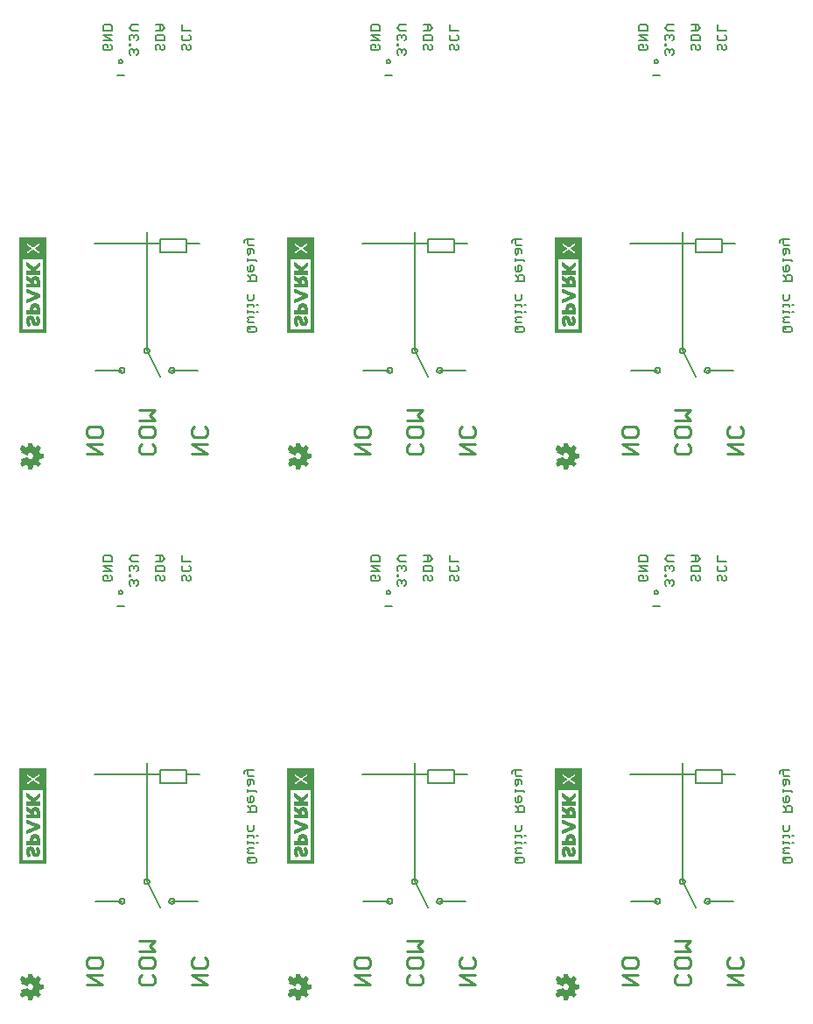
<source format=gbo>
G75*
%MOIN*%
%OFA0B0*%
%FSLAX25Y25*%
%IPPOS*%
%LPD*%
%AMOC8*
5,1,8,0,0,1.08239X$1,22.5*
%
%ADD10C,0.00600*%
%ADD11C,0.01100*%
%ADD12C,0.00700*%
%ADD13C,0.00800*%
%ADD14C,0.00299*%
%ADD15C,0.00039*%
D10*
X0114800Y0098951D02*
X0115367Y0098384D01*
X0117636Y0098384D01*
X0118203Y0098951D01*
X0118203Y0100086D01*
X0117636Y0100653D01*
X0115367Y0100653D01*
X0114800Y0100086D01*
X0114800Y0098951D01*
X0115934Y0099519D02*
X0114800Y0100653D01*
X0115367Y0102067D02*
X0114800Y0102635D01*
X0115367Y0103202D01*
X0114800Y0103769D01*
X0115367Y0104336D01*
X0117069Y0104336D01*
X0117069Y0105751D02*
X0117069Y0106318D01*
X0114800Y0106318D01*
X0114800Y0105751D02*
X0114800Y0106885D01*
X0114800Y0108206D02*
X0114800Y0109340D01*
X0114800Y0108773D02*
X0117069Y0108773D01*
X0117069Y0108206D01*
X0118203Y0108773D02*
X0118770Y0108773D01*
X0118770Y0106318D02*
X0118203Y0106318D01*
X0117069Y0102067D02*
X0115367Y0102067D01*
X0115367Y0110661D02*
X0114800Y0111229D01*
X0114800Y0112930D01*
X0117069Y0112930D02*
X0117069Y0111229D01*
X0116501Y0110661D01*
X0115367Y0110661D01*
X0114800Y0118028D02*
X0118203Y0118028D01*
X0118203Y0119729D01*
X0117636Y0120296D01*
X0116501Y0120296D01*
X0115934Y0119729D01*
X0115934Y0118028D01*
X0115934Y0119162D02*
X0114800Y0120296D01*
X0115367Y0121711D02*
X0116501Y0121711D01*
X0117069Y0122278D01*
X0117069Y0123412D01*
X0116501Y0123979D01*
X0115934Y0123979D01*
X0115934Y0121711D01*
X0115367Y0121711D02*
X0114800Y0122278D01*
X0114800Y0123412D01*
X0114800Y0125394D02*
X0114800Y0126528D01*
X0114800Y0125961D02*
X0118203Y0125961D01*
X0118203Y0125394D01*
X0117069Y0128417D02*
X0117069Y0129551D01*
X0116501Y0130118D01*
X0114800Y0130118D01*
X0114800Y0128417D01*
X0115367Y0127849D01*
X0115934Y0128417D01*
X0115934Y0130118D01*
X0115367Y0131533D02*
X0114800Y0132100D01*
X0114800Y0133801D01*
X0114233Y0133801D02*
X0117069Y0133801D01*
X0117069Y0131533D02*
X0115367Y0131533D01*
X0113666Y0132667D02*
X0113666Y0133234D01*
X0114233Y0133801D01*
X0092636Y0205751D02*
X0092069Y0205751D01*
X0091501Y0206318D01*
X0091501Y0207452D01*
X0090934Y0208019D01*
X0090367Y0208019D01*
X0089800Y0207452D01*
X0089800Y0206318D01*
X0090367Y0205751D01*
X0092636Y0205751D02*
X0093203Y0206318D01*
X0093203Y0207452D01*
X0092636Y0208019D01*
X0092636Y0209434D02*
X0090367Y0209434D01*
X0089800Y0210001D01*
X0089800Y0211135D01*
X0090367Y0211702D01*
X0089800Y0213117D02*
X0093203Y0213117D01*
X0092636Y0211702D02*
X0093203Y0211135D01*
X0093203Y0210001D01*
X0092636Y0209434D01*
X0089800Y0213117D02*
X0089800Y0215385D01*
X0083203Y0214251D02*
X0082069Y0215385D01*
X0079800Y0215385D01*
X0081501Y0215385D02*
X0081501Y0213117D01*
X0082069Y0213117D02*
X0079800Y0213117D01*
X0080367Y0211702D02*
X0082636Y0211702D01*
X0083203Y0211135D01*
X0083203Y0209434D01*
X0079800Y0209434D01*
X0079800Y0211135D01*
X0080367Y0211702D01*
X0082069Y0213117D02*
X0083203Y0214251D01*
X0082636Y0208019D02*
X0083203Y0207452D01*
X0083203Y0206318D01*
X0082636Y0205751D01*
X0082069Y0205751D01*
X0081501Y0206318D01*
X0081501Y0207452D01*
X0080934Y0208019D01*
X0080367Y0208019D01*
X0079800Y0207452D01*
X0079800Y0206318D01*
X0080367Y0205751D01*
X0073203Y0205610D02*
X0072636Y0206178D01*
X0072069Y0206178D01*
X0071501Y0205610D01*
X0070934Y0206178D01*
X0070367Y0206178D01*
X0069800Y0205610D01*
X0069800Y0204476D01*
X0070367Y0203909D01*
X0071501Y0205043D02*
X0071501Y0205610D01*
X0073203Y0205610D02*
X0073203Y0204476D01*
X0072636Y0203909D01*
X0070367Y0207592D02*
X0070367Y0208159D01*
X0069800Y0208159D01*
X0069800Y0207592D01*
X0070367Y0207592D01*
X0070367Y0209434D02*
X0069800Y0210001D01*
X0069800Y0211135D01*
X0070367Y0211702D01*
X0070934Y0211702D01*
X0071501Y0211135D01*
X0071501Y0210568D01*
X0071501Y0211135D02*
X0072069Y0211702D01*
X0072636Y0211702D01*
X0073203Y0211135D01*
X0073203Y0210001D01*
X0072636Y0209434D01*
X0073203Y0213117D02*
X0070934Y0213117D01*
X0069800Y0214251D01*
X0070934Y0215385D01*
X0073203Y0215385D01*
X0063203Y0214818D02*
X0063203Y0213117D01*
X0059800Y0213117D01*
X0059800Y0214818D01*
X0060367Y0215385D01*
X0062636Y0215385D01*
X0063203Y0214818D01*
X0063203Y0211702D02*
X0059800Y0211702D01*
X0063203Y0209434D01*
X0059800Y0209434D01*
X0060367Y0208019D02*
X0061501Y0208019D01*
X0061501Y0206885D01*
X0060367Y0208019D02*
X0059800Y0207452D01*
X0059800Y0206318D01*
X0060367Y0205751D01*
X0062636Y0205751D01*
X0063203Y0206318D01*
X0063203Y0207452D01*
X0062636Y0208019D01*
X0115367Y0300384D02*
X0114800Y0300951D01*
X0114800Y0302086D01*
X0115367Y0302653D01*
X0117636Y0302653D01*
X0118203Y0302086D01*
X0118203Y0300951D01*
X0117636Y0300384D01*
X0115367Y0300384D01*
X0115934Y0301519D02*
X0114800Y0302653D01*
X0115367Y0304067D02*
X0114800Y0304635D01*
X0115367Y0305202D01*
X0114800Y0305769D01*
X0115367Y0306336D01*
X0117069Y0306336D01*
X0117069Y0307751D02*
X0117069Y0308318D01*
X0114800Y0308318D01*
X0114800Y0307751D02*
X0114800Y0308885D01*
X0114800Y0310206D02*
X0114800Y0311340D01*
X0114800Y0310773D02*
X0117069Y0310773D01*
X0117069Y0310206D01*
X0118203Y0310773D02*
X0118770Y0310773D01*
X0118770Y0308318D02*
X0118203Y0308318D01*
X0117069Y0304067D02*
X0115367Y0304067D01*
X0115367Y0312661D02*
X0114800Y0313229D01*
X0114800Y0314930D01*
X0117069Y0314930D02*
X0117069Y0313229D01*
X0116501Y0312661D01*
X0115367Y0312661D01*
X0114800Y0320028D02*
X0118203Y0320028D01*
X0118203Y0321729D01*
X0117636Y0322296D01*
X0116501Y0322296D01*
X0115934Y0321729D01*
X0115934Y0320028D01*
X0115934Y0321162D02*
X0114800Y0322296D01*
X0115367Y0323711D02*
X0116501Y0323711D01*
X0117069Y0324278D01*
X0117069Y0325412D01*
X0116501Y0325979D01*
X0115934Y0325979D01*
X0115934Y0323711D01*
X0115367Y0323711D02*
X0114800Y0324278D01*
X0114800Y0325412D01*
X0114800Y0327394D02*
X0114800Y0328528D01*
X0114800Y0327961D02*
X0118203Y0327961D01*
X0118203Y0327394D01*
X0117069Y0330417D02*
X0117069Y0331551D01*
X0116501Y0332118D01*
X0114800Y0332118D01*
X0114800Y0330417D01*
X0115367Y0329849D01*
X0115934Y0330417D01*
X0115934Y0332118D01*
X0115367Y0333533D02*
X0114800Y0334100D01*
X0114800Y0335801D01*
X0114233Y0335801D02*
X0117069Y0335801D01*
X0117069Y0333533D02*
X0115367Y0333533D01*
X0113666Y0334667D02*
X0113666Y0335234D01*
X0114233Y0335801D01*
X0092636Y0407751D02*
X0092069Y0407751D01*
X0091501Y0408318D01*
X0091501Y0409452D01*
X0090934Y0410019D01*
X0090367Y0410019D01*
X0089800Y0409452D01*
X0089800Y0408318D01*
X0090367Y0407751D01*
X0092636Y0407751D02*
X0093203Y0408318D01*
X0093203Y0409452D01*
X0092636Y0410019D01*
X0092636Y0411434D02*
X0090367Y0411434D01*
X0089800Y0412001D01*
X0089800Y0413135D01*
X0090367Y0413702D01*
X0089800Y0415117D02*
X0093203Y0415117D01*
X0092636Y0413702D02*
X0093203Y0413135D01*
X0093203Y0412001D01*
X0092636Y0411434D01*
X0089800Y0415117D02*
X0089800Y0417385D01*
X0083203Y0416251D02*
X0082069Y0417385D01*
X0079800Y0417385D01*
X0081501Y0417385D02*
X0081501Y0415117D01*
X0082069Y0415117D02*
X0079800Y0415117D01*
X0080367Y0413702D02*
X0082636Y0413702D01*
X0083203Y0413135D01*
X0083203Y0411434D01*
X0079800Y0411434D01*
X0079800Y0413135D01*
X0080367Y0413702D01*
X0082069Y0415117D02*
X0083203Y0416251D01*
X0082636Y0410019D02*
X0083203Y0409452D01*
X0083203Y0408318D01*
X0082636Y0407751D01*
X0082069Y0407751D01*
X0081501Y0408318D01*
X0081501Y0409452D01*
X0080934Y0410019D01*
X0080367Y0410019D01*
X0079800Y0409452D01*
X0079800Y0408318D01*
X0080367Y0407751D01*
X0073203Y0407610D02*
X0072636Y0408178D01*
X0072069Y0408178D01*
X0071501Y0407610D01*
X0070934Y0408178D01*
X0070367Y0408178D01*
X0069800Y0407610D01*
X0069800Y0406476D01*
X0070367Y0405909D01*
X0071501Y0407043D02*
X0071501Y0407610D01*
X0073203Y0407610D02*
X0073203Y0406476D01*
X0072636Y0405909D01*
X0070367Y0409592D02*
X0070367Y0410159D01*
X0069800Y0410159D01*
X0069800Y0409592D01*
X0070367Y0409592D01*
X0070367Y0411434D02*
X0069800Y0412001D01*
X0069800Y0413135D01*
X0070367Y0413702D01*
X0070934Y0413702D01*
X0071501Y0413135D01*
X0071501Y0412568D01*
X0071501Y0413135D02*
X0072069Y0413702D01*
X0072636Y0413702D01*
X0073203Y0413135D01*
X0073203Y0412001D01*
X0072636Y0411434D01*
X0073203Y0415117D02*
X0070934Y0415117D01*
X0069800Y0416251D01*
X0070934Y0417385D01*
X0073203Y0417385D01*
X0063203Y0416818D02*
X0063203Y0415117D01*
X0059800Y0415117D01*
X0059800Y0416818D01*
X0060367Y0417385D01*
X0062636Y0417385D01*
X0063203Y0416818D01*
X0063203Y0413702D02*
X0059800Y0413702D01*
X0063203Y0411434D01*
X0059800Y0411434D01*
X0060367Y0410019D02*
X0061501Y0410019D01*
X0061501Y0408885D01*
X0060367Y0410019D02*
X0059800Y0409452D01*
X0059800Y0408318D01*
X0060367Y0407751D01*
X0062636Y0407751D01*
X0063203Y0408318D01*
X0063203Y0409452D01*
X0062636Y0410019D01*
X0161800Y0409452D02*
X0161800Y0408318D01*
X0162367Y0407751D01*
X0164636Y0407751D01*
X0165203Y0408318D01*
X0165203Y0409452D01*
X0164636Y0410019D01*
X0163501Y0410019D02*
X0163501Y0408885D01*
X0163501Y0410019D02*
X0162367Y0410019D01*
X0161800Y0409452D01*
X0161800Y0411434D02*
X0165203Y0411434D01*
X0161800Y0413702D01*
X0165203Y0413702D01*
X0165203Y0415117D02*
X0165203Y0416818D01*
X0164636Y0417385D01*
X0162367Y0417385D01*
X0161800Y0416818D01*
X0161800Y0415117D01*
X0165203Y0415117D01*
X0171800Y0416251D02*
X0172934Y0417385D01*
X0175203Y0417385D01*
X0175203Y0415117D02*
X0172934Y0415117D01*
X0171800Y0416251D01*
X0172367Y0413702D02*
X0171800Y0413135D01*
X0171800Y0412001D01*
X0172367Y0411434D01*
X0172367Y0410159D02*
X0171800Y0410159D01*
X0171800Y0409592D01*
X0172367Y0409592D01*
X0172367Y0410159D01*
X0172367Y0408178D02*
X0171800Y0407610D01*
X0171800Y0406476D01*
X0172367Y0405909D01*
X0173501Y0407043D02*
X0173501Y0407610D01*
X0172934Y0408178D01*
X0172367Y0408178D01*
X0173501Y0407610D02*
X0174069Y0408178D01*
X0174636Y0408178D01*
X0175203Y0407610D01*
X0175203Y0406476D01*
X0174636Y0405909D01*
X0174636Y0411434D02*
X0175203Y0412001D01*
X0175203Y0413135D01*
X0174636Y0413702D01*
X0174069Y0413702D01*
X0173501Y0413135D01*
X0172934Y0413702D01*
X0172367Y0413702D01*
X0173501Y0413135D02*
X0173501Y0412568D01*
X0181800Y0413135D02*
X0181800Y0411434D01*
X0185203Y0411434D01*
X0185203Y0413135D01*
X0184636Y0413702D01*
X0182367Y0413702D01*
X0181800Y0413135D01*
X0181800Y0415117D02*
X0184069Y0415117D01*
X0185203Y0416251D01*
X0184069Y0417385D01*
X0181800Y0417385D01*
X0183501Y0417385D02*
X0183501Y0415117D01*
X0182934Y0410019D02*
X0182367Y0410019D01*
X0181800Y0409452D01*
X0181800Y0408318D01*
X0182367Y0407751D01*
X0183501Y0408318D02*
X0183501Y0409452D01*
X0182934Y0410019D01*
X0184636Y0410019D02*
X0185203Y0409452D01*
X0185203Y0408318D01*
X0184636Y0407751D01*
X0184069Y0407751D01*
X0183501Y0408318D01*
X0191800Y0408318D02*
X0192367Y0407751D01*
X0191800Y0408318D02*
X0191800Y0409452D01*
X0192367Y0410019D01*
X0192934Y0410019D01*
X0193501Y0409452D01*
X0193501Y0408318D01*
X0194069Y0407751D01*
X0194636Y0407751D01*
X0195203Y0408318D01*
X0195203Y0409452D01*
X0194636Y0410019D01*
X0194636Y0411434D02*
X0192367Y0411434D01*
X0191800Y0412001D01*
X0191800Y0413135D01*
X0192367Y0413702D01*
X0191800Y0415117D02*
X0195203Y0415117D01*
X0194636Y0413702D02*
X0195203Y0413135D01*
X0195203Y0412001D01*
X0194636Y0411434D01*
X0191800Y0415117D02*
X0191800Y0417385D01*
X0216233Y0335801D02*
X0215666Y0335234D01*
X0215666Y0334667D01*
X0216233Y0335801D02*
X0219069Y0335801D01*
X0219069Y0333533D02*
X0217367Y0333533D01*
X0216800Y0334100D01*
X0216800Y0335801D01*
X0216800Y0332118D02*
X0216800Y0330417D01*
X0217367Y0329849D01*
X0217934Y0330417D01*
X0217934Y0332118D01*
X0218501Y0332118D02*
X0216800Y0332118D01*
X0218501Y0332118D02*
X0219069Y0331551D01*
X0219069Y0330417D01*
X0220203Y0327961D02*
X0216800Y0327961D01*
X0216800Y0327394D02*
X0216800Y0328528D01*
X0217934Y0325979D02*
X0217934Y0323711D01*
X0217367Y0323711D02*
X0218501Y0323711D01*
X0219069Y0324278D01*
X0219069Y0325412D01*
X0218501Y0325979D01*
X0217934Y0325979D01*
X0216800Y0325412D02*
X0216800Y0324278D01*
X0217367Y0323711D01*
X0216800Y0322296D02*
X0217934Y0321162D01*
X0217934Y0321729D02*
X0217934Y0320028D01*
X0216800Y0320028D02*
X0220203Y0320028D01*
X0220203Y0321729D01*
X0219636Y0322296D01*
X0218501Y0322296D01*
X0217934Y0321729D01*
X0220203Y0327394D02*
X0220203Y0327961D01*
X0219069Y0314930D02*
X0219069Y0313229D01*
X0218501Y0312661D01*
X0217367Y0312661D01*
X0216800Y0313229D01*
X0216800Y0314930D01*
X0216800Y0311340D02*
X0216800Y0310206D01*
X0216800Y0310773D02*
X0219069Y0310773D01*
X0219069Y0310206D01*
X0220203Y0310773D02*
X0220770Y0310773D01*
X0220770Y0308318D02*
X0220203Y0308318D01*
X0219069Y0308318D02*
X0216800Y0308318D01*
X0216800Y0307751D02*
X0216800Y0308885D01*
X0219069Y0308318D02*
X0219069Y0307751D01*
X0219069Y0306336D02*
X0217367Y0306336D01*
X0216800Y0305769D01*
X0217367Y0305202D01*
X0216800Y0304635D01*
X0217367Y0304067D01*
X0219069Y0304067D01*
X0219636Y0302653D02*
X0217367Y0302653D01*
X0216800Y0302086D01*
X0216800Y0300951D01*
X0217367Y0300384D01*
X0219636Y0300384D01*
X0220203Y0300951D01*
X0220203Y0302086D01*
X0219636Y0302653D01*
X0217934Y0301519D02*
X0216800Y0302653D01*
X0191800Y0215385D02*
X0191800Y0213117D01*
X0195203Y0213117D01*
X0194636Y0211702D02*
X0195203Y0211135D01*
X0195203Y0210001D01*
X0194636Y0209434D01*
X0192367Y0209434D01*
X0191800Y0210001D01*
X0191800Y0211135D01*
X0192367Y0211702D01*
X0192367Y0208019D02*
X0191800Y0207452D01*
X0191800Y0206318D01*
X0192367Y0205751D01*
X0193501Y0206318D02*
X0193501Y0207452D01*
X0192934Y0208019D01*
X0192367Y0208019D01*
X0193501Y0206318D02*
X0194069Y0205751D01*
X0194636Y0205751D01*
X0195203Y0206318D01*
X0195203Y0207452D01*
X0194636Y0208019D01*
X0185203Y0207452D02*
X0185203Y0206318D01*
X0184636Y0205751D01*
X0184069Y0205751D01*
X0183501Y0206318D01*
X0183501Y0207452D01*
X0182934Y0208019D01*
X0182367Y0208019D01*
X0181800Y0207452D01*
X0181800Y0206318D01*
X0182367Y0205751D01*
X0184636Y0208019D02*
X0185203Y0207452D01*
X0185203Y0209434D02*
X0185203Y0211135D01*
X0184636Y0211702D01*
X0182367Y0211702D01*
X0181800Y0211135D01*
X0181800Y0209434D01*
X0185203Y0209434D01*
X0184069Y0213117D02*
X0181800Y0213117D01*
X0183501Y0213117D02*
X0183501Y0215385D01*
X0184069Y0215385D02*
X0181800Y0215385D01*
X0184069Y0215385D02*
X0185203Y0214251D01*
X0184069Y0213117D01*
X0175203Y0213117D02*
X0172934Y0213117D01*
X0171800Y0214251D01*
X0172934Y0215385D01*
X0175203Y0215385D01*
X0174636Y0211702D02*
X0174069Y0211702D01*
X0173501Y0211135D01*
X0172934Y0211702D01*
X0172367Y0211702D01*
X0171800Y0211135D01*
X0171800Y0210001D01*
X0172367Y0209434D01*
X0172367Y0208159D02*
X0171800Y0208159D01*
X0171800Y0207592D01*
X0172367Y0207592D01*
X0172367Y0208159D01*
X0172367Y0206178D02*
X0171800Y0205610D01*
X0171800Y0204476D01*
X0172367Y0203909D01*
X0173501Y0205043D02*
X0173501Y0205610D01*
X0172934Y0206178D01*
X0172367Y0206178D01*
X0173501Y0205610D02*
X0174069Y0206178D01*
X0174636Y0206178D01*
X0175203Y0205610D01*
X0175203Y0204476D01*
X0174636Y0203909D01*
X0174636Y0209434D02*
X0175203Y0210001D01*
X0175203Y0211135D01*
X0174636Y0211702D01*
X0173501Y0211135D02*
X0173501Y0210568D01*
X0165203Y0209434D02*
X0161800Y0211702D01*
X0165203Y0211702D01*
X0165203Y0213117D02*
X0165203Y0214818D01*
X0164636Y0215385D01*
X0162367Y0215385D01*
X0161800Y0214818D01*
X0161800Y0213117D01*
X0165203Y0213117D01*
X0165203Y0209434D02*
X0161800Y0209434D01*
X0162367Y0208019D02*
X0163501Y0208019D01*
X0163501Y0206885D01*
X0162367Y0208019D02*
X0161800Y0207452D01*
X0161800Y0206318D01*
X0162367Y0205751D01*
X0164636Y0205751D01*
X0165203Y0206318D01*
X0165203Y0207452D01*
X0164636Y0208019D01*
X0216233Y0133801D02*
X0215666Y0133234D01*
X0215666Y0132667D01*
X0216233Y0133801D02*
X0219069Y0133801D01*
X0219069Y0131533D02*
X0217367Y0131533D01*
X0216800Y0132100D01*
X0216800Y0133801D01*
X0216800Y0130118D02*
X0216800Y0128417D01*
X0217367Y0127849D01*
X0217934Y0128417D01*
X0217934Y0130118D01*
X0218501Y0130118D02*
X0216800Y0130118D01*
X0218501Y0130118D02*
X0219069Y0129551D01*
X0219069Y0128417D01*
X0220203Y0125961D02*
X0216800Y0125961D01*
X0216800Y0125394D02*
X0216800Y0126528D01*
X0217934Y0123979D02*
X0217934Y0121711D01*
X0217367Y0121711D02*
X0218501Y0121711D01*
X0219069Y0122278D01*
X0219069Y0123412D01*
X0218501Y0123979D01*
X0217934Y0123979D01*
X0216800Y0123412D02*
X0216800Y0122278D01*
X0217367Y0121711D01*
X0216800Y0120296D02*
X0217934Y0119162D01*
X0217934Y0119729D02*
X0217934Y0118028D01*
X0216800Y0118028D02*
X0220203Y0118028D01*
X0220203Y0119729D01*
X0219636Y0120296D01*
X0218501Y0120296D01*
X0217934Y0119729D01*
X0220203Y0125394D02*
X0220203Y0125961D01*
X0219069Y0112930D02*
X0219069Y0111229D01*
X0218501Y0110661D01*
X0217367Y0110661D01*
X0216800Y0111229D01*
X0216800Y0112930D01*
X0216800Y0109340D02*
X0216800Y0108206D01*
X0216800Y0108773D02*
X0219069Y0108773D01*
X0219069Y0108206D01*
X0220203Y0108773D02*
X0220770Y0108773D01*
X0220770Y0106318D02*
X0220203Y0106318D01*
X0219069Y0106318D02*
X0216800Y0106318D01*
X0216800Y0105751D02*
X0216800Y0106885D01*
X0219069Y0106318D02*
X0219069Y0105751D01*
X0219069Y0104336D02*
X0217367Y0104336D01*
X0216800Y0103769D01*
X0217367Y0103202D01*
X0216800Y0102635D01*
X0217367Y0102067D01*
X0219069Y0102067D01*
X0219636Y0100653D02*
X0217367Y0100653D01*
X0216800Y0100086D01*
X0216800Y0098951D01*
X0217367Y0098384D01*
X0219636Y0098384D01*
X0220203Y0098951D01*
X0220203Y0100086D01*
X0219636Y0100653D01*
X0217934Y0099519D02*
X0216800Y0100653D01*
X0264367Y0205751D02*
X0263800Y0206318D01*
X0263800Y0207452D01*
X0264367Y0208019D01*
X0265501Y0208019D01*
X0265501Y0206885D01*
X0264367Y0205751D02*
X0266636Y0205751D01*
X0267203Y0206318D01*
X0267203Y0207452D01*
X0266636Y0208019D01*
X0267203Y0209434D02*
X0263800Y0211702D01*
X0267203Y0211702D01*
X0267203Y0213117D02*
X0267203Y0214818D01*
X0266636Y0215385D01*
X0264367Y0215385D01*
X0263800Y0214818D01*
X0263800Y0213117D01*
X0267203Y0213117D01*
X0267203Y0209434D02*
X0263800Y0209434D01*
X0273800Y0210001D02*
X0274367Y0209434D01*
X0273800Y0210001D02*
X0273800Y0211135D01*
X0274367Y0211702D01*
X0274934Y0211702D01*
X0275501Y0211135D01*
X0275501Y0210568D01*
X0275501Y0211135D02*
X0276069Y0211702D01*
X0276636Y0211702D01*
X0277203Y0211135D01*
X0277203Y0210001D01*
X0276636Y0209434D01*
X0274367Y0208159D02*
X0273800Y0208159D01*
X0273800Y0207592D01*
X0274367Y0207592D01*
X0274367Y0208159D01*
X0274367Y0206178D02*
X0273800Y0205610D01*
X0273800Y0204476D01*
X0274367Y0203909D01*
X0275501Y0205043D02*
X0275501Y0205610D01*
X0274934Y0206178D01*
X0274367Y0206178D01*
X0275501Y0205610D02*
X0276069Y0206178D01*
X0276636Y0206178D01*
X0277203Y0205610D01*
X0277203Y0204476D01*
X0276636Y0203909D01*
X0283800Y0206318D02*
X0284367Y0205751D01*
X0283800Y0206318D02*
X0283800Y0207452D01*
X0284367Y0208019D01*
X0284934Y0208019D01*
X0285501Y0207452D01*
X0285501Y0206318D01*
X0286069Y0205751D01*
X0286636Y0205751D01*
X0287203Y0206318D01*
X0287203Y0207452D01*
X0286636Y0208019D01*
X0287203Y0209434D02*
X0287203Y0211135D01*
X0286636Y0211702D01*
X0284367Y0211702D01*
X0283800Y0211135D01*
X0283800Y0209434D01*
X0287203Y0209434D01*
X0286069Y0213117D02*
X0283800Y0213117D01*
X0285501Y0213117D02*
X0285501Y0215385D01*
X0286069Y0215385D02*
X0283800Y0215385D01*
X0286069Y0215385D02*
X0287203Y0214251D01*
X0286069Y0213117D01*
X0293800Y0213117D02*
X0293800Y0215385D01*
X0293800Y0213117D02*
X0297203Y0213117D01*
X0296636Y0211702D02*
X0297203Y0211135D01*
X0297203Y0210001D01*
X0296636Y0209434D01*
X0294367Y0209434D01*
X0293800Y0210001D01*
X0293800Y0211135D01*
X0294367Y0211702D01*
X0294367Y0208019D02*
X0293800Y0207452D01*
X0293800Y0206318D01*
X0294367Y0205751D01*
X0295501Y0206318D02*
X0295501Y0207452D01*
X0294934Y0208019D01*
X0294367Y0208019D01*
X0295501Y0206318D02*
X0296069Y0205751D01*
X0296636Y0205751D01*
X0297203Y0206318D01*
X0297203Y0207452D01*
X0296636Y0208019D01*
X0277203Y0213117D02*
X0274934Y0213117D01*
X0273800Y0214251D01*
X0274934Y0215385D01*
X0277203Y0215385D01*
X0318233Y0133801D02*
X0317666Y0133234D01*
X0317666Y0132667D01*
X0318233Y0133801D02*
X0321069Y0133801D01*
X0321069Y0131533D02*
X0319367Y0131533D01*
X0318800Y0132100D01*
X0318800Y0133801D01*
X0318800Y0130118D02*
X0318800Y0128417D01*
X0319367Y0127849D01*
X0319934Y0128417D01*
X0319934Y0130118D01*
X0320501Y0130118D02*
X0318800Y0130118D01*
X0320501Y0130118D02*
X0321069Y0129551D01*
X0321069Y0128417D01*
X0322203Y0125961D02*
X0318800Y0125961D01*
X0318800Y0125394D02*
X0318800Y0126528D01*
X0319934Y0123979D02*
X0319934Y0121711D01*
X0319367Y0121711D02*
X0320501Y0121711D01*
X0321069Y0122278D01*
X0321069Y0123412D01*
X0320501Y0123979D01*
X0319934Y0123979D01*
X0318800Y0123412D02*
X0318800Y0122278D01*
X0319367Y0121711D01*
X0318800Y0120296D02*
X0319934Y0119162D01*
X0319934Y0119729D02*
X0319934Y0118028D01*
X0318800Y0118028D02*
X0322203Y0118028D01*
X0322203Y0119729D01*
X0321636Y0120296D01*
X0320501Y0120296D01*
X0319934Y0119729D01*
X0322203Y0125394D02*
X0322203Y0125961D01*
X0321069Y0112930D02*
X0321069Y0111229D01*
X0320501Y0110661D01*
X0319367Y0110661D01*
X0318800Y0111229D01*
X0318800Y0112930D01*
X0318800Y0109340D02*
X0318800Y0108206D01*
X0318800Y0108773D02*
X0321069Y0108773D01*
X0321069Y0108206D01*
X0322203Y0108773D02*
X0322770Y0108773D01*
X0322770Y0106318D02*
X0322203Y0106318D01*
X0321069Y0106318D02*
X0318800Y0106318D01*
X0318800Y0105751D02*
X0318800Y0106885D01*
X0321069Y0106318D02*
X0321069Y0105751D01*
X0321069Y0104336D02*
X0319367Y0104336D01*
X0318800Y0103769D01*
X0319367Y0103202D01*
X0318800Y0102635D01*
X0319367Y0102067D01*
X0321069Y0102067D01*
X0321636Y0100653D02*
X0319367Y0100653D01*
X0318800Y0100086D01*
X0318800Y0098951D01*
X0319367Y0098384D01*
X0321636Y0098384D01*
X0322203Y0098951D01*
X0322203Y0100086D01*
X0321636Y0100653D01*
X0319934Y0099519D02*
X0318800Y0100653D01*
X0319367Y0300384D02*
X0318800Y0300951D01*
X0318800Y0302086D01*
X0319367Y0302653D01*
X0321636Y0302653D01*
X0322203Y0302086D01*
X0322203Y0300951D01*
X0321636Y0300384D01*
X0319367Y0300384D01*
X0319934Y0301519D02*
X0318800Y0302653D01*
X0319367Y0304067D02*
X0318800Y0304635D01*
X0319367Y0305202D01*
X0318800Y0305769D01*
X0319367Y0306336D01*
X0321069Y0306336D01*
X0321069Y0307751D02*
X0321069Y0308318D01*
X0318800Y0308318D01*
X0318800Y0307751D02*
X0318800Y0308885D01*
X0318800Y0310206D02*
X0318800Y0311340D01*
X0318800Y0310773D02*
X0321069Y0310773D01*
X0321069Y0310206D01*
X0322203Y0310773D02*
X0322770Y0310773D01*
X0322770Y0308318D02*
X0322203Y0308318D01*
X0321069Y0304067D02*
X0319367Y0304067D01*
X0319367Y0312661D02*
X0318800Y0313229D01*
X0318800Y0314930D01*
X0321069Y0314930D02*
X0321069Y0313229D01*
X0320501Y0312661D01*
X0319367Y0312661D01*
X0318800Y0320028D02*
X0322203Y0320028D01*
X0322203Y0321729D01*
X0321636Y0322296D01*
X0320501Y0322296D01*
X0319934Y0321729D01*
X0319934Y0320028D01*
X0319934Y0321162D02*
X0318800Y0322296D01*
X0319367Y0323711D02*
X0320501Y0323711D01*
X0321069Y0324278D01*
X0321069Y0325412D01*
X0320501Y0325979D01*
X0319934Y0325979D01*
X0319934Y0323711D01*
X0319367Y0323711D02*
X0318800Y0324278D01*
X0318800Y0325412D01*
X0318800Y0327394D02*
X0318800Y0328528D01*
X0318800Y0327961D02*
X0322203Y0327961D01*
X0322203Y0327394D01*
X0321069Y0330417D02*
X0321069Y0331551D01*
X0320501Y0332118D01*
X0318800Y0332118D01*
X0318800Y0330417D01*
X0319367Y0329849D01*
X0319934Y0330417D01*
X0319934Y0332118D01*
X0319367Y0333533D02*
X0318800Y0334100D01*
X0318800Y0335801D01*
X0318233Y0335801D02*
X0321069Y0335801D01*
X0321069Y0333533D02*
X0319367Y0333533D01*
X0317666Y0334667D02*
X0317666Y0335234D01*
X0318233Y0335801D01*
X0296636Y0407751D02*
X0296069Y0407751D01*
X0295501Y0408318D01*
X0295501Y0409452D01*
X0294934Y0410019D01*
X0294367Y0410019D01*
X0293800Y0409452D01*
X0293800Y0408318D01*
X0294367Y0407751D01*
X0296636Y0407751D02*
X0297203Y0408318D01*
X0297203Y0409452D01*
X0296636Y0410019D01*
X0296636Y0411434D02*
X0294367Y0411434D01*
X0293800Y0412001D01*
X0293800Y0413135D01*
X0294367Y0413702D01*
X0293800Y0415117D02*
X0297203Y0415117D01*
X0296636Y0413702D02*
X0297203Y0413135D01*
X0297203Y0412001D01*
X0296636Y0411434D01*
X0293800Y0415117D02*
X0293800Y0417385D01*
X0287203Y0416251D02*
X0286069Y0417385D01*
X0283800Y0417385D01*
X0285501Y0417385D02*
X0285501Y0415117D01*
X0286069Y0415117D02*
X0283800Y0415117D01*
X0284367Y0413702D02*
X0286636Y0413702D01*
X0287203Y0413135D01*
X0287203Y0411434D01*
X0283800Y0411434D01*
X0283800Y0413135D01*
X0284367Y0413702D01*
X0286069Y0415117D02*
X0287203Y0416251D01*
X0286636Y0410019D02*
X0287203Y0409452D01*
X0287203Y0408318D01*
X0286636Y0407751D01*
X0286069Y0407751D01*
X0285501Y0408318D01*
X0285501Y0409452D01*
X0284934Y0410019D01*
X0284367Y0410019D01*
X0283800Y0409452D01*
X0283800Y0408318D01*
X0284367Y0407751D01*
X0277203Y0407610D02*
X0276636Y0408178D01*
X0276069Y0408178D01*
X0275501Y0407610D01*
X0274934Y0408178D01*
X0274367Y0408178D01*
X0273800Y0407610D01*
X0273800Y0406476D01*
X0274367Y0405909D01*
X0275501Y0407043D02*
X0275501Y0407610D01*
X0277203Y0407610D02*
X0277203Y0406476D01*
X0276636Y0405909D01*
X0274367Y0409592D02*
X0274367Y0410159D01*
X0273800Y0410159D01*
X0273800Y0409592D01*
X0274367Y0409592D01*
X0274367Y0411434D02*
X0273800Y0412001D01*
X0273800Y0413135D01*
X0274367Y0413702D01*
X0274934Y0413702D01*
X0275501Y0413135D01*
X0275501Y0412568D01*
X0275501Y0413135D02*
X0276069Y0413702D01*
X0276636Y0413702D01*
X0277203Y0413135D01*
X0277203Y0412001D01*
X0276636Y0411434D01*
X0277203Y0415117D02*
X0274934Y0415117D01*
X0273800Y0416251D01*
X0274934Y0417385D01*
X0277203Y0417385D01*
X0267203Y0416818D02*
X0267203Y0415117D01*
X0263800Y0415117D01*
X0263800Y0416818D01*
X0264367Y0417385D01*
X0266636Y0417385D01*
X0267203Y0416818D01*
X0267203Y0413702D02*
X0263800Y0413702D01*
X0267203Y0411434D01*
X0263800Y0411434D01*
X0264367Y0410019D02*
X0265501Y0410019D01*
X0265501Y0408885D01*
X0264367Y0410019D02*
X0263800Y0409452D01*
X0263800Y0408318D01*
X0264367Y0407751D01*
X0266636Y0407751D01*
X0267203Y0408318D01*
X0267203Y0409452D01*
X0266636Y0410019D01*
D11*
X0277550Y0270878D02*
X0283455Y0270878D01*
X0281487Y0268909D01*
X0283455Y0266941D01*
X0277550Y0266941D01*
X0278534Y0264432D02*
X0277550Y0263448D01*
X0277550Y0261480D01*
X0278534Y0260495D01*
X0282471Y0260495D01*
X0283455Y0261480D01*
X0283455Y0263448D01*
X0282471Y0264432D01*
X0278534Y0264432D01*
X0278534Y0257987D02*
X0277550Y0257003D01*
X0277550Y0255034D01*
X0278534Y0254050D01*
X0282471Y0254050D01*
X0283455Y0255034D01*
X0283455Y0257003D01*
X0282471Y0257987D01*
X0297550Y0257987D02*
X0303455Y0257987D01*
X0302471Y0260495D02*
X0298534Y0260495D01*
X0297550Y0261480D01*
X0297550Y0263448D01*
X0298534Y0264432D01*
X0302471Y0264432D02*
X0303455Y0263448D01*
X0303455Y0261480D01*
X0302471Y0260495D01*
X0297550Y0257987D02*
X0303455Y0254050D01*
X0297550Y0254050D01*
X0263455Y0254050D02*
X0257550Y0257987D01*
X0263455Y0257987D01*
X0262471Y0260495D02*
X0258534Y0260495D01*
X0257550Y0261480D01*
X0257550Y0263448D01*
X0258534Y0264432D01*
X0262471Y0264432D01*
X0263455Y0263448D01*
X0263455Y0261480D01*
X0262471Y0260495D01*
X0263455Y0254050D02*
X0257550Y0254050D01*
X0201455Y0254050D02*
X0195550Y0257987D01*
X0201455Y0257987D01*
X0200471Y0260495D02*
X0196534Y0260495D01*
X0195550Y0261480D01*
X0195550Y0263448D01*
X0196534Y0264432D01*
X0200471Y0264432D02*
X0201455Y0263448D01*
X0201455Y0261480D01*
X0200471Y0260495D01*
X0201455Y0254050D02*
X0195550Y0254050D01*
X0181455Y0255034D02*
X0180471Y0254050D01*
X0176534Y0254050D01*
X0175550Y0255034D01*
X0175550Y0257003D01*
X0176534Y0257987D01*
X0176534Y0260495D02*
X0175550Y0261480D01*
X0175550Y0263448D01*
X0176534Y0264432D01*
X0180471Y0264432D01*
X0181455Y0263448D01*
X0181455Y0261480D01*
X0180471Y0260495D01*
X0176534Y0260495D01*
X0180471Y0257987D02*
X0181455Y0257003D01*
X0181455Y0255034D01*
X0181455Y0266941D02*
X0175550Y0266941D01*
X0175550Y0270878D02*
X0181455Y0270878D01*
X0179487Y0268909D01*
X0181455Y0266941D01*
X0161455Y0263448D02*
X0161455Y0261480D01*
X0160471Y0260495D01*
X0156534Y0260495D01*
X0155550Y0261480D01*
X0155550Y0263448D01*
X0156534Y0264432D01*
X0160471Y0264432D01*
X0161455Y0263448D01*
X0161455Y0257987D02*
X0155550Y0257987D01*
X0161455Y0254050D01*
X0155550Y0254050D01*
X0099455Y0254050D02*
X0093550Y0257987D01*
X0099455Y0257987D01*
X0098471Y0260495D02*
X0094534Y0260495D01*
X0093550Y0261480D01*
X0093550Y0263448D01*
X0094534Y0264432D01*
X0098471Y0264432D02*
X0099455Y0263448D01*
X0099455Y0261480D01*
X0098471Y0260495D01*
X0099455Y0254050D02*
X0093550Y0254050D01*
X0079455Y0255034D02*
X0078471Y0254050D01*
X0074534Y0254050D01*
X0073550Y0255034D01*
X0073550Y0257003D01*
X0074534Y0257987D01*
X0074534Y0260495D02*
X0073550Y0261480D01*
X0073550Y0263448D01*
X0074534Y0264432D01*
X0078471Y0264432D01*
X0079455Y0263448D01*
X0079455Y0261480D01*
X0078471Y0260495D01*
X0074534Y0260495D01*
X0078471Y0257987D02*
X0079455Y0257003D01*
X0079455Y0255034D01*
X0079455Y0266941D02*
X0073550Y0266941D01*
X0073550Y0270878D02*
X0079455Y0270878D01*
X0077487Y0268909D01*
X0079455Y0266941D01*
X0059455Y0263448D02*
X0059455Y0261480D01*
X0058471Y0260495D01*
X0054534Y0260495D01*
X0053550Y0261480D01*
X0053550Y0263448D01*
X0054534Y0264432D01*
X0058471Y0264432D01*
X0059455Y0263448D01*
X0059455Y0257987D02*
X0053550Y0257987D01*
X0059455Y0254050D01*
X0053550Y0254050D01*
X0073550Y0068878D02*
X0079455Y0068878D01*
X0077487Y0066909D01*
X0079455Y0064941D01*
X0073550Y0064941D01*
X0074534Y0062432D02*
X0078471Y0062432D01*
X0079455Y0061448D01*
X0079455Y0059480D01*
X0078471Y0058495D01*
X0074534Y0058495D01*
X0073550Y0059480D01*
X0073550Y0061448D01*
X0074534Y0062432D01*
X0074534Y0055987D02*
X0073550Y0055003D01*
X0073550Y0053034D01*
X0074534Y0052050D01*
X0078471Y0052050D01*
X0079455Y0053034D01*
X0079455Y0055003D01*
X0078471Y0055987D01*
X0093550Y0055987D02*
X0099455Y0055987D01*
X0098471Y0058495D02*
X0094534Y0058495D01*
X0093550Y0059480D01*
X0093550Y0061448D01*
X0094534Y0062432D01*
X0098471Y0062432D02*
X0099455Y0061448D01*
X0099455Y0059480D01*
X0098471Y0058495D01*
X0093550Y0055987D02*
X0099455Y0052050D01*
X0093550Y0052050D01*
X0059455Y0052050D02*
X0053550Y0055987D01*
X0059455Y0055987D01*
X0058471Y0058495D02*
X0054534Y0058495D01*
X0053550Y0059480D01*
X0053550Y0061448D01*
X0054534Y0062432D01*
X0058471Y0062432D01*
X0059455Y0061448D01*
X0059455Y0059480D01*
X0058471Y0058495D01*
X0059455Y0052050D02*
X0053550Y0052050D01*
X0155550Y0052050D02*
X0161455Y0052050D01*
X0155550Y0055987D01*
X0161455Y0055987D01*
X0160471Y0058495D02*
X0156534Y0058495D01*
X0155550Y0059480D01*
X0155550Y0061448D01*
X0156534Y0062432D01*
X0160471Y0062432D01*
X0161455Y0061448D01*
X0161455Y0059480D01*
X0160471Y0058495D01*
X0175550Y0059480D02*
X0175550Y0061448D01*
X0176534Y0062432D01*
X0180471Y0062432D01*
X0181455Y0061448D01*
X0181455Y0059480D01*
X0180471Y0058495D01*
X0176534Y0058495D01*
X0175550Y0059480D01*
X0176534Y0055987D02*
X0175550Y0055003D01*
X0175550Y0053034D01*
X0176534Y0052050D01*
X0180471Y0052050D01*
X0181455Y0053034D01*
X0181455Y0055003D01*
X0180471Y0055987D01*
X0181455Y0064941D02*
X0175550Y0064941D01*
X0175550Y0068878D02*
X0181455Y0068878D01*
X0179487Y0066909D01*
X0181455Y0064941D01*
X0195550Y0061448D02*
X0195550Y0059480D01*
X0196534Y0058495D01*
X0200471Y0058495D01*
X0201455Y0059480D01*
X0201455Y0061448D01*
X0200471Y0062432D01*
X0196534Y0062432D02*
X0195550Y0061448D01*
X0195550Y0055987D02*
X0201455Y0055987D01*
X0201455Y0052050D02*
X0195550Y0055987D01*
X0195550Y0052050D02*
X0201455Y0052050D01*
X0257550Y0052050D02*
X0263455Y0052050D01*
X0257550Y0055987D01*
X0263455Y0055987D01*
X0262471Y0058495D02*
X0258534Y0058495D01*
X0257550Y0059480D01*
X0257550Y0061448D01*
X0258534Y0062432D01*
X0262471Y0062432D01*
X0263455Y0061448D01*
X0263455Y0059480D01*
X0262471Y0058495D01*
X0277550Y0059480D02*
X0277550Y0061448D01*
X0278534Y0062432D01*
X0282471Y0062432D01*
X0283455Y0061448D01*
X0283455Y0059480D01*
X0282471Y0058495D01*
X0278534Y0058495D01*
X0277550Y0059480D01*
X0278534Y0055987D02*
X0277550Y0055003D01*
X0277550Y0053034D01*
X0278534Y0052050D01*
X0282471Y0052050D01*
X0283455Y0053034D01*
X0283455Y0055003D01*
X0282471Y0055987D01*
X0283455Y0064941D02*
X0277550Y0064941D01*
X0277550Y0068878D02*
X0283455Y0068878D01*
X0281487Y0066909D01*
X0283455Y0064941D01*
X0297550Y0061448D02*
X0297550Y0059480D01*
X0298534Y0058495D01*
X0302471Y0058495D01*
X0303455Y0059480D01*
X0303455Y0061448D01*
X0302471Y0062432D01*
X0298534Y0062432D02*
X0297550Y0061448D01*
X0297550Y0055987D02*
X0303455Y0055987D01*
X0303455Y0052050D02*
X0297550Y0055987D01*
X0297550Y0052050D02*
X0303455Y0052050D01*
D12*
X0269800Y0201500D02*
X0269802Y0201552D01*
X0269808Y0201604D01*
X0269818Y0201656D01*
X0269831Y0201706D01*
X0269848Y0201756D01*
X0269869Y0201804D01*
X0269894Y0201850D01*
X0269922Y0201894D01*
X0269953Y0201936D01*
X0269987Y0201976D01*
X0270024Y0202013D01*
X0270064Y0202047D01*
X0270106Y0202078D01*
X0270150Y0202106D01*
X0270196Y0202131D01*
X0270244Y0202152D01*
X0270294Y0202169D01*
X0270344Y0202182D01*
X0270396Y0202192D01*
X0270448Y0202198D01*
X0270500Y0202200D01*
X0270552Y0202198D01*
X0270604Y0202192D01*
X0270656Y0202182D01*
X0270706Y0202169D01*
X0270756Y0202152D01*
X0270804Y0202131D01*
X0270850Y0202106D01*
X0270894Y0202078D01*
X0270936Y0202047D01*
X0270976Y0202013D01*
X0271013Y0201976D01*
X0271047Y0201936D01*
X0271078Y0201894D01*
X0271106Y0201850D01*
X0271131Y0201804D01*
X0271152Y0201756D01*
X0271169Y0201706D01*
X0271182Y0201656D01*
X0271192Y0201604D01*
X0271198Y0201552D01*
X0271200Y0201500D01*
X0271198Y0201448D01*
X0271192Y0201396D01*
X0271182Y0201344D01*
X0271169Y0201294D01*
X0271152Y0201244D01*
X0271131Y0201196D01*
X0271106Y0201150D01*
X0271078Y0201106D01*
X0271047Y0201064D01*
X0271013Y0201024D01*
X0270976Y0200987D01*
X0270936Y0200953D01*
X0270894Y0200922D01*
X0270850Y0200894D01*
X0270804Y0200869D01*
X0270756Y0200848D01*
X0270706Y0200831D01*
X0270656Y0200818D01*
X0270604Y0200808D01*
X0270552Y0200802D01*
X0270500Y0200800D01*
X0270448Y0200802D01*
X0270396Y0200808D01*
X0270344Y0200818D01*
X0270294Y0200831D01*
X0270244Y0200848D01*
X0270196Y0200869D01*
X0270150Y0200894D01*
X0270106Y0200922D01*
X0270064Y0200953D01*
X0270024Y0200987D01*
X0269987Y0201024D01*
X0269953Y0201064D01*
X0269922Y0201106D01*
X0269894Y0201150D01*
X0269869Y0201196D01*
X0269848Y0201244D01*
X0269831Y0201294D01*
X0269818Y0201344D01*
X0269808Y0201396D01*
X0269802Y0201448D01*
X0269800Y0201500D01*
X0167800Y0201500D02*
X0167802Y0201552D01*
X0167808Y0201604D01*
X0167818Y0201656D01*
X0167831Y0201706D01*
X0167848Y0201756D01*
X0167869Y0201804D01*
X0167894Y0201850D01*
X0167922Y0201894D01*
X0167953Y0201936D01*
X0167987Y0201976D01*
X0168024Y0202013D01*
X0168064Y0202047D01*
X0168106Y0202078D01*
X0168150Y0202106D01*
X0168196Y0202131D01*
X0168244Y0202152D01*
X0168294Y0202169D01*
X0168344Y0202182D01*
X0168396Y0202192D01*
X0168448Y0202198D01*
X0168500Y0202200D01*
X0168552Y0202198D01*
X0168604Y0202192D01*
X0168656Y0202182D01*
X0168706Y0202169D01*
X0168756Y0202152D01*
X0168804Y0202131D01*
X0168850Y0202106D01*
X0168894Y0202078D01*
X0168936Y0202047D01*
X0168976Y0202013D01*
X0169013Y0201976D01*
X0169047Y0201936D01*
X0169078Y0201894D01*
X0169106Y0201850D01*
X0169131Y0201804D01*
X0169152Y0201756D01*
X0169169Y0201706D01*
X0169182Y0201656D01*
X0169192Y0201604D01*
X0169198Y0201552D01*
X0169200Y0201500D01*
X0169198Y0201448D01*
X0169192Y0201396D01*
X0169182Y0201344D01*
X0169169Y0201294D01*
X0169152Y0201244D01*
X0169131Y0201196D01*
X0169106Y0201150D01*
X0169078Y0201106D01*
X0169047Y0201064D01*
X0169013Y0201024D01*
X0168976Y0200987D01*
X0168936Y0200953D01*
X0168894Y0200922D01*
X0168850Y0200894D01*
X0168804Y0200869D01*
X0168756Y0200848D01*
X0168706Y0200831D01*
X0168656Y0200818D01*
X0168604Y0200808D01*
X0168552Y0200802D01*
X0168500Y0200800D01*
X0168448Y0200802D01*
X0168396Y0200808D01*
X0168344Y0200818D01*
X0168294Y0200831D01*
X0168244Y0200848D01*
X0168196Y0200869D01*
X0168150Y0200894D01*
X0168106Y0200922D01*
X0168064Y0200953D01*
X0168024Y0200987D01*
X0167987Y0201024D01*
X0167953Y0201064D01*
X0167922Y0201106D01*
X0167894Y0201150D01*
X0167869Y0201196D01*
X0167848Y0201244D01*
X0167831Y0201294D01*
X0167818Y0201344D01*
X0167808Y0201396D01*
X0167802Y0201448D01*
X0167800Y0201500D01*
X0065800Y0201500D02*
X0065802Y0201552D01*
X0065808Y0201604D01*
X0065818Y0201656D01*
X0065831Y0201706D01*
X0065848Y0201756D01*
X0065869Y0201804D01*
X0065894Y0201850D01*
X0065922Y0201894D01*
X0065953Y0201936D01*
X0065987Y0201976D01*
X0066024Y0202013D01*
X0066064Y0202047D01*
X0066106Y0202078D01*
X0066150Y0202106D01*
X0066196Y0202131D01*
X0066244Y0202152D01*
X0066294Y0202169D01*
X0066344Y0202182D01*
X0066396Y0202192D01*
X0066448Y0202198D01*
X0066500Y0202200D01*
X0066552Y0202198D01*
X0066604Y0202192D01*
X0066656Y0202182D01*
X0066706Y0202169D01*
X0066756Y0202152D01*
X0066804Y0202131D01*
X0066850Y0202106D01*
X0066894Y0202078D01*
X0066936Y0202047D01*
X0066976Y0202013D01*
X0067013Y0201976D01*
X0067047Y0201936D01*
X0067078Y0201894D01*
X0067106Y0201850D01*
X0067131Y0201804D01*
X0067152Y0201756D01*
X0067169Y0201706D01*
X0067182Y0201656D01*
X0067192Y0201604D01*
X0067198Y0201552D01*
X0067200Y0201500D01*
X0067198Y0201448D01*
X0067192Y0201396D01*
X0067182Y0201344D01*
X0067169Y0201294D01*
X0067152Y0201244D01*
X0067131Y0201196D01*
X0067106Y0201150D01*
X0067078Y0201106D01*
X0067047Y0201064D01*
X0067013Y0201024D01*
X0066976Y0200987D01*
X0066936Y0200953D01*
X0066894Y0200922D01*
X0066850Y0200894D01*
X0066804Y0200869D01*
X0066756Y0200848D01*
X0066706Y0200831D01*
X0066656Y0200818D01*
X0066604Y0200808D01*
X0066552Y0200802D01*
X0066500Y0200800D01*
X0066448Y0200802D01*
X0066396Y0200808D01*
X0066344Y0200818D01*
X0066294Y0200831D01*
X0066244Y0200848D01*
X0066196Y0200869D01*
X0066150Y0200894D01*
X0066106Y0200922D01*
X0066064Y0200953D01*
X0066024Y0200987D01*
X0065987Y0201024D01*
X0065953Y0201064D01*
X0065922Y0201106D01*
X0065894Y0201150D01*
X0065869Y0201196D01*
X0065848Y0201244D01*
X0065831Y0201294D01*
X0065818Y0201344D01*
X0065808Y0201396D01*
X0065802Y0201448D01*
X0065800Y0201500D01*
X0065800Y0403500D02*
X0065802Y0403552D01*
X0065808Y0403604D01*
X0065818Y0403656D01*
X0065831Y0403706D01*
X0065848Y0403756D01*
X0065869Y0403804D01*
X0065894Y0403850D01*
X0065922Y0403894D01*
X0065953Y0403936D01*
X0065987Y0403976D01*
X0066024Y0404013D01*
X0066064Y0404047D01*
X0066106Y0404078D01*
X0066150Y0404106D01*
X0066196Y0404131D01*
X0066244Y0404152D01*
X0066294Y0404169D01*
X0066344Y0404182D01*
X0066396Y0404192D01*
X0066448Y0404198D01*
X0066500Y0404200D01*
X0066552Y0404198D01*
X0066604Y0404192D01*
X0066656Y0404182D01*
X0066706Y0404169D01*
X0066756Y0404152D01*
X0066804Y0404131D01*
X0066850Y0404106D01*
X0066894Y0404078D01*
X0066936Y0404047D01*
X0066976Y0404013D01*
X0067013Y0403976D01*
X0067047Y0403936D01*
X0067078Y0403894D01*
X0067106Y0403850D01*
X0067131Y0403804D01*
X0067152Y0403756D01*
X0067169Y0403706D01*
X0067182Y0403656D01*
X0067192Y0403604D01*
X0067198Y0403552D01*
X0067200Y0403500D01*
X0067198Y0403448D01*
X0067192Y0403396D01*
X0067182Y0403344D01*
X0067169Y0403294D01*
X0067152Y0403244D01*
X0067131Y0403196D01*
X0067106Y0403150D01*
X0067078Y0403106D01*
X0067047Y0403064D01*
X0067013Y0403024D01*
X0066976Y0402987D01*
X0066936Y0402953D01*
X0066894Y0402922D01*
X0066850Y0402894D01*
X0066804Y0402869D01*
X0066756Y0402848D01*
X0066706Y0402831D01*
X0066656Y0402818D01*
X0066604Y0402808D01*
X0066552Y0402802D01*
X0066500Y0402800D01*
X0066448Y0402802D01*
X0066396Y0402808D01*
X0066344Y0402818D01*
X0066294Y0402831D01*
X0066244Y0402848D01*
X0066196Y0402869D01*
X0066150Y0402894D01*
X0066106Y0402922D01*
X0066064Y0402953D01*
X0066024Y0402987D01*
X0065987Y0403024D01*
X0065953Y0403064D01*
X0065922Y0403106D01*
X0065894Y0403150D01*
X0065869Y0403196D01*
X0065848Y0403244D01*
X0065831Y0403294D01*
X0065818Y0403344D01*
X0065808Y0403396D01*
X0065802Y0403448D01*
X0065800Y0403500D01*
X0167800Y0403500D02*
X0167802Y0403552D01*
X0167808Y0403604D01*
X0167818Y0403656D01*
X0167831Y0403706D01*
X0167848Y0403756D01*
X0167869Y0403804D01*
X0167894Y0403850D01*
X0167922Y0403894D01*
X0167953Y0403936D01*
X0167987Y0403976D01*
X0168024Y0404013D01*
X0168064Y0404047D01*
X0168106Y0404078D01*
X0168150Y0404106D01*
X0168196Y0404131D01*
X0168244Y0404152D01*
X0168294Y0404169D01*
X0168344Y0404182D01*
X0168396Y0404192D01*
X0168448Y0404198D01*
X0168500Y0404200D01*
X0168552Y0404198D01*
X0168604Y0404192D01*
X0168656Y0404182D01*
X0168706Y0404169D01*
X0168756Y0404152D01*
X0168804Y0404131D01*
X0168850Y0404106D01*
X0168894Y0404078D01*
X0168936Y0404047D01*
X0168976Y0404013D01*
X0169013Y0403976D01*
X0169047Y0403936D01*
X0169078Y0403894D01*
X0169106Y0403850D01*
X0169131Y0403804D01*
X0169152Y0403756D01*
X0169169Y0403706D01*
X0169182Y0403656D01*
X0169192Y0403604D01*
X0169198Y0403552D01*
X0169200Y0403500D01*
X0169198Y0403448D01*
X0169192Y0403396D01*
X0169182Y0403344D01*
X0169169Y0403294D01*
X0169152Y0403244D01*
X0169131Y0403196D01*
X0169106Y0403150D01*
X0169078Y0403106D01*
X0169047Y0403064D01*
X0169013Y0403024D01*
X0168976Y0402987D01*
X0168936Y0402953D01*
X0168894Y0402922D01*
X0168850Y0402894D01*
X0168804Y0402869D01*
X0168756Y0402848D01*
X0168706Y0402831D01*
X0168656Y0402818D01*
X0168604Y0402808D01*
X0168552Y0402802D01*
X0168500Y0402800D01*
X0168448Y0402802D01*
X0168396Y0402808D01*
X0168344Y0402818D01*
X0168294Y0402831D01*
X0168244Y0402848D01*
X0168196Y0402869D01*
X0168150Y0402894D01*
X0168106Y0402922D01*
X0168064Y0402953D01*
X0168024Y0402987D01*
X0167987Y0403024D01*
X0167953Y0403064D01*
X0167922Y0403106D01*
X0167894Y0403150D01*
X0167869Y0403196D01*
X0167848Y0403244D01*
X0167831Y0403294D01*
X0167818Y0403344D01*
X0167808Y0403396D01*
X0167802Y0403448D01*
X0167800Y0403500D01*
X0269800Y0403500D02*
X0269802Y0403552D01*
X0269808Y0403604D01*
X0269818Y0403656D01*
X0269831Y0403706D01*
X0269848Y0403756D01*
X0269869Y0403804D01*
X0269894Y0403850D01*
X0269922Y0403894D01*
X0269953Y0403936D01*
X0269987Y0403976D01*
X0270024Y0404013D01*
X0270064Y0404047D01*
X0270106Y0404078D01*
X0270150Y0404106D01*
X0270196Y0404131D01*
X0270244Y0404152D01*
X0270294Y0404169D01*
X0270344Y0404182D01*
X0270396Y0404192D01*
X0270448Y0404198D01*
X0270500Y0404200D01*
X0270552Y0404198D01*
X0270604Y0404192D01*
X0270656Y0404182D01*
X0270706Y0404169D01*
X0270756Y0404152D01*
X0270804Y0404131D01*
X0270850Y0404106D01*
X0270894Y0404078D01*
X0270936Y0404047D01*
X0270976Y0404013D01*
X0271013Y0403976D01*
X0271047Y0403936D01*
X0271078Y0403894D01*
X0271106Y0403850D01*
X0271131Y0403804D01*
X0271152Y0403756D01*
X0271169Y0403706D01*
X0271182Y0403656D01*
X0271192Y0403604D01*
X0271198Y0403552D01*
X0271200Y0403500D01*
X0271198Y0403448D01*
X0271192Y0403396D01*
X0271182Y0403344D01*
X0271169Y0403294D01*
X0271152Y0403244D01*
X0271131Y0403196D01*
X0271106Y0403150D01*
X0271078Y0403106D01*
X0271047Y0403064D01*
X0271013Y0403024D01*
X0270976Y0402987D01*
X0270936Y0402953D01*
X0270894Y0402922D01*
X0270850Y0402894D01*
X0270804Y0402869D01*
X0270756Y0402848D01*
X0270706Y0402831D01*
X0270656Y0402818D01*
X0270604Y0402808D01*
X0270552Y0402802D01*
X0270500Y0402800D01*
X0270448Y0402802D01*
X0270396Y0402808D01*
X0270344Y0402818D01*
X0270294Y0402831D01*
X0270244Y0402848D01*
X0270196Y0402869D01*
X0270150Y0402894D01*
X0270106Y0402922D01*
X0270064Y0402953D01*
X0270024Y0402987D01*
X0269987Y0403024D01*
X0269953Y0403064D01*
X0269922Y0403106D01*
X0269894Y0403150D01*
X0269869Y0403196D01*
X0269848Y0403244D01*
X0269831Y0403294D01*
X0269818Y0403344D01*
X0269808Y0403396D01*
X0269802Y0403448D01*
X0269800Y0403500D01*
D13*
X0269100Y0398100D02*
X0271800Y0398100D01*
X0280500Y0338500D02*
X0280500Y0293500D01*
X0279500Y0293500D02*
X0279502Y0293563D01*
X0279508Y0293625D01*
X0279518Y0293687D01*
X0279531Y0293749D01*
X0279549Y0293809D01*
X0279570Y0293868D01*
X0279595Y0293926D01*
X0279624Y0293982D01*
X0279656Y0294036D01*
X0279691Y0294088D01*
X0279729Y0294137D01*
X0279771Y0294185D01*
X0279815Y0294229D01*
X0279863Y0294271D01*
X0279912Y0294309D01*
X0279964Y0294344D01*
X0280018Y0294376D01*
X0280074Y0294405D01*
X0280132Y0294430D01*
X0280191Y0294451D01*
X0280251Y0294469D01*
X0280313Y0294482D01*
X0280375Y0294492D01*
X0280437Y0294498D01*
X0280500Y0294500D01*
X0280563Y0294498D01*
X0280625Y0294492D01*
X0280687Y0294482D01*
X0280749Y0294469D01*
X0280809Y0294451D01*
X0280868Y0294430D01*
X0280926Y0294405D01*
X0280982Y0294376D01*
X0281036Y0294344D01*
X0281088Y0294309D01*
X0281137Y0294271D01*
X0281185Y0294229D01*
X0281229Y0294185D01*
X0281271Y0294137D01*
X0281309Y0294088D01*
X0281344Y0294036D01*
X0281376Y0293982D01*
X0281405Y0293926D01*
X0281430Y0293868D01*
X0281451Y0293809D01*
X0281469Y0293749D01*
X0281482Y0293687D01*
X0281492Y0293625D01*
X0281498Y0293563D01*
X0281500Y0293500D01*
X0281498Y0293437D01*
X0281492Y0293375D01*
X0281482Y0293313D01*
X0281469Y0293251D01*
X0281451Y0293191D01*
X0281430Y0293132D01*
X0281405Y0293074D01*
X0281376Y0293018D01*
X0281344Y0292964D01*
X0281309Y0292912D01*
X0281271Y0292863D01*
X0281229Y0292815D01*
X0281185Y0292771D01*
X0281137Y0292729D01*
X0281088Y0292691D01*
X0281036Y0292656D01*
X0280982Y0292624D01*
X0280926Y0292595D01*
X0280868Y0292570D01*
X0280809Y0292549D01*
X0280749Y0292531D01*
X0280687Y0292518D01*
X0280625Y0292508D01*
X0280563Y0292502D01*
X0280500Y0292500D01*
X0280437Y0292502D01*
X0280375Y0292508D01*
X0280313Y0292518D01*
X0280251Y0292531D01*
X0280191Y0292549D01*
X0280132Y0292570D01*
X0280074Y0292595D01*
X0280018Y0292624D01*
X0279964Y0292656D01*
X0279912Y0292691D01*
X0279863Y0292729D01*
X0279815Y0292771D01*
X0279771Y0292815D01*
X0279729Y0292863D01*
X0279691Y0292912D01*
X0279656Y0292964D01*
X0279624Y0293018D01*
X0279595Y0293074D01*
X0279570Y0293132D01*
X0279549Y0293191D01*
X0279531Y0293251D01*
X0279518Y0293313D01*
X0279508Y0293375D01*
X0279502Y0293437D01*
X0279500Y0293500D01*
X0280500Y0293500D02*
X0285500Y0283500D01*
X0289000Y0286000D02*
X0289002Y0286063D01*
X0289008Y0286125D01*
X0289018Y0286187D01*
X0289031Y0286249D01*
X0289049Y0286309D01*
X0289070Y0286368D01*
X0289095Y0286426D01*
X0289124Y0286482D01*
X0289156Y0286536D01*
X0289191Y0286588D01*
X0289229Y0286637D01*
X0289271Y0286685D01*
X0289315Y0286729D01*
X0289363Y0286771D01*
X0289412Y0286809D01*
X0289464Y0286844D01*
X0289518Y0286876D01*
X0289574Y0286905D01*
X0289632Y0286930D01*
X0289691Y0286951D01*
X0289751Y0286969D01*
X0289813Y0286982D01*
X0289875Y0286992D01*
X0289937Y0286998D01*
X0290000Y0287000D01*
X0290063Y0286998D01*
X0290125Y0286992D01*
X0290187Y0286982D01*
X0290249Y0286969D01*
X0290309Y0286951D01*
X0290368Y0286930D01*
X0290426Y0286905D01*
X0290482Y0286876D01*
X0290536Y0286844D01*
X0290588Y0286809D01*
X0290637Y0286771D01*
X0290685Y0286729D01*
X0290729Y0286685D01*
X0290771Y0286637D01*
X0290809Y0286588D01*
X0290844Y0286536D01*
X0290876Y0286482D01*
X0290905Y0286426D01*
X0290930Y0286368D01*
X0290951Y0286309D01*
X0290969Y0286249D01*
X0290982Y0286187D01*
X0290992Y0286125D01*
X0290998Y0286063D01*
X0291000Y0286000D01*
X0290998Y0285937D01*
X0290992Y0285875D01*
X0290982Y0285813D01*
X0290969Y0285751D01*
X0290951Y0285691D01*
X0290930Y0285632D01*
X0290905Y0285574D01*
X0290876Y0285518D01*
X0290844Y0285464D01*
X0290809Y0285412D01*
X0290771Y0285363D01*
X0290729Y0285315D01*
X0290685Y0285271D01*
X0290637Y0285229D01*
X0290588Y0285191D01*
X0290536Y0285156D01*
X0290482Y0285124D01*
X0290426Y0285095D01*
X0290368Y0285070D01*
X0290309Y0285049D01*
X0290249Y0285031D01*
X0290187Y0285018D01*
X0290125Y0285008D01*
X0290063Y0285002D01*
X0290000Y0285000D01*
X0289937Y0285002D01*
X0289875Y0285008D01*
X0289813Y0285018D01*
X0289751Y0285031D01*
X0289691Y0285049D01*
X0289632Y0285070D01*
X0289574Y0285095D01*
X0289518Y0285124D01*
X0289464Y0285156D01*
X0289412Y0285191D01*
X0289363Y0285229D01*
X0289315Y0285271D01*
X0289271Y0285315D01*
X0289229Y0285363D01*
X0289191Y0285412D01*
X0289156Y0285464D01*
X0289124Y0285518D01*
X0289095Y0285574D01*
X0289070Y0285632D01*
X0289049Y0285691D01*
X0289031Y0285751D01*
X0289018Y0285813D01*
X0289008Y0285875D01*
X0289002Y0285937D01*
X0289000Y0286000D01*
X0290000Y0286000D02*
X0300000Y0286000D01*
X0270000Y0286000D02*
X0270002Y0286063D01*
X0270008Y0286125D01*
X0270018Y0286187D01*
X0270031Y0286249D01*
X0270049Y0286309D01*
X0270070Y0286368D01*
X0270095Y0286426D01*
X0270124Y0286482D01*
X0270156Y0286536D01*
X0270191Y0286588D01*
X0270229Y0286637D01*
X0270271Y0286685D01*
X0270315Y0286729D01*
X0270363Y0286771D01*
X0270412Y0286809D01*
X0270464Y0286844D01*
X0270518Y0286876D01*
X0270574Y0286905D01*
X0270632Y0286930D01*
X0270691Y0286951D01*
X0270751Y0286969D01*
X0270813Y0286982D01*
X0270875Y0286992D01*
X0270937Y0286998D01*
X0271000Y0287000D01*
X0271063Y0286998D01*
X0271125Y0286992D01*
X0271187Y0286982D01*
X0271249Y0286969D01*
X0271309Y0286951D01*
X0271368Y0286930D01*
X0271426Y0286905D01*
X0271482Y0286876D01*
X0271536Y0286844D01*
X0271588Y0286809D01*
X0271637Y0286771D01*
X0271685Y0286729D01*
X0271729Y0286685D01*
X0271771Y0286637D01*
X0271809Y0286588D01*
X0271844Y0286536D01*
X0271876Y0286482D01*
X0271905Y0286426D01*
X0271930Y0286368D01*
X0271951Y0286309D01*
X0271969Y0286249D01*
X0271982Y0286187D01*
X0271992Y0286125D01*
X0271998Y0286063D01*
X0272000Y0286000D01*
X0271998Y0285937D01*
X0271992Y0285875D01*
X0271982Y0285813D01*
X0271969Y0285751D01*
X0271951Y0285691D01*
X0271930Y0285632D01*
X0271905Y0285574D01*
X0271876Y0285518D01*
X0271844Y0285464D01*
X0271809Y0285412D01*
X0271771Y0285363D01*
X0271729Y0285315D01*
X0271685Y0285271D01*
X0271637Y0285229D01*
X0271588Y0285191D01*
X0271536Y0285156D01*
X0271482Y0285124D01*
X0271426Y0285095D01*
X0271368Y0285070D01*
X0271309Y0285049D01*
X0271249Y0285031D01*
X0271187Y0285018D01*
X0271125Y0285008D01*
X0271063Y0285002D01*
X0271000Y0285000D01*
X0270937Y0285002D01*
X0270875Y0285008D01*
X0270813Y0285018D01*
X0270751Y0285031D01*
X0270691Y0285049D01*
X0270632Y0285070D01*
X0270574Y0285095D01*
X0270518Y0285124D01*
X0270464Y0285156D01*
X0270412Y0285191D01*
X0270363Y0285229D01*
X0270315Y0285271D01*
X0270271Y0285315D01*
X0270229Y0285363D01*
X0270191Y0285412D01*
X0270156Y0285464D01*
X0270124Y0285518D01*
X0270095Y0285574D01*
X0270070Y0285632D01*
X0270049Y0285691D01*
X0270031Y0285751D01*
X0270018Y0285813D01*
X0270008Y0285875D01*
X0270002Y0285937D01*
X0270000Y0286000D01*
X0271000Y0286000D02*
X0261000Y0286000D01*
X0285500Y0331000D02*
X0285500Y0336000D01*
X0295500Y0336000D01*
X0295500Y0331000D01*
X0285500Y0331000D01*
X0285500Y0334169D02*
X0260500Y0334169D01*
X0295500Y0334169D02*
X0300500Y0334169D01*
X0198500Y0334169D02*
X0193500Y0334169D01*
X0193500Y0336000D02*
X0183500Y0336000D01*
X0183500Y0331000D01*
X0193500Y0331000D01*
X0193500Y0336000D01*
X0183500Y0334169D02*
X0158500Y0334169D01*
X0178500Y0338500D02*
X0178500Y0293500D01*
X0177500Y0293500D02*
X0177502Y0293563D01*
X0177508Y0293625D01*
X0177518Y0293687D01*
X0177531Y0293749D01*
X0177549Y0293809D01*
X0177570Y0293868D01*
X0177595Y0293926D01*
X0177624Y0293982D01*
X0177656Y0294036D01*
X0177691Y0294088D01*
X0177729Y0294137D01*
X0177771Y0294185D01*
X0177815Y0294229D01*
X0177863Y0294271D01*
X0177912Y0294309D01*
X0177964Y0294344D01*
X0178018Y0294376D01*
X0178074Y0294405D01*
X0178132Y0294430D01*
X0178191Y0294451D01*
X0178251Y0294469D01*
X0178313Y0294482D01*
X0178375Y0294492D01*
X0178437Y0294498D01*
X0178500Y0294500D01*
X0178563Y0294498D01*
X0178625Y0294492D01*
X0178687Y0294482D01*
X0178749Y0294469D01*
X0178809Y0294451D01*
X0178868Y0294430D01*
X0178926Y0294405D01*
X0178982Y0294376D01*
X0179036Y0294344D01*
X0179088Y0294309D01*
X0179137Y0294271D01*
X0179185Y0294229D01*
X0179229Y0294185D01*
X0179271Y0294137D01*
X0179309Y0294088D01*
X0179344Y0294036D01*
X0179376Y0293982D01*
X0179405Y0293926D01*
X0179430Y0293868D01*
X0179451Y0293809D01*
X0179469Y0293749D01*
X0179482Y0293687D01*
X0179492Y0293625D01*
X0179498Y0293563D01*
X0179500Y0293500D01*
X0179498Y0293437D01*
X0179492Y0293375D01*
X0179482Y0293313D01*
X0179469Y0293251D01*
X0179451Y0293191D01*
X0179430Y0293132D01*
X0179405Y0293074D01*
X0179376Y0293018D01*
X0179344Y0292964D01*
X0179309Y0292912D01*
X0179271Y0292863D01*
X0179229Y0292815D01*
X0179185Y0292771D01*
X0179137Y0292729D01*
X0179088Y0292691D01*
X0179036Y0292656D01*
X0178982Y0292624D01*
X0178926Y0292595D01*
X0178868Y0292570D01*
X0178809Y0292549D01*
X0178749Y0292531D01*
X0178687Y0292518D01*
X0178625Y0292508D01*
X0178563Y0292502D01*
X0178500Y0292500D01*
X0178437Y0292502D01*
X0178375Y0292508D01*
X0178313Y0292518D01*
X0178251Y0292531D01*
X0178191Y0292549D01*
X0178132Y0292570D01*
X0178074Y0292595D01*
X0178018Y0292624D01*
X0177964Y0292656D01*
X0177912Y0292691D01*
X0177863Y0292729D01*
X0177815Y0292771D01*
X0177771Y0292815D01*
X0177729Y0292863D01*
X0177691Y0292912D01*
X0177656Y0292964D01*
X0177624Y0293018D01*
X0177595Y0293074D01*
X0177570Y0293132D01*
X0177549Y0293191D01*
X0177531Y0293251D01*
X0177518Y0293313D01*
X0177508Y0293375D01*
X0177502Y0293437D01*
X0177500Y0293500D01*
X0178500Y0293500D02*
X0183500Y0283500D01*
X0187000Y0286000D02*
X0187002Y0286063D01*
X0187008Y0286125D01*
X0187018Y0286187D01*
X0187031Y0286249D01*
X0187049Y0286309D01*
X0187070Y0286368D01*
X0187095Y0286426D01*
X0187124Y0286482D01*
X0187156Y0286536D01*
X0187191Y0286588D01*
X0187229Y0286637D01*
X0187271Y0286685D01*
X0187315Y0286729D01*
X0187363Y0286771D01*
X0187412Y0286809D01*
X0187464Y0286844D01*
X0187518Y0286876D01*
X0187574Y0286905D01*
X0187632Y0286930D01*
X0187691Y0286951D01*
X0187751Y0286969D01*
X0187813Y0286982D01*
X0187875Y0286992D01*
X0187937Y0286998D01*
X0188000Y0287000D01*
X0188063Y0286998D01*
X0188125Y0286992D01*
X0188187Y0286982D01*
X0188249Y0286969D01*
X0188309Y0286951D01*
X0188368Y0286930D01*
X0188426Y0286905D01*
X0188482Y0286876D01*
X0188536Y0286844D01*
X0188588Y0286809D01*
X0188637Y0286771D01*
X0188685Y0286729D01*
X0188729Y0286685D01*
X0188771Y0286637D01*
X0188809Y0286588D01*
X0188844Y0286536D01*
X0188876Y0286482D01*
X0188905Y0286426D01*
X0188930Y0286368D01*
X0188951Y0286309D01*
X0188969Y0286249D01*
X0188982Y0286187D01*
X0188992Y0286125D01*
X0188998Y0286063D01*
X0189000Y0286000D01*
X0188998Y0285937D01*
X0188992Y0285875D01*
X0188982Y0285813D01*
X0188969Y0285751D01*
X0188951Y0285691D01*
X0188930Y0285632D01*
X0188905Y0285574D01*
X0188876Y0285518D01*
X0188844Y0285464D01*
X0188809Y0285412D01*
X0188771Y0285363D01*
X0188729Y0285315D01*
X0188685Y0285271D01*
X0188637Y0285229D01*
X0188588Y0285191D01*
X0188536Y0285156D01*
X0188482Y0285124D01*
X0188426Y0285095D01*
X0188368Y0285070D01*
X0188309Y0285049D01*
X0188249Y0285031D01*
X0188187Y0285018D01*
X0188125Y0285008D01*
X0188063Y0285002D01*
X0188000Y0285000D01*
X0187937Y0285002D01*
X0187875Y0285008D01*
X0187813Y0285018D01*
X0187751Y0285031D01*
X0187691Y0285049D01*
X0187632Y0285070D01*
X0187574Y0285095D01*
X0187518Y0285124D01*
X0187464Y0285156D01*
X0187412Y0285191D01*
X0187363Y0285229D01*
X0187315Y0285271D01*
X0187271Y0285315D01*
X0187229Y0285363D01*
X0187191Y0285412D01*
X0187156Y0285464D01*
X0187124Y0285518D01*
X0187095Y0285574D01*
X0187070Y0285632D01*
X0187049Y0285691D01*
X0187031Y0285751D01*
X0187018Y0285813D01*
X0187008Y0285875D01*
X0187002Y0285937D01*
X0187000Y0286000D01*
X0188000Y0286000D02*
X0198000Y0286000D01*
X0168000Y0286000D02*
X0168002Y0286063D01*
X0168008Y0286125D01*
X0168018Y0286187D01*
X0168031Y0286249D01*
X0168049Y0286309D01*
X0168070Y0286368D01*
X0168095Y0286426D01*
X0168124Y0286482D01*
X0168156Y0286536D01*
X0168191Y0286588D01*
X0168229Y0286637D01*
X0168271Y0286685D01*
X0168315Y0286729D01*
X0168363Y0286771D01*
X0168412Y0286809D01*
X0168464Y0286844D01*
X0168518Y0286876D01*
X0168574Y0286905D01*
X0168632Y0286930D01*
X0168691Y0286951D01*
X0168751Y0286969D01*
X0168813Y0286982D01*
X0168875Y0286992D01*
X0168937Y0286998D01*
X0169000Y0287000D01*
X0169063Y0286998D01*
X0169125Y0286992D01*
X0169187Y0286982D01*
X0169249Y0286969D01*
X0169309Y0286951D01*
X0169368Y0286930D01*
X0169426Y0286905D01*
X0169482Y0286876D01*
X0169536Y0286844D01*
X0169588Y0286809D01*
X0169637Y0286771D01*
X0169685Y0286729D01*
X0169729Y0286685D01*
X0169771Y0286637D01*
X0169809Y0286588D01*
X0169844Y0286536D01*
X0169876Y0286482D01*
X0169905Y0286426D01*
X0169930Y0286368D01*
X0169951Y0286309D01*
X0169969Y0286249D01*
X0169982Y0286187D01*
X0169992Y0286125D01*
X0169998Y0286063D01*
X0170000Y0286000D01*
X0169998Y0285937D01*
X0169992Y0285875D01*
X0169982Y0285813D01*
X0169969Y0285751D01*
X0169951Y0285691D01*
X0169930Y0285632D01*
X0169905Y0285574D01*
X0169876Y0285518D01*
X0169844Y0285464D01*
X0169809Y0285412D01*
X0169771Y0285363D01*
X0169729Y0285315D01*
X0169685Y0285271D01*
X0169637Y0285229D01*
X0169588Y0285191D01*
X0169536Y0285156D01*
X0169482Y0285124D01*
X0169426Y0285095D01*
X0169368Y0285070D01*
X0169309Y0285049D01*
X0169249Y0285031D01*
X0169187Y0285018D01*
X0169125Y0285008D01*
X0169063Y0285002D01*
X0169000Y0285000D01*
X0168937Y0285002D01*
X0168875Y0285008D01*
X0168813Y0285018D01*
X0168751Y0285031D01*
X0168691Y0285049D01*
X0168632Y0285070D01*
X0168574Y0285095D01*
X0168518Y0285124D01*
X0168464Y0285156D01*
X0168412Y0285191D01*
X0168363Y0285229D01*
X0168315Y0285271D01*
X0168271Y0285315D01*
X0168229Y0285363D01*
X0168191Y0285412D01*
X0168156Y0285464D01*
X0168124Y0285518D01*
X0168095Y0285574D01*
X0168070Y0285632D01*
X0168049Y0285691D01*
X0168031Y0285751D01*
X0168018Y0285813D01*
X0168008Y0285875D01*
X0168002Y0285937D01*
X0168000Y0286000D01*
X0169000Y0286000D02*
X0159000Y0286000D01*
X0096000Y0286000D02*
X0086000Y0286000D01*
X0085000Y0286000D02*
X0085002Y0286063D01*
X0085008Y0286125D01*
X0085018Y0286187D01*
X0085031Y0286249D01*
X0085049Y0286309D01*
X0085070Y0286368D01*
X0085095Y0286426D01*
X0085124Y0286482D01*
X0085156Y0286536D01*
X0085191Y0286588D01*
X0085229Y0286637D01*
X0085271Y0286685D01*
X0085315Y0286729D01*
X0085363Y0286771D01*
X0085412Y0286809D01*
X0085464Y0286844D01*
X0085518Y0286876D01*
X0085574Y0286905D01*
X0085632Y0286930D01*
X0085691Y0286951D01*
X0085751Y0286969D01*
X0085813Y0286982D01*
X0085875Y0286992D01*
X0085937Y0286998D01*
X0086000Y0287000D01*
X0086063Y0286998D01*
X0086125Y0286992D01*
X0086187Y0286982D01*
X0086249Y0286969D01*
X0086309Y0286951D01*
X0086368Y0286930D01*
X0086426Y0286905D01*
X0086482Y0286876D01*
X0086536Y0286844D01*
X0086588Y0286809D01*
X0086637Y0286771D01*
X0086685Y0286729D01*
X0086729Y0286685D01*
X0086771Y0286637D01*
X0086809Y0286588D01*
X0086844Y0286536D01*
X0086876Y0286482D01*
X0086905Y0286426D01*
X0086930Y0286368D01*
X0086951Y0286309D01*
X0086969Y0286249D01*
X0086982Y0286187D01*
X0086992Y0286125D01*
X0086998Y0286063D01*
X0087000Y0286000D01*
X0086998Y0285937D01*
X0086992Y0285875D01*
X0086982Y0285813D01*
X0086969Y0285751D01*
X0086951Y0285691D01*
X0086930Y0285632D01*
X0086905Y0285574D01*
X0086876Y0285518D01*
X0086844Y0285464D01*
X0086809Y0285412D01*
X0086771Y0285363D01*
X0086729Y0285315D01*
X0086685Y0285271D01*
X0086637Y0285229D01*
X0086588Y0285191D01*
X0086536Y0285156D01*
X0086482Y0285124D01*
X0086426Y0285095D01*
X0086368Y0285070D01*
X0086309Y0285049D01*
X0086249Y0285031D01*
X0086187Y0285018D01*
X0086125Y0285008D01*
X0086063Y0285002D01*
X0086000Y0285000D01*
X0085937Y0285002D01*
X0085875Y0285008D01*
X0085813Y0285018D01*
X0085751Y0285031D01*
X0085691Y0285049D01*
X0085632Y0285070D01*
X0085574Y0285095D01*
X0085518Y0285124D01*
X0085464Y0285156D01*
X0085412Y0285191D01*
X0085363Y0285229D01*
X0085315Y0285271D01*
X0085271Y0285315D01*
X0085229Y0285363D01*
X0085191Y0285412D01*
X0085156Y0285464D01*
X0085124Y0285518D01*
X0085095Y0285574D01*
X0085070Y0285632D01*
X0085049Y0285691D01*
X0085031Y0285751D01*
X0085018Y0285813D01*
X0085008Y0285875D01*
X0085002Y0285937D01*
X0085000Y0286000D01*
X0081500Y0283500D02*
X0076500Y0293500D01*
X0075500Y0293500D02*
X0075502Y0293563D01*
X0075508Y0293625D01*
X0075518Y0293687D01*
X0075531Y0293749D01*
X0075549Y0293809D01*
X0075570Y0293868D01*
X0075595Y0293926D01*
X0075624Y0293982D01*
X0075656Y0294036D01*
X0075691Y0294088D01*
X0075729Y0294137D01*
X0075771Y0294185D01*
X0075815Y0294229D01*
X0075863Y0294271D01*
X0075912Y0294309D01*
X0075964Y0294344D01*
X0076018Y0294376D01*
X0076074Y0294405D01*
X0076132Y0294430D01*
X0076191Y0294451D01*
X0076251Y0294469D01*
X0076313Y0294482D01*
X0076375Y0294492D01*
X0076437Y0294498D01*
X0076500Y0294500D01*
X0076563Y0294498D01*
X0076625Y0294492D01*
X0076687Y0294482D01*
X0076749Y0294469D01*
X0076809Y0294451D01*
X0076868Y0294430D01*
X0076926Y0294405D01*
X0076982Y0294376D01*
X0077036Y0294344D01*
X0077088Y0294309D01*
X0077137Y0294271D01*
X0077185Y0294229D01*
X0077229Y0294185D01*
X0077271Y0294137D01*
X0077309Y0294088D01*
X0077344Y0294036D01*
X0077376Y0293982D01*
X0077405Y0293926D01*
X0077430Y0293868D01*
X0077451Y0293809D01*
X0077469Y0293749D01*
X0077482Y0293687D01*
X0077492Y0293625D01*
X0077498Y0293563D01*
X0077500Y0293500D01*
X0077498Y0293437D01*
X0077492Y0293375D01*
X0077482Y0293313D01*
X0077469Y0293251D01*
X0077451Y0293191D01*
X0077430Y0293132D01*
X0077405Y0293074D01*
X0077376Y0293018D01*
X0077344Y0292964D01*
X0077309Y0292912D01*
X0077271Y0292863D01*
X0077229Y0292815D01*
X0077185Y0292771D01*
X0077137Y0292729D01*
X0077088Y0292691D01*
X0077036Y0292656D01*
X0076982Y0292624D01*
X0076926Y0292595D01*
X0076868Y0292570D01*
X0076809Y0292549D01*
X0076749Y0292531D01*
X0076687Y0292518D01*
X0076625Y0292508D01*
X0076563Y0292502D01*
X0076500Y0292500D01*
X0076437Y0292502D01*
X0076375Y0292508D01*
X0076313Y0292518D01*
X0076251Y0292531D01*
X0076191Y0292549D01*
X0076132Y0292570D01*
X0076074Y0292595D01*
X0076018Y0292624D01*
X0075964Y0292656D01*
X0075912Y0292691D01*
X0075863Y0292729D01*
X0075815Y0292771D01*
X0075771Y0292815D01*
X0075729Y0292863D01*
X0075691Y0292912D01*
X0075656Y0292964D01*
X0075624Y0293018D01*
X0075595Y0293074D01*
X0075570Y0293132D01*
X0075549Y0293191D01*
X0075531Y0293251D01*
X0075518Y0293313D01*
X0075508Y0293375D01*
X0075502Y0293437D01*
X0075500Y0293500D01*
X0076500Y0293500D02*
X0076500Y0338500D01*
X0081500Y0336000D02*
X0081500Y0331000D01*
X0091500Y0331000D01*
X0091500Y0336000D01*
X0081500Y0336000D01*
X0081500Y0334169D02*
X0056500Y0334169D01*
X0091500Y0334169D02*
X0096500Y0334169D01*
X0067000Y0286000D02*
X0057000Y0286000D01*
X0066000Y0286000D02*
X0066002Y0286063D01*
X0066008Y0286125D01*
X0066018Y0286187D01*
X0066031Y0286249D01*
X0066049Y0286309D01*
X0066070Y0286368D01*
X0066095Y0286426D01*
X0066124Y0286482D01*
X0066156Y0286536D01*
X0066191Y0286588D01*
X0066229Y0286637D01*
X0066271Y0286685D01*
X0066315Y0286729D01*
X0066363Y0286771D01*
X0066412Y0286809D01*
X0066464Y0286844D01*
X0066518Y0286876D01*
X0066574Y0286905D01*
X0066632Y0286930D01*
X0066691Y0286951D01*
X0066751Y0286969D01*
X0066813Y0286982D01*
X0066875Y0286992D01*
X0066937Y0286998D01*
X0067000Y0287000D01*
X0067063Y0286998D01*
X0067125Y0286992D01*
X0067187Y0286982D01*
X0067249Y0286969D01*
X0067309Y0286951D01*
X0067368Y0286930D01*
X0067426Y0286905D01*
X0067482Y0286876D01*
X0067536Y0286844D01*
X0067588Y0286809D01*
X0067637Y0286771D01*
X0067685Y0286729D01*
X0067729Y0286685D01*
X0067771Y0286637D01*
X0067809Y0286588D01*
X0067844Y0286536D01*
X0067876Y0286482D01*
X0067905Y0286426D01*
X0067930Y0286368D01*
X0067951Y0286309D01*
X0067969Y0286249D01*
X0067982Y0286187D01*
X0067992Y0286125D01*
X0067998Y0286063D01*
X0068000Y0286000D01*
X0067998Y0285937D01*
X0067992Y0285875D01*
X0067982Y0285813D01*
X0067969Y0285751D01*
X0067951Y0285691D01*
X0067930Y0285632D01*
X0067905Y0285574D01*
X0067876Y0285518D01*
X0067844Y0285464D01*
X0067809Y0285412D01*
X0067771Y0285363D01*
X0067729Y0285315D01*
X0067685Y0285271D01*
X0067637Y0285229D01*
X0067588Y0285191D01*
X0067536Y0285156D01*
X0067482Y0285124D01*
X0067426Y0285095D01*
X0067368Y0285070D01*
X0067309Y0285049D01*
X0067249Y0285031D01*
X0067187Y0285018D01*
X0067125Y0285008D01*
X0067063Y0285002D01*
X0067000Y0285000D01*
X0066937Y0285002D01*
X0066875Y0285008D01*
X0066813Y0285018D01*
X0066751Y0285031D01*
X0066691Y0285049D01*
X0066632Y0285070D01*
X0066574Y0285095D01*
X0066518Y0285124D01*
X0066464Y0285156D01*
X0066412Y0285191D01*
X0066363Y0285229D01*
X0066315Y0285271D01*
X0066271Y0285315D01*
X0066229Y0285363D01*
X0066191Y0285412D01*
X0066156Y0285464D01*
X0066124Y0285518D01*
X0066095Y0285574D01*
X0066070Y0285632D01*
X0066049Y0285691D01*
X0066031Y0285751D01*
X0066018Y0285813D01*
X0066008Y0285875D01*
X0066002Y0285937D01*
X0066000Y0286000D01*
X0065100Y0196100D02*
X0067800Y0196100D01*
X0076500Y0136500D02*
X0076500Y0091500D01*
X0075500Y0091500D02*
X0075502Y0091563D01*
X0075508Y0091625D01*
X0075518Y0091687D01*
X0075531Y0091749D01*
X0075549Y0091809D01*
X0075570Y0091868D01*
X0075595Y0091926D01*
X0075624Y0091982D01*
X0075656Y0092036D01*
X0075691Y0092088D01*
X0075729Y0092137D01*
X0075771Y0092185D01*
X0075815Y0092229D01*
X0075863Y0092271D01*
X0075912Y0092309D01*
X0075964Y0092344D01*
X0076018Y0092376D01*
X0076074Y0092405D01*
X0076132Y0092430D01*
X0076191Y0092451D01*
X0076251Y0092469D01*
X0076313Y0092482D01*
X0076375Y0092492D01*
X0076437Y0092498D01*
X0076500Y0092500D01*
X0076563Y0092498D01*
X0076625Y0092492D01*
X0076687Y0092482D01*
X0076749Y0092469D01*
X0076809Y0092451D01*
X0076868Y0092430D01*
X0076926Y0092405D01*
X0076982Y0092376D01*
X0077036Y0092344D01*
X0077088Y0092309D01*
X0077137Y0092271D01*
X0077185Y0092229D01*
X0077229Y0092185D01*
X0077271Y0092137D01*
X0077309Y0092088D01*
X0077344Y0092036D01*
X0077376Y0091982D01*
X0077405Y0091926D01*
X0077430Y0091868D01*
X0077451Y0091809D01*
X0077469Y0091749D01*
X0077482Y0091687D01*
X0077492Y0091625D01*
X0077498Y0091563D01*
X0077500Y0091500D01*
X0077498Y0091437D01*
X0077492Y0091375D01*
X0077482Y0091313D01*
X0077469Y0091251D01*
X0077451Y0091191D01*
X0077430Y0091132D01*
X0077405Y0091074D01*
X0077376Y0091018D01*
X0077344Y0090964D01*
X0077309Y0090912D01*
X0077271Y0090863D01*
X0077229Y0090815D01*
X0077185Y0090771D01*
X0077137Y0090729D01*
X0077088Y0090691D01*
X0077036Y0090656D01*
X0076982Y0090624D01*
X0076926Y0090595D01*
X0076868Y0090570D01*
X0076809Y0090549D01*
X0076749Y0090531D01*
X0076687Y0090518D01*
X0076625Y0090508D01*
X0076563Y0090502D01*
X0076500Y0090500D01*
X0076437Y0090502D01*
X0076375Y0090508D01*
X0076313Y0090518D01*
X0076251Y0090531D01*
X0076191Y0090549D01*
X0076132Y0090570D01*
X0076074Y0090595D01*
X0076018Y0090624D01*
X0075964Y0090656D01*
X0075912Y0090691D01*
X0075863Y0090729D01*
X0075815Y0090771D01*
X0075771Y0090815D01*
X0075729Y0090863D01*
X0075691Y0090912D01*
X0075656Y0090964D01*
X0075624Y0091018D01*
X0075595Y0091074D01*
X0075570Y0091132D01*
X0075549Y0091191D01*
X0075531Y0091251D01*
X0075518Y0091313D01*
X0075508Y0091375D01*
X0075502Y0091437D01*
X0075500Y0091500D01*
X0076500Y0091500D02*
X0081500Y0081500D01*
X0085000Y0084000D02*
X0085002Y0084063D01*
X0085008Y0084125D01*
X0085018Y0084187D01*
X0085031Y0084249D01*
X0085049Y0084309D01*
X0085070Y0084368D01*
X0085095Y0084426D01*
X0085124Y0084482D01*
X0085156Y0084536D01*
X0085191Y0084588D01*
X0085229Y0084637D01*
X0085271Y0084685D01*
X0085315Y0084729D01*
X0085363Y0084771D01*
X0085412Y0084809D01*
X0085464Y0084844D01*
X0085518Y0084876D01*
X0085574Y0084905D01*
X0085632Y0084930D01*
X0085691Y0084951D01*
X0085751Y0084969D01*
X0085813Y0084982D01*
X0085875Y0084992D01*
X0085937Y0084998D01*
X0086000Y0085000D01*
X0086063Y0084998D01*
X0086125Y0084992D01*
X0086187Y0084982D01*
X0086249Y0084969D01*
X0086309Y0084951D01*
X0086368Y0084930D01*
X0086426Y0084905D01*
X0086482Y0084876D01*
X0086536Y0084844D01*
X0086588Y0084809D01*
X0086637Y0084771D01*
X0086685Y0084729D01*
X0086729Y0084685D01*
X0086771Y0084637D01*
X0086809Y0084588D01*
X0086844Y0084536D01*
X0086876Y0084482D01*
X0086905Y0084426D01*
X0086930Y0084368D01*
X0086951Y0084309D01*
X0086969Y0084249D01*
X0086982Y0084187D01*
X0086992Y0084125D01*
X0086998Y0084063D01*
X0087000Y0084000D01*
X0086998Y0083937D01*
X0086992Y0083875D01*
X0086982Y0083813D01*
X0086969Y0083751D01*
X0086951Y0083691D01*
X0086930Y0083632D01*
X0086905Y0083574D01*
X0086876Y0083518D01*
X0086844Y0083464D01*
X0086809Y0083412D01*
X0086771Y0083363D01*
X0086729Y0083315D01*
X0086685Y0083271D01*
X0086637Y0083229D01*
X0086588Y0083191D01*
X0086536Y0083156D01*
X0086482Y0083124D01*
X0086426Y0083095D01*
X0086368Y0083070D01*
X0086309Y0083049D01*
X0086249Y0083031D01*
X0086187Y0083018D01*
X0086125Y0083008D01*
X0086063Y0083002D01*
X0086000Y0083000D01*
X0085937Y0083002D01*
X0085875Y0083008D01*
X0085813Y0083018D01*
X0085751Y0083031D01*
X0085691Y0083049D01*
X0085632Y0083070D01*
X0085574Y0083095D01*
X0085518Y0083124D01*
X0085464Y0083156D01*
X0085412Y0083191D01*
X0085363Y0083229D01*
X0085315Y0083271D01*
X0085271Y0083315D01*
X0085229Y0083363D01*
X0085191Y0083412D01*
X0085156Y0083464D01*
X0085124Y0083518D01*
X0085095Y0083574D01*
X0085070Y0083632D01*
X0085049Y0083691D01*
X0085031Y0083751D01*
X0085018Y0083813D01*
X0085008Y0083875D01*
X0085002Y0083937D01*
X0085000Y0084000D01*
X0086000Y0084000D02*
X0096000Y0084000D01*
X0066000Y0084000D02*
X0066002Y0084063D01*
X0066008Y0084125D01*
X0066018Y0084187D01*
X0066031Y0084249D01*
X0066049Y0084309D01*
X0066070Y0084368D01*
X0066095Y0084426D01*
X0066124Y0084482D01*
X0066156Y0084536D01*
X0066191Y0084588D01*
X0066229Y0084637D01*
X0066271Y0084685D01*
X0066315Y0084729D01*
X0066363Y0084771D01*
X0066412Y0084809D01*
X0066464Y0084844D01*
X0066518Y0084876D01*
X0066574Y0084905D01*
X0066632Y0084930D01*
X0066691Y0084951D01*
X0066751Y0084969D01*
X0066813Y0084982D01*
X0066875Y0084992D01*
X0066937Y0084998D01*
X0067000Y0085000D01*
X0067063Y0084998D01*
X0067125Y0084992D01*
X0067187Y0084982D01*
X0067249Y0084969D01*
X0067309Y0084951D01*
X0067368Y0084930D01*
X0067426Y0084905D01*
X0067482Y0084876D01*
X0067536Y0084844D01*
X0067588Y0084809D01*
X0067637Y0084771D01*
X0067685Y0084729D01*
X0067729Y0084685D01*
X0067771Y0084637D01*
X0067809Y0084588D01*
X0067844Y0084536D01*
X0067876Y0084482D01*
X0067905Y0084426D01*
X0067930Y0084368D01*
X0067951Y0084309D01*
X0067969Y0084249D01*
X0067982Y0084187D01*
X0067992Y0084125D01*
X0067998Y0084063D01*
X0068000Y0084000D01*
X0067998Y0083937D01*
X0067992Y0083875D01*
X0067982Y0083813D01*
X0067969Y0083751D01*
X0067951Y0083691D01*
X0067930Y0083632D01*
X0067905Y0083574D01*
X0067876Y0083518D01*
X0067844Y0083464D01*
X0067809Y0083412D01*
X0067771Y0083363D01*
X0067729Y0083315D01*
X0067685Y0083271D01*
X0067637Y0083229D01*
X0067588Y0083191D01*
X0067536Y0083156D01*
X0067482Y0083124D01*
X0067426Y0083095D01*
X0067368Y0083070D01*
X0067309Y0083049D01*
X0067249Y0083031D01*
X0067187Y0083018D01*
X0067125Y0083008D01*
X0067063Y0083002D01*
X0067000Y0083000D01*
X0066937Y0083002D01*
X0066875Y0083008D01*
X0066813Y0083018D01*
X0066751Y0083031D01*
X0066691Y0083049D01*
X0066632Y0083070D01*
X0066574Y0083095D01*
X0066518Y0083124D01*
X0066464Y0083156D01*
X0066412Y0083191D01*
X0066363Y0083229D01*
X0066315Y0083271D01*
X0066271Y0083315D01*
X0066229Y0083363D01*
X0066191Y0083412D01*
X0066156Y0083464D01*
X0066124Y0083518D01*
X0066095Y0083574D01*
X0066070Y0083632D01*
X0066049Y0083691D01*
X0066031Y0083751D01*
X0066018Y0083813D01*
X0066008Y0083875D01*
X0066002Y0083937D01*
X0066000Y0084000D01*
X0067000Y0084000D02*
X0057000Y0084000D01*
X0081500Y0129000D02*
X0081500Y0134000D01*
X0091500Y0134000D01*
X0091500Y0129000D01*
X0081500Y0129000D01*
X0081500Y0132169D02*
X0056500Y0132169D01*
X0091500Y0132169D02*
X0096500Y0132169D01*
X0158500Y0132169D02*
X0183500Y0132169D01*
X0183500Y0134000D02*
X0183500Y0129000D01*
X0193500Y0129000D01*
X0193500Y0134000D01*
X0183500Y0134000D01*
X0178500Y0136500D02*
X0178500Y0091500D01*
X0177500Y0091500D02*
X0177502Y0091563D01*
X0177508Y0091625D01*
X0177518Y0091687D01*
X0177531Y0091749D01*
X0177549Y0091809D01*
X0177570Y0091868D01*
X0177595Y0091926D01*
X0177624Y0091982D01*
X0177656Y0092036D01*
X0177691Y0092088D01*
X0177729Y0092137D01*
X0177771Y0092185D01*
X0177815Y0092229D01*
X0177863Y0092271D01*
X0177912Y0092309D01*
X0177964Y0092344D01*
X0178018Y0092376D01*
X0178074Y0092405D01*
X0178132Y0092430D01*
X0178191Y0092451D01*
X0178251Y0092469D01*
X0178313Y0092482D01*
X0178375Y0092492D01*
X0178437Y0092498D01*
X0178500Y0092500D01*
X0178563Y0092498D01*
X0178625Y0092492D01*
X0178687Y0092482D01*
X0178749Y0092469D01*
X0178809Y0092451D01*
X0178868Y0092430D01*
X0178926Y0092405D01*
X0178982Y0092376D01*
X0179036Y0092344D01*
X0179088Y0092309D01*
X0179137Y0092271D01*
X0179185Y0092229D01*
X0179229Y0092185D01*
X0179271Y0092137D01*
X0179309Y0092088D01*
X0179344Y0092036D01*
X0179376Y0091982D01*
X0179405Y0091926D01*
X0179430Y0091868D01*
X0179451Y0091809D01*
X0179469Y0091749D01*
X0179482Y0091687D01*
X0179492Y0091625D01*
X0179498Y0091563D01*
X0179500Y0091500D01*
X0179498Y0091437D01*
X0179492Y0091375D01*
X0179482Y0091313D01*
X0179469Y0091251D01*
X0179451Y0091191D01*
X0179430Y0091132D01*
X0179405Y0091074D01*
X0179376Y0091018D01*
X0179344Y0090964D01*
X0179309Y0090912D01*
X0179271Y0090863D01*
X0179229Y0090815D01*
X0179185Y0090771D01*
X0179137Y0090729D01*
X0179088Y0090691D01*
X0179036Y0090656D01*
X0178982Y0090624D01*
X0178926Y0090595D01*
X0178868Y0090570D01*
X0178809Y0090549D01*
X0178749Y0090531D01*
X0178687Y0090518D01*
X0178625Y0090508D01*
X0178563Y0090502D01*
X0178500Y0090500D01*
X0178437Y0090502D01*
X0178375Y0090508D01*
X0178313Y0090518D01*
X0178251Y0090531D01*
X0178191Y0090549D01*
X0178132Y0090570D01*
X0178074Y0090595D01*
X0178018Y0090624D01*
X0177964Y0090656D01*
X0177912Y0090691D01*
X0177863Y0090729D01*
X0177815Y0090771D01*
X0177771Y0090815D01*
X0177729Y0090863D01*
X0177691Y0090912D01*
X0177656Y0090964D01*
X0177624Y0091018D01*
X0177595Y0091074D01*
X0177570Y0091132D01*
X0177549Y0091191D01*
X0177531Y0091251D01*
X0177518Y0091313D01*
X0177508Y0091375D01*
X0177502Y0091437D01*
X0177500Y0091500D01*
X0178500Y0091500D02*
X0183500Y0081500D01*
X0187000Y0084000D02*
X0187002Y0084063D01*
X0187008Y0084125D01*
X0187018Y0084187D01*
X0187031Y0084249D01*
X0187049Y0084309D01*
X0187070Y0084368D01*
X0187095Y0084426D01*
X0187124Y0084482D01*
X0187156Y0084536D01*
X0187191Y0084588D01*
X0187229Y0084637D01*
X0187271Y0084685D01*
X0187315Y0084729D01*
X0187363Y0084771D01*
X0187412Y0084809D01*
X0187464Y0084844D01*
X0187518Y0084876D01*
X0187574Y0084905D01*
X0187632Y0084930D01*
X0187691Y0084951D01*
X0187751Y0084969D01*
X0187813Y0084982D01*
X0187875Y0084992D01*
X0187937Y0084998D01*
X0188000Y0085000D01*
X0188063Y0084998D01*
X0188125Y0084992D01*
X0188187Y0084982D01*
X0188249Y0084969D01*
X0188309Y0084951D01*
X0188368Y0084930D01*
X0188426Y0084905D01*
X0188482Y0084876D01*
X0188536Y0084844D01*
X0188588Y0084809D01*
X0188637Y0084771D01*
X0188685Y0084729D01*
X0188729Y0084685D01*
X0188771Y0084637D01*
X0188809Y0084588D01*
X0188844Y0084536D01*
X0188876Y0084482D01*
X0188905Y0084426D01*
X0188930Y0084368D01*
X0188951Y0084309D01*
X0188969Y0084249D01*
X0188982Y0084187D01*
X0188992Y0084125D01*
X0188998Y0084063D01*
X0189000Y0084000D01*
X0188998Y0083937D01*
X0188992Y0083875D01*
X0188982Y0083813D01*
X0188969Y0083751D01*
X0188951Y0083691D01*
X0188930Y0083632D01*
X0188905Y0083574D01*
X0188876Y0083518D01*
X0188844Y0083464D01*
X0188809Y0083412D01*
X0188771Y0083363D01*
X0188729Y0083315D01*
X0188685Y0083271D01*
X0188637Y0083229D01*
X0188588Y0083191D01*
X0188536Y0083156D01*
X0188482Y0083124D01*
X0188426Y0083095D01*
X0188368Y0083070D01*
X0188309Y0083049D01*
X0188249Y0083031D01*
X0188187Y0083018D01*
X0188125Y0083008D01*
X0188063Y0083002D01*
X0188000Y0083000D01*
X0187937Y0083002D01*
X0187875Y0083008D01*
X0187813Y0083018D01*
X0187751Y0083031D01*
X0187691Y0083049D01*
X0187632Y0083070D01*
X0187574Y0083095D01*
X0187518Y0083124D01*
X0187464Y0083156D01*
X0187412Y0083191D01*
X0187363Y0083229D01*
X0187315Y0083271D01*
X0187271Y0083315D01*
X0187229Y0083363D01*
X0187191Y0083412D01*
X0187156Y0083464D01*
X0187124Y0083518D01*
X0187095Y0083574D01*
X0187070Y0083632D01*
X0187049Y0083691D01*
X0187031Y0083751D01*
X0187018Y0083813D01*
X0187008Y0083875D01*
X0187002Y0083937D01*
X0187000Y0084000D01*
X0188000Y0084000D02*
X0198000Y0084000D01*
X0168000Y0084000D02*
X0168002Y0084063D01*
X0168008Y0084125D01*
X0168018Y0084187D01*
X0168031Y0084249D01*
X0168049Y0084309D01*
X0168070Y0084368D01*
X0168095Y0084426D01*
X0168124Y0084482D01*
X0168156Y0084536D01*
X0168191Y0084588D01*
X0168229Y0084637D01*
X0168271Y0084685D01*
X0168315Y0084729D01*
X0168363Y0084771D01*
X0168412Y0084809D01*
X0168464Y0084844D01*
X0168518Y0084876D01*
X0168574Y0084905D01*
X0168632Y0084930D01*
X0168691Y0084951D01*
X0168751Y0084969D01*
X0168813Y0084982D01*
X0168875Y0084992D01*
X0168937Y0084998D01*
X0169000Y0085000D01*
X0169063Y0084998D01*
X0169125Y0084992D01*
X0169187Y0084982D01*
X0169249Y0084969D01*
X0169309Y0084951D01*
X0169368Y0084930D01*
X0169426Y0084905D01*
X0169482Y0084876D01*
X0169536Y0084844D01*
X0169588Y0084809D01*
X0169637Y0084771D01*
X0169685Y0084729D01*
X0169729Y0084685D01*
X0169771Y0084637D01*
X0169809Y0084588D01*
X0169844Y0084536D01*
X0169876Y0084482D01*
X0169905Y0084426D01*
X0169930Y0084368D01*
X0169951Y0084309D01*
X0169969Y0084249D01*
X0169982Y0084187D01*
X0169992Y0084125D01*
X0169998Y0084063D01*
X0170000Y0084000D01*
X0169998Y0083937D01*
X0169992Y0083875D01*
X0169982Y0083813D01*
X0169969Y0083751D01*
X0169951Y0083691D01*
X0169930Y0083632D01*
X0169905Y0083574D01*
X0169876Y0083518D01*
X0169844Y0083464D01*
X0169809Y0083412D01*
X0169771Y0083363D01*
X0169729Y0083315D01*
X0169685Y0083271D01*
X0169637Y0083229D01*
X0169588Y0083191D01*
X0169536Y0083156D01*
X0169482Y0083124D01*
X0169426Y0083095D01*
X0169368Y0083070D01*
X0169309Y0083049D01*
X0169249Y0083031D01*
X0169187Y0083018D01*
X0169125Y0083008D01*
X0169063Y0083002D01*
X0169000Y0083000D01*
X0168937Y0083002D01*
X0168875Y0083008D01*
X0168813Y0083018D01*
X0168751Y0083031D01*
X0168691Y0083049D01*
X0168632Y0083070D01*
X0168574Y0083095D01*
X0168518Y0083124D01*
X0168464Y0083156D01*
X0168412Y0083191D01*
X0168363Y0083229D01*
X0168315Y0083271D01*
X0168271Y0083315D01*
X0168229Y0083363D01*
X0168191Y0083412D01*
X0168156Y0083464D01*
X0168124Y0083518D01*
X0168095Y0083574D01*
X0168070Y0083632D01*
X0168049Y0083691D01*
X0168031Y0083751D01*
X0168018Y0083813D01*
X0168008Y0083875D01*
X0168002Y0083937D01*
X0168000Y0084000D01*
X0169000Y0084000D02*
X0159000Y0084000D01*
X0193500Y0132169D02*
X0198500Y0132169D01*
X0169800Y0196100D02*
X0167100Y0196100D01*
X0260500Y0132169D02*
X0285500Y0132169D01*
X0285500Y0134000D02*
X0285500Y0129000D01*
X0295500Y0129000D01*
X0295500Y0134000D01*
X0285500Y0134000D01*
X0280500Y0136500D02*
X0280500Y0091500D01*
X0279500Y0091500D02*
X0279502Y0091563D01*
X0279508Y0091625D01*
X0279518Y0091687D01*
X0279531Y0091749D01*
X0279549Y0091809D01*
X0279570Y0091868D01*
X0279595Y0091926D01*
X0279624Y0091982D01*
X0279656Y0092036D01*
X0279691Y0092088D01*
X0279729Y0092137D01*
X0279771Y0092185D01*
X0279815Y0092229D01*
X0279863Y0092271D01*
X0279912Y0092309D01*
X0279964Y0092344D01*
X0280018Y0092376D01*
X0280074Y0092405D01*
X0280132Y0092430D01*
X0280191Y0092451D01*
X0280251Y0092469D01*
X0280313Y0092482D01*
X0280375Y0092492D01*
X0280437Y0092498D01*
X0280500Y0092500D01*
X0280563Y0092498D01*
X0280625Y0092492D01*
X0280687Y0092482D01*
X0280749Y0092469D01*
X0280809Y0092451D01*
X0280868Y0092430D01*
X0280926Y0092405D01*
X0280982Y0092376D01*
X0281036Y0092344D01*
X0281088Y0092309D01*
X0281137Y0092271D01*
X0281185Y0092229D01*
X0281229Y0092185D01*
X0281271Y0092137D01*
X0281309Y0092088D01*
X0281344Y0092036D01*
X0281376Y0091982D01*
X0281405Y0091926D01*
X0281430Y0091868D01*
X0281451Y0091809D01*
X0281469Y0091749D01*
X0281482Y0091687D01*
X0281492Y0091625D01*
X0281498Y0091563D01*
X0281500Y0091500D01*
X0281498Y0091437D01*
X0281492Y0091375D01*
X0281482Y0091313D01*
X0281469Y0091251D01*
X0281451Y0091191D01*
X0281430Y0091132D01*
X0281405Y0091074D01*
X0281376Y0091018D01*
X0281344Y0090964D01*
X0281309Y0090912D01*
X0281271Y0090863D01*
X0281229Y0090815D01*
X0281185Y0090771D01*
X0281137Y0090729D01*
X0281088Y0090691D01*
X0281036Y0090656D01*
X0280982Y0090624D01*
X0280926Y0090595D01*
X0280868Y0090570D01*
X0280809Y0090549D01*
X0280749Y0090531D01*
X0280687Y0090518D01*
X0280625Y0090508D01*
X0280563Y0090502D01*
X0280500Y0090500D01*
X0280437Y0090502D01*
X0280375Y0090508D01*
X0280313Y0090518D01*
X0280251Y0090531D01*
X0280191Y0090549D01*
X0280132Y0090570D01*
X0280074Y0090595D01*
X0280018Y0090624D01*
X0279964Y0090656D01*
X0279912Y0090691D01*
X0279863Y0090729D01*
X0279815Y0090771D01*
X0279771Y0090815D01*
X0279729Y0090863D01*
X0279691Y0090912D01*
X0279656Y0090964D01*
X0279624Y0091018D01*
X0279595Y0091074D01*
X0279570Y0091132D01*
X0279549Y0091191D01*
X0279531Y0091251D01*
X0279518Y0091313D01*
X0279508Y0091375D01*
X0279502Y0091437D01*
X0279500Y0091500D01*
X0280500Y0091500D02*
X0285500Y0081500D01*
X0289000Y0084000D02*
X0289002Y0084063D01*
X0289008Y0084125D01*
X0289018Y0084187D01*
X0289031Y0084249D01*
X0289049Y0084309D01*
X0289070Y0084368D01*
X0289095Y0084426D01*
X0289124Y0084482D01*
X0289156Y0084536D01*
X0289191Y0084588D01*
X0289229Y0084637D01*
X0289271Y0084685D01*
X0289315Y0084729D01*
X0289363Y0084771D01*
X0289412Y0084809D01*
X0289464Y0084844D01*
X0289518Y0084876D01*
X0289574Y0084905D01*
X0289632Y0084930D01*
X0289691Y0084951D01*
X0289751Y0084969D01*
X0289813Y0084982D01*
X0289875Y0084992D01*
X0289937Y0084998D01*
X0290000Y0085000D01*
X0290063Y0084998D01*
X0290125Y0084992D01*
X0290187Y0084982D01*
X0290249Y0084969D01*
X0290309Y0084951D01*
X0290368Y0084930D01*
X0290426Y0084905D01*
X0290482Y0084876D01*
X0290536Y0084844D01*
X0290588Y0084809D01*
X0290637Y0084771D01*
X0290685Y0084729D01*
X0290729Y0084685D01*
X0290771Y0084637D01*
X0290809Y0084588D01*
X0290844Y0084536D01*
X0290876Y0084482D01*
X0290905Y0084426D01*
X0290930Y0084368D01*
X0290951Y0084309D01*
X0290969Y0084249D01*
X0290982Y0084187D01*
X0290992Y0084125D01*
X0290998Y0084063D01*
X0291000Y0084000D01*
X0290998Y0083937D01*
X0290992Y0083875D01*
X0290982Y0083813D01*
X0290969Y0083751D01*
X0290951Y0083691D01*
X0290930Y0083632D01*
X0290905Y0083574D01*
X0290876Y0083518D01*
X0290844Y0083464D01*
X0290809Y0083412D01*
X0290771Y0083363D01*
X0290729Y0083315D01*
X0290685Y0083271D01*
X0290637Y0083229D01*
X0290588Y0083191D01*
X0290536Y0083156D01*
X0290482Y0083124D01*
X0290426Y0083095D01*
X0290368Y0083070D01*
X0290309Y0083049D01*
X0290249Y0083031D01*
X0290187Y0083018D01*
X0290125Y0083008D01*
X0290063Y0083002D01*
X0290000Y0083000D01*
X0289937Y0083002D01*
X0289875Y0083008D01*
X0289813Y0083018D01*
X0289751Y0083031D01*
X0289691Y0083049D01*
X0289632Y0083070D01*
X0289574Y0083095D01*
X0289518Y0083124D01*
X0289464Y0083156D01*
X0289412Y0083191D01*
X0289363Y0083229D01*
X0289315Y0083271D01*
X0289271Y0083315D01*
X0289229Y0083363D01*
X0289191Y0083412D01*
X0289156Y0083464D01*
X0289124Y0083518D01*
X0289095Y0083574D01*
X0289070Y0083632D01*
X0289049Y0083691D01*
X0289031Y0083751D01*
X0289018Y0083813D01*
X0289008Y0083875D01*
X0289002Y0083937D01*
X0289000Y0084000D01*
X0290000Y0084000D02*
X0300000Y0084000D01*
X0270000Y0084000D02*
X0270002Y0084063D01*
X0270008Y0084125D01*
X0270018Y0084187D01*
X0270031Y0084249D01*
X0270049Y0084309D01*
X0270070Y0084368D01*
X0270095Y0084426D01*
X0270124Y0084482D01*
X0270156Y0084536D01*
X0270191Y0084588D01*
X0270229Y0084637D01*
X0270271Y0084685D01*
X0270315Y0084729D01*
X0270363Y0084771D01*
X0270412Y0084809D01*
X0270464Y0084844D01*
X0270518Y0084876D01*
X0270574Y0084905D01*
X0270632Y0084930D01*
X0270691Y0084951D01*
X0270751Y0084969D01*
X0270813Y0084982D01*
X0270875Y0084992D01*
X0270937Y0084998D01*
X0271000Y0085000D01*
X0271063Y0084998D01*
X0271125Y0084992D01*
X0271187Y0084982D01*
X0271249Y0084969D01*
X0271309Y0084951D01*
X0271368Y0084930D01*
X0271426Y0084905D01*
X0271482Y0084876D01*
X0271536Y0084844D01*
X0271588Y0084809D01*
X0271637Y0084771D01*
X0271685Y0084729D01*
X0271729Y0084685D01*
X0271771Y0084637D01*
X0271809Y0084588D01*
X0271844Y0084536D01*
X0271876Y0084482D01*
X0271905Y0084426D01*
X0271930Y0084368D01*
X0271951Y0084309D01*
X0271969Y0084249D01*
X0271982Y0084187D01*
X0271992Y0084125D01*
X0271998Y0084063D01*
X0272000Y0084000D01*
X0271998Y0083937D01*
X0271992Y0083875D01*
X0271982Y0083813D01*
X0271969Y0083751D01*
X0271951Y0083691D01*
X0271930Y0083632D01*
X0271905Y0083574D01*
X0271876Y0083518D01*
X0271844Y0083464D01*
X0271809Y0083412D01*
X0271771Y0083363D01*
X0271729Y0083315D01*
X0271685Y0083271D01*
X0271637Y0083229D01*
X0271588Y0083191D01*
X0271536Y0083156D01*
X0271482Y0083124D01*
X0271426Y0083095D01*
X0271368Y0083070D01*
X0271309Y0083049D01*
X0271249Y0083031D01*
X0271187Y0083018D01*
X0271125Y0083008D01*
X0271063Y0083002D01*
X0271000Y0083000D01*
X0270937Y0083002D01*
X0270875Y0083008D01*
X0270813Y0083018D01*
X0270751Y0083031D01*
X0270691Y0083049D01*
X0270632Y0083070D01*
X0270574Y0083095D01*
X0270518Y0083124D01*
X0270464Y0083156D01*
X0270412Y0083191D01*
X0270363Y0083229D01*
X0270315Y0083271D01*
X0270271Y0083315D01*
X0270229Y0083363D01*
X0270191Y0083412D01*
X0270156Y0083464D01*
X0270124Y0083518D01*
X0270095Y0083574D01*
X0270070Y0083632D01*
X0270049Y0083691D01*
X0270031Y0083751D01*
X0270018Y0083813D01*
X0270008Y0083875D01*
X0270002Y0083937D01*
X0270000Y0084000D01*
X0271000Y0084000D02*
X0261000Y0084000D01*
X0295500Y0132169D02*
X0300500Y0132169D01*
X0271800Y0196100D02*
X0269100Y0196100D01*
X0169800Y0398100D02*
X0167100Y0398100D01*
X0067800Y0398100D02*
X0065100Y0398100D01*
D14*
X0031084Y0048022D02*
X0031320Y0046644D01*
X0032580Y0046644D01*
X0032816Y0048022D01*
X0032895Y0048022D01*
X0032974Y0048061D01*
X0033013Y0048061D01*
X0033092Y0048101D01*
X0033131Y0048101D01*
X0033289Y0048180D01*
X0033328Y0048180D01*
X0033407Y0048219D01*
X0033446Y0048258D01*
X0033525Y0048258D01*
X0033564Y0048298D01*
X0033643Y0048337D01*
X0033683Y0048376D01*
X0033761Y0048376D01*
X0033801Y0048416D01*
X0034942Y0047628D01*
X0035809Y0048494D01*
X0035021Y0049636D01*
X0035061Y0049715D01*
X0035100Y0049754D01*
X0035100Y0049833D01*
X0035139Y0049872D01*
X0035179Y0049951D01*
X0035218Y0049991D01*
X0035218Y0050069D01*
X0035257Y0050109D01*
X0035297Y0050187D01*
X0035297Y0050227D01*
X0035336Y0050306D01*
X0035336Y0050384D01*
X0035375Y0050424D01*
X0035375Y0050502D01*
X0035415Y0050581D01*
X0035415Y0050620D01*
X0036793Y0050857D01*
X0036793Y0052117D01*
X0035415Y0052353D01*
X0035415Y0052431D01*
X0035375Y0052510D01*
X0035375Y0052550D01*
X0035336Y0052628D01*
X0035336Y0052668D01*
X0035297Y0052746D01*
X0035297Y0052825D01*
X0035257Y0052865D01*
X0035218Y0052943D01*
X0035218Y0052983D01*
X0035179Y0053061D01*
X0035139Y0053101D01*
X0035100Y0053180D01*
X0035100Y0053219D01*
X0035061Y0053298D01*
X0035021Y0053337D01*
X0035809Y0054479D01*
X0034942Y0055384D01*
X0033801Y0054557D01*
X0033761Y0054597D01*
X0033683Y0054636D01*
X0033643Y0054676D01*
X0033564Y0054676D01*
X0033525Y0054715D01*
X0033446Y0054754D01*
X0033407Y0054794D01*
X0033328Y0054794D01*
X0033289Y0054833D01*
X0033210Y0054833D01*
X0033131Y0054872D01*
X0033092Y0054912D01*
X0033013Y0054912D01*
X0032974Y0054951D01*
X0032816Y0054951D01*
X0032580Y0056369D01*
X0031320Y0056369D01*
X0031084Y0054991D01*
X0031045Y0054951D01*
X0030966Y0054951D01*
X0030887Y0054912D01*
X0030848Y0054912D01*
X0030769Y0054872D01*
X0030730Y0054872D01*
X0030572Y0054794D01*
X0030533Y0054794D01*
X0030454Y0054754D01*
X0030415Y0054715D01*
X0030336Y0054676D01*
X0030297Y0054676D01*
X0030218Y0054636D01*
X0030179Y0054597D01*
X0030100Y0054557D01*
X0028998Y0055384D01*
X0028092Y0054479D01*
X0028879Y0053337D01*
X0028879Y0053298D01*
X0028801Y0053219D01*
X0028801Y0053180D01*
X0028761Y0053140D01*
X0028761Y0053061D01*
X0028722Y0053022D01*
X0028722Y0052983D01*
X0028683Y0052943D01*
X0028683Y0052904D01*
X0028643Y0052865D01*
X0028643Y0052786D01*
X0028604Y0052786D01*
X0030730Y0051998D01*
X0030848Y0052235D01*
X0030927Y0052313D01*
X0030966Y0052392D01*
X0031123Y0052550D01*
X0031202Y0052589D01*
X0031281Y0052668D01*
X0031360Y0052707D01*
X0031478Y0052746D01*
X0031557Y0052786D01*
X0031635Y0052786D01*
X0031753Y0052825D01*
X0032108Y0052825D01*
X0032226Y0052786D01*
X0032344Y0052786D01*
X0032462Y0052707D01*
X0032580Y0052668D01*
X0032816Y0052510D01*
X0032974Y0052353D01*
X0033131Y0052117D01*
X0033171Y0051998D01*
X0033249Y0051880D01*
X0033249Y0051762D01*
X0033289Y0051644D01*
X0033289Y0051369D01*
X0033249Y0051211D01*
X0033249Y0051093D01*
X0033171Y0050975D01*
X0033131Y0050857D01*
X0033053Y0050739D01*
X0032974Y0050660D01*
X0032895Y0050542D01*
X0032816Y0050463D01*
X0032580Y0050306D01*
X0032108Y0050148D01*
X0031872Y0050148D01*
X0031753Y0050187D01*
X0031635Y0050187D01*
X0031478Y0050266D01*
X0031360Y0050306D01*
X0031202Y0050384D01*
X0031123Y0050463D01*
X0031045Y0050502D01*
X0030966Y0050581D01*
X0030927Y0050660D01*
X0030848Y0050739D01*
X0030769Y0050896D01*
X0030730Y0051014D01*
X0028604Y0050227D01*
X0028643Y0050187D01*
X0028643Y0050109D01*
X0028683Y0050069D01*
X0028683Y0050030D01*
X0028722Y0049991D01*
X0028722Y0049951D01*
X0028761Y0049912D01*
X0028761Y0049872D01*
X0028801Y0049833D01*
X0028801Y0049794D01*
X0028840Y0049754D01*
X0028840Y0049715D01*
X0028879Y0049676D01*
X0028879Y0049636D01*
X0028092Y0048494D01*
X0028998Y0047628D01*
X0030100Y0048416D01*
X0030179Y0048376D01*
X0030218Y0048376D01*
X0030297Y0048337D01*
X0030336Y0048298D01*
X0030415Y0048258D01*
X0030454Y0048219D01*
X0030533Y0048219D01*
X0030572Y0048180D01*
X0030651Y0048180D01*
X0030730Y0048140D01*
X0030769Y0048101D01*
X0030848Y0048101D01*
X0030887Y0048061D01*
X0030966Y0048061D01*
X0031045Y0048022D01*
X0031084Y0048022D01*
X0031099Y0047936D02*
X0032802Y0047936D01*
X0032751Y0047638D02*
X0031150Y0047638D01*
X0031201Y0047341D02*
X0032700Y0047341D01*
X0032649Y0047043D02*
X0031252Y0047043D01*
X0031303Y0046745D02*
X0032598Y0046745D01*
X0033422Y0048234D02*
X0030439Y0048234D01*
X0029845Y0048234D02*
X0028364Y0048234D01*
X0028118Y0048532D02*
X0035783Y0048532D01*
X0035578Y0048829D02*
X0028323Y0048829D01*
X0028528Y0049127D02*
X0035372Y0049127D01*
X0035167Y0049425D02*
X0028734Y0049425D01*
X0028840Y0049722D02*
X0035068Y0049722D01*
X0035218Y0050020D02*
X0028692Y0050020D01*
X0028850Y0050318D02*
X0031335Y0050318D01*
X0030949Y0050616D02*
X0029654Y0050616D01*
X0030458Y0050913D02*
X0030763Y0050913D01*
X0030783Y0052104D02*
X0030444Y0052104D01*
X0030976Y0052402D02*
X0029640Y0052402D01*
X0028836Y0052700D02*
X0031345Y0052700D01*
X0032484Y0052700D02*
X0035320Y0052700D01*
X0035415Y0052402D02*
X0032925Y0052402D01*
X0033135Y0052104D02*
X0036793Y0052104D01*
X0036793Y0051807D02*
X0033249Y0051807D01*
X0033289Y0051509D02*
X0036793Y0051509D01*
X0036793Y0051211D02*
X0033249Y0051211D01*
X0033150Y0050913D02*
X0036793Y0050913D01*
X0035415Y0050616D02*
X0032944Y0050616D01*
X0032599Y0050318D02*
X0035336Y0050318D01*
X0035548Y0048234D02*
X0034064Y0048234D01*
X0034496Y0047936D02*
X0035250Y0047936D01*
X0034952Y0047638D02*
X0034928Y0047638D01*
X0035211Y0052997D02*
X0028722Y0052997D01*
X0028877Y0053295D02*
X0035062Y0053295D01*
X0035198Y0053593D02*
X0028703Y0053593D01*
X0028498Y0053891D02*
X0035403Y0053891D01*
X0035608Y0054188D02*
X0028292Y0054188D01*
X0028099Y0054486D02*
X0035802Y0054486D01*
X0035517Y0054784D02*
X0034113Y0054784D01*
X0034524Y0055081D02*
X0035232Y0055081D01*
X0034947Y0055379D02*
X0034935Y0055379D01*
X0033417Y0054784D02*
X0030513Y0054784D01*
X0031100Y0055081D02*
X0032795Y0055081D01*
X0032745Y0055379D02*
X0031151Y0055379D01*
X0031202Y0055677D02*
X0032695Y0055677D01*
X0032646Y0055975D02*
X0031253Y0055975D01*
X0031304Y0056272D02*
X0032596Y0056272D01*
X0029798Y0054784D02*
X0028397Y0054784D01*
X0028695Y0055081D02*
X0029401Y0055081D01*
X0029004Y0055379D02*
X0028992Y0055379D01*
X0028676Y0047936D02*
X0029428Y0047936D01*
X0029012Y0047638D02*
X0028987Y0047638D01*
X0130092Y0048494D02*
X0130879Y0049636D01*
X0130879Y0049676D01*
X0130840Y0049715D01*
X0130840Y0049754D01*
X0130801Y0049794D01*
X0130801Y0049833D01*
X0130761Y0049872D01*
X0130761Y0049912D01*
X0130722Y0049951D01*
X0130722Y0049991D01*
X0130683Y0050030D01*
X0130683Y0050069D01*
X0130643Y0050109D01*
X0130643Y0050187D01*
X0130604Y0050227D01*
X0132730Y0051014D01*
X0132769Y0050896D01*
X0132848Y0050739D01*
X0132927Y0050660D01*
X0132966Y0050581D01*
X0133045Y0050502D01*
X0133123Y0050463D01*
X0133202Y0050384D01*
X0133360Y0050306D01*
X0133478Y0050266D01*
X0133635Y0050187D01*
X0133753Y0050187D01*
X0133872Y0050148D01*
X0134108Y0050148D01*
X0134580Y0050306D01*
X0134816Y0050463D01*
X0134895Y0050542D01*
X0134974Y0050660D01*
X0135053Y0050739D01*
X0135131Y0050857D01*
X0135171Y0050975D01*
X0135249Y0051093D01*
X0135249Y0051211D01*
X0135289Y0051369D01*
X0135289Y0051644D01*
X0135249Y0051762D01*
X0135249Y0051880D01*
X0135171Y0051998D01*
X0135131Y0052117D01*
X0134974Y0052353D01*
X0134816Y0052510D01*
X0134580Y0052668D01*
X0134462Y0052707D01*
X0134344Y0052786D01*
X0134226Y0052786D01*
X0134108Y0052825D01*
X0133753Y0052825D01*
X0133635Y0052786D01*
X0133557Y0052786D01*
X0133478Y0052746D01*
X0133360Y0052707D01*
X0133281Y0052668D01*
X0133202Y0052589D01*
X0133123Y0052550D01*
X0132966Y0052392D01*
X0132927Y0052313D01*
X0132848Y0052235D01*
X0132730Y0051998D01*
X0130604Y0052786D01*
X0130643Y0052786D01*
X0130643Y0052865D01*
X0130683Y0052904D01*
X0130683Y0052943D01*
X0130722Y0052983D01*
X0130722Y0053022D01*
X0130761Y0053061D01*
X0130761Y0053140D01*
X0130801Y0053180D01*
X0130801Y0053219D01*
X0130879Y0053298D01*
X0130879Y0053337D01*
X0130092Y0054479D01*
X0130998Y0055384D01*
X0132100Y0054557D01*
X0132179Y0054597D01*
X0132218Y0054636D01*
X0132297Y0054676D01*
X0132336Y0054676D01*
X0132415Y0054715D01*
X0132454Y0054754D01*
X0132533Y0054794D01*
X0132572Y0054794D01*
X0132730Y0054872D01*
X0132769Y0054872D01*
X0132848Y0054912D01*
X0132887Y0054912D01*
X0132966Y0054951D01*
X0133045Y0054951D01*
X0133084Y0054991D01*
X0133320Y0056369D01*
X0134580Y0056369D01*
X0134816Y0054951D01*
X0134974Y0054951D01*
X0135013Y0054912D01*
X0135092Y0054912D01*
X0135131Y0054872D01*
X0135210Y0054833D01*
X0135289Y0054833D01*
X0135328Y0054794D01*
X0135407Y0054794D01*
X0135446Y0054754D01*
X0135525Y0054715D01*
X0135564Y0054676D01*
X0135643Y0054676D01*
X0135683Y0054636D01*
X0135761Y0054597D01*
X0135801Y0054557D01*
X0136942Y0055384D01*
X0137809Y0054479D01*
X0137021Y0053337D01*
X0137061Y0053298D01*
X0137100Y0053219D01*
X0137100Y0053180D01*
X0137139Y0053101D01*
X0137179Y0053061D01*
X0137218Y0052983D01*
X0137218Y0052943D01*
X0137257Y0052865D01*
X0137297Y0052825D01*
X0137297Y0052746D01*
X0137336Y0052668D01*
X0137336Y0052628D01*
X0137375Y0052550D01*
X0137375Y0052510D01*
X0137415Y0052431D01*
X0137415Y0052353D01*
X0138793Y0052117D01*
X0138793Y0050857D01*
X0137415Y0050620D01*
X0137415Y0050581D01*
X0137375Y0050502D01*
X0137375Y0050424D01*
X0137336Y0050384D01*
X0137336Y0050306D01*
X0137297Y0050227D01*
X0137297Y0050187D01*
X0137257Y0050109D01*
X0137218Y0050069D01*
X0137218Y0049991D01*
X0137179Y0049951D01*
X0137139Y0049872D01*
X0137100Y0049833D01*
X0137100Y0049754D01*
X0137061Y0049715D01*
X0137021Y0049636D01*
X0137809Y0048494D01*
X0136942Y0047628D01*
X0135801Y0048416D01*
X0135761Y0048376D01*
X0135683Y0048376D01*
X0135643Y0048337D01*
X0135564Y0048298D01*
X0135525Y0048258D01*
X0135446Y0048258D01*
X0135407Y0048219D01*
X0135328Y0048180D01*
X0135289Y0048180D01*
X0135131Y0048101D01*
X0135092Y0048101D01*
X0135013Y0048061D01*
X0134974Y0048061D01*
X0134895Y0048022D01*
X0134816Y0048022D01*
X0134580Y0046644D01*
X0133320Y0046644D01*
X0133084Y0048022D01*
X0133045Y0048022D01*
X0132966Y0048061D01*
X0132887Y0048061D01*
X0132848Y0048101D01*
X0132769Y0048101D01*
X0132730Y0048140D01*
X0132651Y0048180D01*
X0132572Y0048180D01*
X0132533Y0048219D01*
X0132454Y0048219D01*
X0132415Y0048258D01*
X0132336Y0048298D01*
X0132297Y0048337D01*
X0132218Y0048376D01*
X0132179Y0048376D01*
X0132100Y0048416D01*
X0130998Y0047628D01*
X0130092Y0048494D01*
X0130118Y0048532D02*
X0137783Y0048532D01*
X0137578Y0048829D02*
X0130323Y0048829D01*
X0130528Y0049127D02*
X0137372Y0049127D01*
X0137167Y0049425D02*
X0130734Y0049425D01*
X0130840Y0049722D02*
X0137068Y0049722D01*
X0137218Y0050020D02*
X0130692Y0050020D01*
X0130850Y0050318D02*
X0133335Y0050318D01*
X0132949Y0050616D02*
X0131654Y0050616D01*
X0132458Y0050913D02*
X0132763Y0050913D01*
X0132783Y0052104D02*
X0132444Y0052104D01*
X0132976Y0052402D02*
X0131640Y0052402D01*
X0130836Y0052700D02*
X0133345Y0052700D01*
X0134484Y0052700D02*
X0137320Y0052700D01*
X0137415Y0052402D02*
X0134925Y0052402D01*
X0135135Y0052104D02*
X0138793Y0052104D01*
X0138793Y0051807D02*
X0135249Y0051807D01*
X0135289Y0051509D02*
X0138793Y0051509D01*
X0138793Y0051211D02*
X0135249Y0051211D01*
X0135150Y0050913D02*
X0138793Y0050913D01*
X0137415Y0050616D02*
X0134944Y0050616D01*
X0134599Y0050318D02*
X0137336Y0050318D01*
X0137548Y0048234D02*
X0136064Y0048234D01*
X0136496Y0047936D02*
X0137250Y0047936D01*
X0136952Y0047638D02*
X0136928Y0047638D01*
X0135422Y0048234D02*
X0132439Y0048234D01*
X0131845Y0048234D02*
X0130364Y0048234D01*
X0130676Y0047936D02*
X0131428Y0047936D01*
X0131012Y0047638D02*
X0130987Y0047638D01*
X0133099Y0047936D02*
X0134802Y0047936D01*
X0134751Y0047638D02*
X0133150Y0047638D01*
X0133201Y0047341D02*
X0134700Y0047341D01*
X0134649Y0047043D02*
X0133252Y0047043D01*
X0133303Y0046745D02*
X0134598Y0046745D01*
X0137211Y0052997D02*
X0130722Y0052997D01*
X0130877Y0053295D02*
X0137062Y0053295D01*
X0137198Y0053593D02*
X0130703Y0053593D01*
X0130498Y0053891D02*
X0137403Y0053891D01*
X0137608Y0054188D02*
X0130292Y0054188D01*
X0130099Y0054486D02*
X0137802Y0054486D01*
X0137517Y0054784D02*
X0136113Y0054784D01*
X0136524Y0055081D02*
X0137232Y0055081D01*
X0136947Y0055379D02*
X0136935Y0055379D01*
X0135417Y0054784D02*
X0132513Y0054784D01*
X0133100Y0055081D02*
X0134795Y0055081D01*
X0134745Y0055379D02*
X0133151Y0055379D01*
X0133202Y0055677D02*
X0134695Y0055677D01*
X0134646Y0055975D02*
X0133253Y0055975D01*
X0133304Y0056272D02*
X0134596Y0056272D01*
X0131798Y0054784D02*
X0130397Y0054784D01*
X0130695Y0055081D02*
X0131401Y0055081D01*
X0131004Y0055379D02*
X0130992Y0055379D01*
X0232092Y0054479D02*
X0232998Y0055384D01*
X0234100Y0054557D01*
X0234179Y0054597D01*
X0234218Y0054636D01*
X0234297Y0054676D01*
X0234336Y0054676D01*
X0234415Y0054715D01*
X0234454Y0054754D01*
X0234533Y0054794D01*
X0234572Y0054794D01*
X0234730Y0054872D01*
X0234769Y0054872D01*
X0234848Y0054912D01*
X0234887Y0054912D01*
X0234966Y0054951D01*
X0235045Y0054951D01*
X0235084Y0054991D01*
X0235320Y0056369D01*
X0236580Y0056369D01*
X0236816Y0054951D01*
X0236974Y0054951D01*
X0237013Y0054912D01*
X0237092Y0054912D01*
X0237131Y0054872D01*
X0237210Y0054833D01*
X0237289Y0054833D01*
X0237328Y0054794D01*
X0237407Y0054794D01*
X0237446Y0054754D01*
X0237525Y0054715D01*
X0237564Y0054676D01*
X0237643Y0054676D01*
X0237683Y0054636D01*
X0237761Y0054597D01*
X0237801Y0054557D01*
X0238942Y0055384D01*
X0239809Y0054479D01*
X0239021Y0053337D01*
X0239061Y0053298D01*
X0239100Y0053219D01*
X0239100Y0053180D01*
X0239139Y0053101D01*
X0239179Y0053061D01*
X0239218Y0052983D01*
X0239218Y0052943D01*
X0239257Y0052865D01*
X0239297Y0052825D01*
X0239297Y0052746D01*
X0239336Y0052668D01*
X0239336Y0052628D01*
X0239375Y0052550D01*
X0239375Y0052510D01*
X0239415Y0052431D01*
X0239415Y0052353D01*
X0240793Y0052117D01*
X0240793Y0050857D01*
X0239415Y0050620D01*
X0239415Y0050581D01*
X0239375Y0050502D01*
X0239375Y0050424D01*
X0239336Y0050384D01*
X0239336Y0050306D01*
X0239297Y0050227D01*
X0239297Y0050187D01*
X0239257Y0050109D01*
X0239218Y0050069D01*
X0239218Y0049991D01*
X0239179Y0049951D01*
X0239139Y0049872D01*
X0239100Y0049833D01*
X0239100Y0049754D01*
X0239061Y0049715D01*
X0239021Y0049636D01*
X0239809Y0048494D01*
X0238942Y0047628D01*
X0237801Y0048416D01*
X0237761Y0048376D01*
X0237683Y0048376D01*
X0237643Y0048337D01*
X0237564Y0048298D01*
X0237525Y0048258D01*
X0237446Y0048258D01*
X0237407Y0048219D01*
X0237328Y0048180D01*
X0237289Y0048180D01*
X0237131Y0048101D01*
X0237092Y0048101D01*
X0237013Y0048061D01*
X0236974Y0048061D01*
X0236895Y0048022D01*
X0236816Y0048022D01*
X0236580Y0046644D01*
X0235320Y0046644D01*
X0235084Y0048022D01*
X0235045Y0048022D01*
X0234966Y0048061D01*
X0234887Y0048061D01*
X0234848Y0048101D01*
X0234769Y0048101D01*
X0234730Y0048140D01*
X0234651Y0048180D01*
X0234572Y0048180D01*
X0234533Y0048219D01*
X0234454Y0048219D01*
X0234415Y0048258D01*
X0234336Y0048298D01*
X0234297Y0048337D01*
X0234218Y0048376D01*
X0234179Y0048376D01*
X0234100Y0048416D01*
X0232998Y0047628D01*
X0232092Y0048494D01*
X0232879Y0049636D01*
X0232879Y0049676D01*
X0232840Y0049715D01*
X0232840Y0049754D01*
X0232801Y0049794D01*
X0232801Y0049833D01*
X0232761Y0049872D01*
X0232761Y0049912D01*
X0232722Y0049951D01*
X0232722Y0049991D01*
X0232683Y0050030D01*
X0232683Y0050069D01*
X0232643Y0050109D01*
X0232643Y0050187D01*
X0232604Y0050227D01*
X0234730Y0051014D01*
X0234769Y0050896D01*
X0234848Y0050739D01*
X0234927Y0050660D01*
X0234966Y0050581D01*
X0235045Y0050502D01*
X0235123Y0050463D01*
X0235202Y0050384D01*
X0235360Y0050306D01*
X0235478Y0050266D01*
X0235635Y0050187D01*
X0235753Y0050187D01*
X0235872Y0050148D01*
X0236108Y0050148D01*
X0236580Y0050306D01*
X0236816Y0050463D01*
X0236895Y0050542D01*
X0236974Y0050660D01*
X0237053Y0050739D01*
X0237131Y0050857D01*
X0237171Y0050975D01*
X0237249Y0051093D01*
X0237249Y0051211D01*
X0237289Y0051369D01*
X0237289Y0051644D01*
X0237249Y0051762D01*
X0237249Y0051880D01*
X0237171Y0051998D01*
X0237131Y0052117D01*
X0236974Y0052353D01*
X0236816Y0052510D01*
X0236580Y0052668D01*
X0236462Y0052707D01*
X0236344Y0052786D01*
X0236226Y0052786D01*
X0236108Y0052825D01*
X0235753Y0052825D01*
X0235635Y0052786D01*
X0235557Y0052786D01*
X0235478Y0052746D01*
X0235360Y0052707D01*
X0235281Y0052668D01*
X0235202Y0052589D01*
X0235123Y0052550D01*
X0234966Y0052392D01*
X0234927Y0052313D01*
X0234848Y0052235D01*
X0234730Y0051998D01*
X0232604Y0052786D01*
X0232643Y0052786D01*
X0232643Y0052865D01*
X0232683Y0052904D01*
X0232683Y0052943D01*
X0232722Y0052983D01*
X0232722Y0053022D01*
X0232761Y0053061D01*
X0232761Y0053140D01*
X0232801Y0053180D01*
X0232801Y0053219D01*
X0232879Y0053298D01*
X0232879Y0053337D01*
X0232092Y0054479D01*
X0232099Y0054486D02*
X0239802Y0054486D01*
X0239608Y0054188D02*
X0232292Y0054188D01*
X0232498Y0053891D02*
X0239403Y0053891D01*
X0239198Y0053593D02*
X0232703Y0053593D01*
X0232877Y0053295D02*
X0239062Y0053295D01*
X0239211Y0052997D02*
X0232722Y0052997D01*
X0232836Y0052700D02*
X0235345Y0052700D01*
X0234976Y0052402D02*
X0233640Y0052402D01*
X0234444Y0052104D02*
X0234783Y0052104D01*
X0234763Y0050913D02*
X0234458Y0050913D01*
X0234949Y0050616D02*
X0233654Y0050616D01*
X0232850Y0050318D02*
X0235335Y0050318D01*
X0236599Y0050318D02*
X0239336Y0050318D01*
X0239415Y0050616D02*
X0236944Y0050616D01*
X0237150Y0050913D02*
X0240793Y0050913D01*
X0240793Y0051211D02*
X0237249Y0051211D01*
X0237289Y0051509D02*
X0240793Y0051509D01*
X0240793Y0051807D02*
X0237249Y0051807D01*
X0237135Y0052104D02*
X0240793Y0052104D01*
X0239415Y0052402D02*
X0236925Y0052402D01*
X0236484Y0052700D02*
X0239320Y0052700D01*
X0239517Y0054784D02*
X0238113Y0054784D01*
X0238524Y0055081D02*
X0239232Y0055081D01*
X0238947Y0055379D02*
X0238935Y0055379D01*
X0237417Y0054784D02*
X0234513Y0054784D01*
X0235100Y0055081D02*
X0236795Y0055081D01*
X0236745Y0055379D02*
X0235151Y0055379D01*
X0235202Y0055677D02*
X0236695Y0055677D01*
X0236646Y0055975D02*
X0235253Y0055975D01*
X0235304Y0056272D02*
X0236596Y0056272D01*
X0233798Y0054784D02*
X0232397Y0054784D01*
X0232695Y0055081D02*
X0233401Y0055081D01*
X0233004Y0055379D02*
X0232992Y0055379D01*
X0232692Y0050020D02*
X0239218Y0050020D01*
X0239068Y0049722D02*
X0232840Y0049722D01*
X0232734Y0049425D02*
X0239167Y0049425D01*
X0239372Y0049127D02*
X0232528Y0049127D01*
X0232323Y0048829D02*
X0239578Y0048829D01*
X0239783Y0048532D02*
X0232118Y0048532D01*
X0232364Y0048234D02*
X0233845Y0048234D01*
X0233428Y0047936D02*
X0232676Y0047936D01*
X0232987Y0047638D02*
X0233012Y0047638D01*
X0234439Y0048234D02*
X0237422Y0048234D01*
X0238064Y0048234D02*
X0239548Y0048234D01*
X0239250Y0047936D02*
X0238496Y0047936D01*
X0238928Y0047638D02*
X0238952Y0047638D01*
X0236802Y0047936D02*
X0235099Y0047936D01*
X0235150Y0047638D02*
X0236751Y0047638D01*
X0236700Y0047341D02*
X0235201Y0047341D01*
X0235252Y0047043D02*
X0236649Y0047043D01*
X0236598Y0046745D02*
X0235303Y0046745D01*
X0235320Y0248644D02*
X0235084Y0250022D01*
X0235045Y0250022D01*
X0234966Y0250061D01*
X0234887Y0250061D01*
X0234848Y0250101D01*
X0234769Y0250101D01*
X0234730Y0250140D01*
X0234651Y0250180D01*
X0234572Y0250180D01*
X0234533Y0250219D01*
X0234454Y0250219D01*
X0234415Y0250258D01*
X0234336Y0250298D01*
X0234297Y0250337D01*
X0234218Y0250376D01*
X0234179Y0250376D01*
X0234100Y0250416D01*
X0232998Y0249628D01*
X0232092Y0250494D01*
X0232879Y0251636D01*
X0232879Y0251676D01*
X0232840Y0251715D01*
X0232840Y0251754D01*
X0232801Y0251794D01*
X0232801Y0251833D01*
X0232761Y0251872D01*
X0232761Y0251912D01*
X0232722Y0251951D01*
X0232722Y0251991D01*
X0232683Y0252030D01*
X0232683Y0252069D01*
X0232643Y0252109D01*
X0232643Y0252187D01*
X0232604Y0252227D01*
X0234730Y0253014D01*
X0234769Y0252896D01*
X0234848Y0252739D01*
X0234927Y0252660D01*
X0234966Y0252581D01*
X0235045Y0252502D01*
X0235123Y0252463D01*
X0235202Y0252384D01*
X0235360Y0252306D01*
X0235478Y0252266D01*
X0235635Y0252187D01*
X0235753Y0252187D01*
X0235872Y0252148D01*
X0236108Y0252148D01*
X0236580Y0252306D01*
X0236816Y0252463D01*
X0236895Y0252542D01*
X0236974Y0252660D01*
X0237053Y0252739D01*
X0237131Y0252857D01*
X0237171Y0252975D01*
X0237249Y0253093D01*
X0237249Y0253211D01*
X0237289Y0253369D01*
X0237289Y0253644D01*
X0237249Y0253762D01*
X0237249Y0253880D01*
X0237171Y0253998D01*
X0237131Y0254117D01*
X0236974Y0254353D01*
X0236816Y0254510D01*
X0236580Y0254668D01*
X0236462Y0254707D01*
X0236344Y0254786D01*
X0236226Y0254786D01*
X0236108Y0254825D01*
X0235753Y0254825D01*
X0235635Y0254786D01*
X0235557Y0254786D01*
X0235478Y0254746D01*
X0235360Y0254707D01*
X0235281Y0254668D01*
X0235202Y0254589D01*
X0235123Y0254550D01*
X0234966Y0254392D01*
X0234927Y0254313D01*
X0234848Y0254235D01*
X0234730Y0253998D01*
X0232604Y0254786D01*
X0232643Y0254786D01*
X0232643Y0254865D01*
X0232683Y0254904D01*
X0232683Y0254943D01*
X0232722Y0254983D01*
X0232722Y0255022D01*
X0232761Y0255061D01*
X0232761Y0255140D01*
X0232801Y0255180D01*
X0232801Y0255219D01*
X0232879Y0255298D01*
X0232879Y0255337D01*
X0232092Y0256479D01*
X0232998Y0257384D01*
X0234100Y0256557D01*
X0234179Y0256597D01*
X0234218Y0256636D01*
X0234297Y0256676D01*
X0234336Y0256676D01*
X0234415Y0256715D01*
X0234454Y0256754D01*
X0234533Y0256794D01*
X0234572Y0256794D01*
X0234730Y0256872D01*
X0234769Y0256872D01*
X0234848Y0256912D01*
X0234887Y0256912D01*
X0234966Y0256951D01*
X0235045Y0256951D01*
X0235084Y0256991D01*
X0235320Y0258369D01*
X0236580Y0258369D01*
X0236816Y0256951D01*
X0236974Y0256951D01*
X0237013Y0256912D01*
X0237092Y0256912D01*
X0237131Y0256872D01*
X0237210Y0256833D01*
X0237289Y0256833D01*
X0237328Y0256794D01*
X0237407Y0256794D01*
X0237446Y0256754D01*
X0237525Y0256715D01*
X0237564Y0256676D01*
X0237643Y0256676D01*
X0237683Y0256636D01*
X0237761Y0256597D01*
X0237801Y0256557D01*
X0238942Y0257384D01*
X0239809Y0256479D01*
X0239021Y0255337D01*
X0239061Y0255298D01*
X0239100Y0255219D01*
X0239100Y0255180D01*
X0239139Y0255101D01*
X0239179Y0255061D01*
X0239218Y0254983D01*
X0239218Y0254943D01*
X0239257Y0254865D01*
X0239297Y0254825D01*
X0239297Y0254746D01*
X0239336Y0254668D01*
X0239336Y0254628D01*
X0239375Y0254550D01*
X0239375Y0254510D01*
X0239415Y0254431D01*
X0239415Y0254353D01*
X0240793Y0254117D01*
X0240793Y0252857D01*
X0239415Y0252620D01*
X0239415Y0252581D01*
X0239375Y0252502D01*
X0239375Y0252424D01*
X0239336Y0252384D01*
X0239336Y0252306D01*
X0239297Y0252227D01*
X0239297Y0252187D01*
X0239257Y0252109D01*
X0239218Y0252069D01*
X0239218Y0251991D01*
X0239179Y0251951D01*
X0239139Y0251872D01*
X0239100Y0251833D01*
X0239100Y0251754D01*
X0239061Y0251715D01*
X0239021Y0251636D01*
X0239809Y0250494D01*
X0238942Y0249628D01*
X0237801Y0250416D01*
X0237761Y0250376D01*
X0237683Y0250376D01*
X0237643Y0250337D01*
X0237564Y0250298D01*
X0237525Y0250258D01*
X0237446Y0250258D01*
X0237407Y0250219D01*
X0237328Y0250180D01*
X0237289Y0250180D01*
X0237131Y0250101D01*
X0237092Y0250101D01*
X0237013Y0250061D01*
X0236974Y0250061D01*
X0236895Y0250022D01*
X0236816Y0250022D01*
X0236580Y0248644D01*
X0235320Y0248644D01*
X0235277Y0248900D02*
X0236624Y0248900D01*
X0236675Y0249197D02*
X0235225Y0249197D01*
X0235174Y0249495D02*
X0236726Y0249495D01*
X0236777Y0249793D02*
X0235123Y0249793D01*
X0234858Y0250091D02*
X0237072Y0250091D01*
X0237773Y0250388D02*
X0234155Y0250388D01*
X0234062Y0250388D02*
X0232203Y0250388D01*
X0232224Y0250686D02*
X0239676Y0250686D01*
X0239702Y0250388D02*
X0237840Y0250388D01*
X0238272Y0250091D02*
X0239405Y0250091D01*
X0239107Y0249793D02*
X0238704Y0249793D01*
X0239471Y0250984D02*
X0232429Y0250984D01*
X0232635Y0251282D02*
X0239266Y0251282D01*
X0239060Y0251579D02*
X0232840Y0251579D01*
X0232761Y0251877D02*
X0239142Y0251877D01*
X0239290Y0252175D02*
X0236188Y0252175D01*
X0235791Y0252175D02*
X0232643Y0252175D01*
X0233267Y0252472D02*
X0235105Y0252472D01*
X0234832Y0252770D02*
X0234071Y0252770D01*
X0234027Y0254259D02*
X0234872Y0254259D01*
X0235137Y0254557D02*
X0233223Y0254557D01*
X0232643Y0254854D02*
X0239268Y0254854D01*
X0239372Y0254557D02*
X0236747Y0254557D01*
X0237037Y0254259D02*
X0239963Y0254259D01*
X0240793Y0253961D02*
X0237196Y0253961D01*
X0237282Y0253663D02*
X0240793Y0253663D01*
X0240793Y0253366D02*
X0237288Y0253366D01*
X0237233Y0253068D02*
X0240793Y0253068D01*
X0240288Y0252770D02*
X0237074Y0252770D01*
X0236826Y0252472D02*
X0239375Y0252472D01*
X0239114Y0255152D02*
X0232773Y0255152D01*
X0232802Y0255450D02*
X0239099Y0255450D01*
X0239304Y0255747D02*
X0232596Y0255747D01*
X0232391Y0256045D02*
X0239510Y0256045D01*
X0239715Y0256343D02*
X0232186Y0256343D01*
X0232254Y0256641D02*
X0233989Y0256641D01*
X0234227Y0256641D02*
X0237678Y0256641D01*
X0237915Y0256641D02*
X0239654Y0256641D01*
X0239369Y0256938D02*
X0238327Y0256938D01*
X0238738Y0257236D02*
X0239084Y0257236D01*
X0236987Y0256938D02*
X0234940Y0256938D01*
X0235126Y0257236D02*
X0236769Y0257236D01*
X0236719Y0257534D02*
X0235177Y0257534D01*
X0235228Y0257831D02*
X0236670Y0257831D01*
X0236620Y0258129D02*
X0235279Y0258129D01*
X0233592Y0256938D02*
X0232552Y0256938D01*
X0232849Y0257236D02*
X0233195Y0257236D01*
X0233645Y0250091D02*
X0232514Y0250091D01*
X0232825Y0249793D02*
X0233228Y0249793D01*
X0138793Y0252857D02*
X0137415Y0252620D01*
X0137415Y0252581D01*
X0137375Y0252502D01*
X0137375Y0252424D01*
X0137336Y0252384D01*
X0137336Y0252306D01*
X0137297Y0252227D01*
X0137297Y0252187D01*
X0137257Y0252109D01*
X0137218Y0252069D01*
X0137218Y0251991D01*
X0137179Y0251951D01*
X0137139Y0251872D01*
X0137100Y0251833D01*
X0137100Y0251754D01*
X0137061Y0251715D01*
X0137021Y0251636D01*
X0137809Y0250494D01*
X0136942Y0249628D01*
X0135801Y0250416D01*
X0135761Y0250376D01*
X0135683Y0250376D01*
X0135643Y0250337D01*
X0135564Y0250298D01*
X0135525Y0250258D01*
X0135446Y0250258D01*
X0135407Y0250219D01*
X0135328Y0250180D01*
X0135289Y0250180D01*
X0135131Y0250101D01*
X0135092Y0250101D01*
X0135013Y0250061D01*
X0134974Y0250061D01*
X0134895Y0250022D01*
X0134816Y0250022D01*
X0134580Y0248644D01*
X0133320Y0248644D01*
X0133084Y0250022D01*
X0133045Y0250022D01*
X0132966Y0250061D01*
X0132887Y0250061D01*
X0132848Y0250101D01*
X0132769Y0250101D01*
X0132730Y0250140D01*
X0132651Y0250180D01*
X0132572Y0250180D01*
X0132533Y0250219D01*
X0132454Y0250219D01*
X0132415Y0250258D01*
X0132336Y0250298D01*
X0132297Y0250337D01*
X0132218Y0250376D01*
X0132179Y0250376D01*
X0132100Y0250416D01*
X0130998Y0249628D01*
X0130092Y0250494D01*
X0130879Y0251636D01*
X0130879Y0251676D01*
X0130840Y0251715D01*
X0130840Y0251754D01*
X0130801Y0251794D01*
X0130801Y0251833D01*
X0130761Y0251872D01*
X0130761Y0251912D01*
X0130722Y0251951D01*
X0130722Y0251991D01*
X0130683Y0252030D01*
X0130683Y0252069D01*
X0130643Y0252109D01*
X0130643Y0252187D01*
X0130604Y0252227D01*
X0132730Y0253014D01*
X0132769Y0252896D01*
X0132848Y0252739D01*
X0132927Y0252660D01*
X0132966Y0252581D01*
X0133045Y0252502D01*
X0133123Y0252463D01*
X0133202Y0252384D01*
X0133360Y0252306D01*
X0133478Y0252266D01*
X0133635Y0252187D01*
X0133753Y0252187D01*
X0133872Y0252148D01*
X0134108Y0252148D01*
X0134580Y0252306D01*
X0134816Y0252463D01*
X0134895Y0252542D01*
X0134974Y0252660D01*
X0135053Y0252739D01*
X0135131Y0252857D01*
X0135171Y0252975D01*
X0135249Y0253093D01*
X0135249Y0253211D01*
X0135289Y0253369D01*
X0135289Y0253644D01*
X0135249Y0253762D01*
X0135249Y0253880D01*
X0135171Y0253998D01*
X0135131Y0254117D01*
X0134974Y0254353D01*
X0134816Y0254510D01*
X0134580Y0254668D01*
X0134462Y0254707D01*
X0134344Y0254786D01*
X0134226Y0254786D01*
X0134108Y0254825D01*
X0133753Y0254825D01*
X0133635Y0254786D01*
X0133557Y0254786D01*
X0133478Y0254746D01*
X0133360Y0254707D01*
X0133281Y0254668D01*
X0133202Y0254589D01*
X0133123Y0254550D01*
X0132966Y0254392D01*
X0132927Y0254313D01*
X0132848Y0254235D01*
X0132730Y0253998D01*
X0130604Y0254786D01*
X0130643Y0254786D01*
X0130643Y0254865D01*
X0130683Y0254904D01*
X0130683Y0254943D01*
X0130722Y0254983D01*
X0130722Y0255022D01*
X0130761Y0255061D01*
X0130761Y0255140D01*
X0130801Y0255180D01*
X0130801Y0255219D01*
X0130879Y0255298D01*
X0130879Y0255337D01*
X0130092Y0256479D01*
X0130998Y0257384D01*
X0132100Y0256557D01*
X0132179Y0256597D01*
X0132218Y0256636D01*
X0132297Y0256676D01*
X0132336Y0256676D01*
X0132415Y0256715D01*
X0132454Y0256754D01*
X0132533Y0256794D01*
X0132572Y0256794D01*
X0132730Y0256872D01*
X0132769Y0256872D01*
X0132848Y0256912D01*
X0132887Y0256912D01*
X0132966Y0256951D01*
X0133045Y0256951D01*
X0133084Y0256991D01*
X0133320Y0258369D01*
X0134580Y0258369D01*
X0134816Y0256951D01*
X0134974Y0256951D01*
X0135013Y0256912D01*
X0135092Y0256912D01*
X0135131Y0256872D01*
X0135210Y0256833D01*
X0135289Y0256833D01*
X0135328Y0256794D01*
X0135407Y0256794D01*
X0135446Y0256754D01*
X0135525Y0256715D01*
X0135564Y0256676D01*
X0135643Y0256676D01*
X0135683Y0256636D01*
X0135761Y0256597D01*
X0135801Y0256557D01*
X0136942Y0257384D01*
X0137809Y0256479D01*
X0137021Y0255337D01*
X0137061Y0255298D01*
X0137100Y0255219D01*
X0137100Y0255180D01*
X0137139Y0255101D01*
X0137179Y0255061D01*
X0137218Y0254983D01*
X0137218Y0254943D01*
X0137257Y0254865D01*
X0137297Y0254825D01*
X0137297Y0254746D01*
X0137336Y0254668D01*
X0137336Y0254628D01*
X0137375Y0254550D01*
X0137375Y0254510D01*
X0137415Y0254431D01*
X0137415Y0254353D01*
X0138793Y0254117D01*
X0138793Y0252857D01*
X0138793Y0253068D02*
X0135233Y0253068D01*
X0135288Y0253366D02*
X0138793Y0253366D01*
X0138793Y0253663D02*
X0135282Y0253663D01*
X0135196Y0253961D02*
X0138793Y0253961D01*
X0137963Y0254259D02*
X0135037Y0254259D01*
X0134747Y0254557D02*
X0137372Y0254557D01*
X0137268Y0254854D02*
X0130643Y0254854D01*
X0130773Y0255152D02*
X0137114Y0255152D01*
X0137099Y0255450D02*
X0130802Y0255450D01*
X0130596Y0255747D02*
X0137304Y0255747D01*
X0137510Y0256045D02*
X0130391Y0256045D01*
X0130186Y0256343D02*
X0137715Y0256343D01*
X0137654Y0256641D02*
X0135915Y0256641D01*
X0135678Y0256641D02*
X0132227Y0256641D01*
X0131989Y0256641D02*
X0130254Y0256641D01*
X0130552Y0256938D02*
X0131592Y0256938D01*
X0131195Y0257236D02*
X0130849Y0257236D01*
X0132940Y0256938D02*
X0134987Y0256938D01*
X0134769Y0257236D02*
X0133126Y0257236D01*
X0133177Y0257534D02*
X0134719Y0257534D01*
X0134670Y0257831D02*
X0133228Y0257831D01*
X0133279Y0258129D02*
X0134620Y0258129D01*
X0136327Y0256938D02*
X0137369Y0256938D01*
X0137084Y0257236D02*
X0136738Y0257236D01*
X0133137Y0254557D02*
X0131223Y0254557D01*
X0132027Y0254259D02*
X0132872Y0254259D01*
X0132832Y0252770D02*
X0132071Y0252770D01*
X0131267Y0252472D02*
X0133105Y0252472D01*
X0133791Y0252175D02*
X0130643Y0252175D01*
X0130761Y0251877D02*
X0137142Y0251877D01*
X0137060Y0251579D02*
X0130840Y0251579D01*
X0130635Y0251282D02*
X0137266Y0251282D01*
X0137471Y0250984D02*
X0130429Y0250984D01*
X0130224Y0250686D02*
X0137676Y0250686D01*
X0137702Y0250388D02*
X0135840Y0250388D01*
X0135773Y0250388D02*
X0132155Y0250388D01*
X0132062Y0250388D02*
X0130203Y0250388D01*
X0130514Y0250091D02*
X0131645Y0250091D01*
X0131228Y0249793D02*
X0130825Y0249793D01*
X0132858Y0250091D02*
X0135072Y0250091D01*
X0134777Y0249793D02*
X0133123Y0249793D01*
X0133174Y0249495D02*
X0134726Y0249495D01*
X0134675Y0249197D02*
X0133225Y0249197D01*
X0133277Y0248900D02*
X0134624Y0248900D01*
X0136272Y0250091D02*
X0137405Y0250091D01*
X0137107Y0249793D02*
X0136704Y0249793D01*
X0137290Y0252175D02*
X0134188Y0252175D01*
X0134826Y0252472D02*
X0137375Y0252472D01*
X0138288Y0252770D02*
X0135074Y0252770D01*
X0036793Y0252857D02*
X0035415Y0252620D01*
X0035415Y0252581D01*
X0035375Y0252502D01*
X0035375Y0252424D01*
X0035336Y0252384D01*
X0035336Y0252306D01*
X0035297Y0252227D01*
X0035297Y0252187D01*
X0035257Y0252109D01*
X0035218Y0252069D01*
X0035218Y0251991D01*
X0035179Y0251951D01*
X0035139Y0251872D01*
X0035100Y0251833D01*
X0035100Y0251754D01*
X0035061Y0251715D01*
X0035021Y0251636D01*
X0035809Y0250494D01*
X0034942Y0249628D01*
X0033801Y0250416D01*
X0033761Y0250376D01*
X0033683Y0250376D01*
X0033643Y0250337D01*
X0033564Y0250298D01*
X0033525Y0250258D01*
X0033446Y0250258D01*
X0033407Y0250219D01*
X0033328Y0250180D01*
X0033289Y0250180D01*
X0033131Y0250101D01*
X0033092Y0250101D01*
X0033013Y0250061D01*
X0032974Y0250061D01*
X0032895Y0250022D01*
X0032816Y0250022D01*
X0032580Y0248644D01*
X0031320Y0248644D01*
X0031084Y0250022D01*
X0031045Y0250022D01*
X0030966Y0250061D01*
X0030887Y0250061D01*
X0030848Y0250101D01*
X0030769Y0250101D01*
X0030730Y0250140D01*
X0030651Y0250180D01*
X0030572Y0250180D01*
X0030533Y0250219D01*
X0030454Y0250219D01*
X0030415Y0250258D01*
X0030336Y0250298D01*
X0030297Y0250337D01*
X0030218Y0250376D01*
X0030179Y0250376D01*
X0030100Y0250416D01*
X0028998Y0249628D01*
X0028092Y0250494D01*
X0028879Y0251636D01*
X0028879Y0251676D01*
X0028840Y0251715D01*
X0028840Y0251754D01*
X0028801Y0251794D01*
X0028801Y0251833D01*
X0028761Y0251872D01*
X0028761Y0251912D01*
X0028722Y0251951D01*
X0028722Y0251991D01*
X0028683Y0252030D01*
X0028683Y0252069D01*
X0028643Y0252109D01*
X0028643Y0252187D01*
X0028604Y0252227D01*
X0030730Y0253014D01*
X0030769Y0252896D01*
X0030848Y0252739D01*
X0030927Y0252660D01*
X0030966Y0252581D01*
X0031045Y0252502D01*
X0031123Y0252463D01*
X0031202Y0252384D01*
X0031360Y0252306D01*
X0031478Y0252266D01*
X0031635Y0252187D01*
X0031753Y0252187D01*
X0031872Y0252148D01*
X0032108Y0252148D01*
X0032580Y0252306D01*
X0032816Y0252463D01*
X0032895Y0252542D01*
X0032974Y0252660D01*
X0033053Y0252739D01*
X0033131Y0252857D01*
X0033171Y0252975D01*
X0033249Y0253093D01*
X0033249Y0253211D01*
X0033289Y0253369D01*
X0033289Y0253644D01*
X0033249Y0253762D01*
X0033249Y0253880D01*
X0033171Y0253998D01*
X0033131Y0254117D01*
X0032974Y0254353D01*
X0032816Y0254510D01*
X0032580Y0254668D01*
X0032462Y0254707D01*
X0032344Y0254786D01*
X0032226Y0254786D01*
X0032108Y0254825D01*
X0031753Y0254825D01*
X0031635Y0254786D01*
X0031557Y0254786D01*
X0031478Y0254746D01*
X0031360Y0254707D01*
X0031281Y0254668D01*
X0031202Y0254589D01*
X0031123Y0254550D01*
X0030966Y0254392D01*
X0030927Y0254313D01*
X0030848Y0254235D01*
X0030730Y0253998D01*
X0028604Y0254786D01*
X0028643Y0254786D01*
X0028643Y0254865D01*
X0028683Y0254904D01*
X0028683Y0254943D01*
X0028722Y0254983D01*
X0028722Y0255022D01*
X0028761Y0255061D01*
X0028761Y0255140D01*
X0028801Y0255180D01*
X0028801Y0255219D01*
X0028879Y0255298D01*
X0028879Y0255337D01*
X0028092Y0256479D01*
X0028998Y0257384D01*
X0030100Y0256557D01*
X0030179Y0256597D01*
X0030218Y0256636D01*
X0030297Y0256676D01*
X0030336Y0256676D01*
X0030415Y0256715D01*
X0030454Y0256754D01*
X0030533Y0256794D01*
X0030572Y0256794D01*
X0030730Y0256872D01*
X0030769Y0256872D01*
X0030848Y0256912D01*
X0030887Y0256912D01*
X0030966Y0256951D01*
X0031045Y0256951D01*
X0031084Y0256991D01*
X0031320Y0258369D01*
X0032580Y0258369D01*
X0032816Y0256951D01*
X0032974Y0256951D01*
X0033013Y0256912D01*
X0033092Y0256912D01*
X0033131Y0256872D01*
X0033210Y0256833D01*
X0033289Y0256833D01*
X0033328Y0256794D01*
X0033407Y0256794D01*
X0033446Y0256754D01*
X0033525Y0256715D01*
X0033564Y0256676D01*
X0033643Y0256676D01*
X0033683Y0256636D01*
X0033761Y0256597D01*
X0033801Y0256557D01*
X0034942Y0257384D01*
X0035809Y0256479D01*
X0035021Y0255337D01*
X0035061Y0255298D01*
X0035100Y0255219D01*
X0035100Y0255180D01*
X0035139Y0255101D01*
X0035179Y0255061D01*
X0035218Y0254983D01*
X0035218Y0254943D01*
X0035257Y0254865D01*
X0035297Y0254825D01*
X0035297Y0254746D01*
X0035336Y0254668D01*
X0035336Y0254628D01*
X0035375Y0254550D01*
X0035375Y0254510D01*
X0035415Y0254431D01*
X0035415Y0254353D01*
X0036793Y0254117D01*
X0036793Y0252857D01*
X0036793Y0253068D02*
X0033233Y0253068D01*
X0033288Y0253366D02*
X0036793Y0253366D01*
X0036793Y0253663D02*
X0033282Y0253663D01*
X0033196Y0253961D02*
X0036793Y0253961D01*
X0035963Y0254259D02*
X0033037Y0254259D01*
X0032747Y0254557D02*
X0035372Y0254557D01*
X0035268Y0254854D02*
X0028643Y0254854D01*
X0028773Y0255152D02*
X0035114Y0255152D01*
X0035099Y0255450D02*
X0028802Y0255450D01*
X0028596Y0255747D02*
X0035304Y0255747D01*
X0035510Y0256045D02*
X0028391Y0256045D01*
X0028186Y0256343D02*
X0035715Y0256343D01*
X0035654Y0256641D02*
X0033915Y0256641D01*
X0033678Y0256641D02*
X0030227Y0256641D01*
X0029989Y0256641D02*
X0028254Y0256641D01*
X0028552Y0256938D02*
X0029592Y0256938D01*
X0029195Y0257236D02*
X0028849Y0257236D01*
X0030940Y0256938D02*
X0032987Y0256938D01*
X0032769Y0257236D02*
X0031126Y0257236D01*
X0031177Y0257534D02*
X0032719Y0257534D01*
X0032670Y0257831D02*
X0031228Y0257831D01*
X0031279Y0258129D02*
X0032620Y0258129D01*
X0034327Y0256938D02*
X0035369Y0256938D01*
X0035084Y0257236D02*
X0034738Y0257236D01*
X0031137Y0254557D02*
X0029223Y0254557D01*
X0030027Y0254259D02*
X0030872Y0254259D01*
X0030832Y0252770D02*
X0030071Y0252770D01*
X0029267Y0252472D02*
X0031105Y0252472D01*
X0031791Y0252175D02*
X0028643Y0252175D01*
X0028761Y0251877D02*
X0035142Y0251877D01*
X0035060Y0251579D02*
X0028840Y0251579D01*
X0028635Y0251282D02*
X0035266Y0251282D01*
X0035471Y0250984D02*
X0028429Y0250984D01*
X0028224Y0250686D02*
X0035676Y0250686D01*
X0035702Y0250388D02*
X0033840Y0250388D01*
X0033773Y0250388D02*
X0030155Y0250388D01*
X0030062Y0250388D02*
X0028203Y0250388D01*
X0028514Y0250091D02*
X0029645Y0250091D01*
X0029228Y0249793D02*
X0028825Y0249793D01*
X0030858Y0250091D02*
X0033072Y0250091D01*
X0032777Y0249793D02*
X0031123Y0249793D01*
X0031174Y0249495D02*
X0032726Y0249495D01*
X0032675Y0249197D02*
X0031225Y0249197D01*
X0031277Y0248900D02*
X0032624Y0248900D01*
X0034272Y0250091D02*
X0035405Y0250091D01*
X0035107Y0249793D02*
X0034704Y0249793D01*
X0035290Y0252175D02*
X0032188Y0252175D01*
X0032826Y0252472D02*
X0035375Y0252472D01*
X0036288Y0252770D02*
X0033074Y0252770D01*
D15*
X0037982Y0300500D02*
X0028018Y0300500D01*
X0028018Y0328134D01*
X0028018Y0336500D01*
X0032515Y0336500D01*
X0032515Y0333480D01*
X0030584Y0334797D01*
X0030584Y0333548D01*
X0032240Y0332464D01*
X0030584Y0331374D01*
X0030584Y0330168D01*
X0032515Y0331492D01*
X0032515Y0328458D01*
X0028943Y0328458D01*
X0028943Y0328134D01*
X0028018Y0328134D01*
X0028943Y0328134D01*
X0028943Y0301425D01*
X0037057Y0301425D01*
X0037057Y0328458D01*
X0032515Y0328458D01*
X0032515Y0331492D01*
X0033040Y0331852D01*
X0035412Y0330240D01*
X0035412Y0331482D01*
X0033846Y0332497D01*
X0035412Y0333519D01*
X0035412Y0334725D01*
X0033054Y0333112D01*
X0032515Y0333480D01*
X0032515Y0336500D01*
X0037982Y0336500D01*
X0037982Y0328458D01*
X0037982Y0300500D01*
X0037982Y0300534D02*
X0028018Y0300534D01*
X0028018Y0300572D02*
X0037982Y0300572D01*
X0037982Y0300610D02*
X0028018Y0300610D01*
X0028018Y0300648D02*
X0037982Y0300648D01*
X0037982Y0300686D02*
X0028018Y0300686D01*
X0028018Y0300723D02*
X0037982Y0300723D01*
X0037982Y0300761D02*
X0028018Y0300761D01*
X0028018Y0300799D02*
X0037982Y0300799D01*
X0037982Y0300837D02*
X0028018Y0300837D01*
X0028018Y0300875D02*
X0037982Y0300875D01*
X0037982Y0300913D02*
X0028018Y0300913D01*
X0028018Y0300951D02*
X0037982Y0300951D01*
X0037982Y0300989D02*
X0028018Y0300989D01*
X0028018Y0301026D02*
X0037982Y0301026D01*
X0037982Y0301064D02*
X0028018Y0301064D01*
X0028018Y0301102D02*
X0037982Y0301102D01*
X0037982Y0301140D02*
X0028018Y0301140D01*
X0028018Y0301178D02*
X0037982Y0301178D01*
X0037982Y0301216D02*
X0028018Y0301216D01*
X0028018Y0301254D02*
X0037982Y0301254D01*
X0037982Y0301292D02*
X0028018Y0301292D01*
X0028018Y0301330D02*
X0037982Y0301330D01*
X0037982Y0301367D02*
X0028018Y0301367D01*
X0028018Y0301405D02*
X0037982Y0301405D01*
X0037982Y0301443D02*
X0037057Y0301443D01*
X0037057Y0301481D02*
X0037982Y0301481D01*
X0037982Y0301519D02*
X0037057Y0301519D01*
X0037057Y0301557D02*
X0037982Y0301557D01*
X0037982Y0301595D02*
X0037057Y0301595D01*
X0037057Y0301633D02*
X0037982Y0301633D01*
X0037982Y0301670D02*
X0037057Y0301670D01*
X0037057Y0301708D02*
X0037982Y0301708D01*
X0037982Y0301746D02*
X0037057Y0301746D01*
X0037057Y0301784D02*
X0037982Y0301784D01*
X0037982Y0301822D02*
X0037057Y0301822D01*
X0037057Y0301860D02*
X0037982Y0301860D01*
X0037982Y0301898D02*
X0037057Y0301898D01*
X0037057Y0301936D02*
X0037982Y0301936D01*
X0037982Y0301974D02*
X0037057Y0301974D01*
X0037057Y0302011D02*
X0037982Y0302011D01*
X0037982Y0302049D02*
X0037057Y0302049D01*
X0037057Y0302087D02*
X0037982Y0302087D01*
X0037982Y0302125D02*
X0037057Y0302125D01*
X0037057Y0302163D02*
X0037982Y0302163D01*
X0037982Y0302201D02*
X0037057Y0302201D01*
X0037057Y0302239D02*
X0037982Y0302239D01*
X0037982Y0302277D02*
X0037057Y0302277D01*
X0037057Y0302314D02*
X0037982Y0302314D01*
X0037982Y0302352D02*
X0037057Y0302352D01*
X0037057Y0302390D02*
X0037982Y0302390D01*
X0037982Y0302428D02*
X0037057Y0302428D01*
X0037057Y0302466D02*
X0037982Y0302466D01*
X0037982Y0302504D02*
X0037057Y0302504D01*
X0037057Y0302542D02*
X0037982Y0302542D01*
X0037982Y0302580D02*
X0037057Y0302580D01*
X0037057Y0302618D02*
X0037982Y0302618D01*
X0037982Y0302655D02*
X0037057Y0302655D01*
X0037057Y0302693D02*
X0037982Y0302693D01*
X0037982Y0302731D02*
X0037057Y0302731D01*
X0037057Y0302769D02*
X0037982Y0302769D01*
X0037982Y0302807D02*
X0037057Y0302807D01*
X0037057Y0302845D02*
X0037982Y0302845D01*
X0037982Y0302883D02*
X0037057Y0302883D01*
X0037057Y0302921D02*
X0037982Y0302921D01*
X0037982Y0302958D02*
X0037057Y0302958D01*
X0037057Y0302996D02*
X0037982Y0302996D01*
X0037982Y0303034D02*
X0037057Y0303034D01*
X0037057Y0303072D02*
X0037982Y0303072D01*
X0037982Y0303110D02*
X0037057Y0303110D01*
X0037057Y0303148D02*
X0037982Y0303148D01*
X0037982Y0303186D02*
X0037057Y0303186D01*
X0037057Y0303224D02*
X0037982Y0303224D01*
X0037982Y0303261D02*
X0037057Y0303261D01*
X0037057Y0303299D02*
X0037982Y0303299D01*
X0037982Y0303337D02*
X0037057Y0303337D01*
X0037057Y0303375D02*
X0037982Y0303375D01*
X0037982Y0303413D02*
X0037057Y0303413D01*
X0037057Y0303451D02*
X0037982Y0303451D01*
X0037982Y0303489D02*
X0037057Y0303489D01*
X0037057Y0303527D02*
X0037982Y0303527D01*
X0037982Y0303565D02*
X0037057Y0303565D01*
X0037057Y0303602D02*
X0037982Y0303602D01*
X0037982Y0303640D02*
X0037057Y0303640D01*
X0037057Y0303678D02*
X0037982Y0303678D01*
X0037982Y0303716D02*
X0037057Y0303716D01*
X0037057Y0303754D02*
X0037982Y0303754D01*
X0037982Y0303792D02*
X0037057Y0303792D01*
X0037057Y0303830D02*
X0037982Y0303830D01*
X0037982Y0303868D02*
X0037057Y0303868D01*
X0037057Y0303905D02*
X0037982Y0303905D01*
X0037982Y0303943D02*
X0037057Y0303943D01*
X0037057Y0303981D02*
X0037982Y0303981D01*
X0037982Y0304019D02*
X0037057Y0304019D01*
X0037057Y0304057D02*
X0037982Y0304057D01*
X0037982Y0304095D02*
X0037057Y0304095D01*
X0037057Y0304133D02*
X0037982Y0304133D01*
X0037982Y0304171D02*
X0037057Y0304171D01*
X0037057Y0304209D02*
X0037982Y0304209D01*
X0037982Y0304246D02*
X0037057Y0304246D01*
X0037057Y0304284D02*
X0037982Y0304284D01*
X0037982Y0304322D02*
X0037057Y0304322D01*
X0037057Y0304360D02*
X0037982Y0304360D01*
X0037982Y0304398D02*
X0037057Y0304398D01*
X0037057Y0304436D02*
X0037982Y0304436D01*
X0037982Y0304474D02*
X0037057Y0304474D01*
X0037057Y0304512D02*
X0037982Y0304512D01*
X0037982Y0304549D02*
X0037057Y0304549D01*
X0037057Y0304587D02*
X0037982Y0304587D01*
X0037982Y0304625D02*
X0037057Y0304625D01*
X0037057Y0304663D02*
X0037982Y0304663D01*
X0037982Y0304701D02*
X0037057Y0304701D01*
X0037057Y0304739D02*
X0037982Y0304739D01*
X0037982Y0304777D02*
X0037057Y0304777D01*
X0037057Y0304815D02*
X0037982Y0304815D01*
X0037982Y0304853D02*
X0037057Y0304853D01*
X0037057Y0304890D02*
X0037982Y0304890D01*
X0037982Y0304928D02*
X0037057Y0304928D01*
X0037057Y0304966D02*
X0037982Y0304966D01*
X0037982Y0305004D02*
X0037057Y0305004D01*
X0037057Y0305042D02*
X0037982Y0305042D01*
X0037982Y0305080D02*
X0037057Y0305080D01*
X0037057Y0305118D02*
X0037982Y0305118D01*
X0037982Y0305156D02*
X0037057Y0305156D01*
X0037057Y0305193D02*
X0037982Y0305193D01*
X0037982Y0305231D02*
X0037057Y0305231D01*
X0037057Y0305269D02*
X0037982Y0305269D01*
X0037982Y0305307D02*
X0037057Y0305307D01*
X0037057Y0305345D02*
X0037982Y0305345D01*
X0037982Y0305383D02*
X0037057Y0305383D01*
X0037057Y0305421D02*
X0037982Y0305421D01*
X0037982Y0305459D02*
X0037057Y0305459D01*
X0037057Y0305496D02*
X0037982Y0305496D01*
X0037982Y0305534D02*
X0037057Y0305534D01*
X0037057Y0305572D02*
X0037982Y0305572D01*
X0037982Y0305610D02*
X0037057Y0305610D01*
X0037057Y0305648D02*
X0037982Y0305648D01*
X0037982Y0305686D02*
X0037057Y0305686D01*
X0037057Y0305724D02*
X0037982Y0305724D01*
X0037982Y0305762D02*
X0037057Y0305762D01*
X0037057Y0305800D02*
X0037982Y0305800D01*
X0037982Y0305837D02*
X0037057Y0305837D01*
X0037057Y0305875D02*
X0037982Y0305875D01*
X0037982Y0305913D02*
X0037057Y0305913D01*
X0037057Y0305951D02*
X0037982Y0305951D01*
X0037982Y0305989D02*
X0037057Y0305989D01*
X0037057Y0306027D02*
X0037982Y0306027D01*
X0037982Y0306065D02*
X0037057Y0306065D01*
X0037057Y0306103D02*
X0037982Y0306103D01*
X0037982Y0306140D02*
X0037057Y0306140D01*
X0037057Y0306178D02*
X0037982Y0306178D01*
X0037982Y0306216D02*
X0037057Y0306216D01*
X0037057Y0306254D02*
X0037982Y0306254D01*
X0037982Y0306292D02*
X0037057Y0306292D01*
X0037057Y0306330D02*
X0037982Y0306330D01*
X0037982Y0306368D02*
X0037057Y0306368D01*
X0037057Y0306406D02*
X0037982Y0306406D01*
X0037982Y0306444D02*
X0037057Y0306444D01*
X0037057Y0306481D02*
X0037982Y0306481D01*
X0037982Y0306519D02*
X0037057Y0306519D01*
X0037057Y0306557D02*
X0037982Y0306557D01*
X0037982Y0306595D02*
X0037057Y0306595D01*
X0037057Y0306633D02*
X0037982Y0306633D01*
X0037982Y0306671D02*
X0037057Y0306671D01*
X0037057Y0306709D02*
X0037982Y0306709D01*
X0037982Y0306747D02*
X0037057Y0306747D01*
X0037057Y0306784D02*
X0037982Y0306784D01*
X0037982Y0306822D02*
X0037057Y0306822D01*
X0037057Y0306860D02*
X0037982Y0306860D01*
X0037982Y0306898D02*
X0037057Y0306898D01*
X0037057Y0306936D02*
X0037982Y0306936D01*
X0037982Y0306974D02*
X0037057Y0306974D01*
X0037057Y0307012D02*
X0037982Y0307012D01*
X0037982Y0307050D02*
X0037057Y0307050D01*
X0037057Y0307088D02*
X0037982Y0307088D01*
X0037982Y0307125D02*
X0037057Y0307125D01*
X0037057Y0307163D02*
X0037982Y0307163D01*
X0037982Y0307201D02*
X0037057Y0307201D01*
X0037057Y0307239D02*
X0037982Y0307239D01*
X0037982Y0307277D02*
X0037057Y0307277D01*
X0037057Y0307315D02*
X0037982Y0307315D01*
X0037982Y0307353D02*
X0037057Y0307353D01*
X0037057Y0307391D02*
X0037982Y0307391D01*
X0037982Y0307428D02*
X0037057Y0307428D01*
X0037057Y0307466D02*
X0037982Y0307466D01*
X0037982Y0307504D02*
X0037057Y0307504D01*
X0037057Y0307542D02*
X0037982Y0307542D01*
X0037982Y0307580D02*
X0037057Y0307580D01*
X0037057Y0307618D02*
X0037982Y0307618D01*
X0037982Y0307656D02*
X0037057Y0307656D01*
X0037057Y0307694D02*
X0037982Y0307694D01*
X0037982Y0307731D02*
X0037057Y0307731D01*
X0037057Y0307769D02*
X0037982Y0307769D01*
X0037982Y0307807D02*
X0037057Y0307807D01*
X0037057Y0307845D02*
X0037982Y0307845D01*
X0037982Y0307883D02*
X0037057Y0307883D01*
X0037057Y0307921D02*
X0037982Y0307921D01*
X0037982Y0307959D02*
X0037057Y0307959D01*
X0037057Y0307997D02*
X0037982Y0307997D01*
X0037982Y0308035D02*
X0037057Y0308035D01*
X0037057Y0308072D02*
X0037982Y0308072D01*
X0037982Y0308110D02*
X0037057Y0308110D01*
X0037057Y0308148D02*
X0037982Y0308148D01*
X0037982Y0308186D02*
X0037057Y0308186D01*
X0037057Y0308224D02*
X0037982Y0308224D01*
X0037982Y0308262D02*
X0037057Y0308262D01*
X0037057Y0308300D02*
X0037982Y0308300D01*
X0037982Y0308338D02*
X0037057Y0308338D01*
X0037057Y0308375D02*
X0037982Y0308375D01*
X0037982Y0308413D02*
X0037057Y0308413D01*
X0037057Y0308451D02*
X0037982Y0308451D01*
X0037982Y0308489D02*
X0037057Y0308489D01*
X0037057Y0308527D02*
X0037982Y0308527D01*
X0037982Y0308565D02*
X0037057Y0308565D01*
X0037057Y0308603D02*
X0037982Y0308603D01*
X0037982Y0308641D02*
X0037057Y0308641D01*
X0037057Y0308679D02*
X0037982Y0308679D01*
X0037982Y0308716D02*
X0037057Y0308716D01*
X0037057Y0308754D02*
X0037982Y0308754D01*
X0037982Y0308792D02*
X0037057Y0308792D01*
X0037057Y0308830D02*
X0037982Y0308830D01*
X0037982Y0308868D02*
X0037057Y0308868D01*
X0037057Y0308906D02*
X0037982Y0308906D01*
X0037982Y0308944D02*
X0037057Y0308944D01*
X0037057Y0308982D02*
X0037982Y0308982D01*
X0037982Y0309019D02*
X0037057Y0309019D01*
X0037057Y0309057D02*
X0037982Y0309057D01*
X0037982Y0309095D02*
X0037057Y0309095D01*
X0037057Y0309133D02*
X0037982Y0309133D01*
X0037982Y0309171D02*
X0037057Y0309171D01*
X0037057Y0309209D02*
X0037982Y0309209D01*
X0037982Y0309247D02*
X0037057Y0309247D01*
X0037057Y0309285D02*
X0037982Y0309285D01*
X0037982Y0309323D02*
X0037057Y0309323D01*
X0037057Y0309360D02*
X0037982Y0309360D01*
X0037982Y0309398D02*
X0037057Y0309398D01*
X0037057Y0309436D02*
X0037982Y0309436D01*
X0037982Y0309474D02*
X0037057Y0309474D01*
X0037057Y0309512D02*
X0037982Y0309512D01*
X0037982Y0309550D02*
X0037057Y0309550D01*
X0037057Y0309588D02*
X0037982Y0309588D01*
X0037982Y0309626D02*
X0037057Y0309626D01*
X0037057Y0309663D02*
X0037982Y0309663D01*
X0037982Y0309701D02*
X0037057Y0309701D01*
X0037057Y0309739D02*
X0037982Y0309739D01*
X0037982Y0309777D02*
X0037057Y0309777D01*
X0037057Y0309815D02*
X0037982Y0309815D01*
X0037982Y0309853D02*
X0037057Y0309853D01*
X0037057Y0309891D02*
X0037982Y0309891D01*
X0037982Y0309929D02*
X0037057Y0309929D01*
X0037057Y0309966D02*
X0037982Y0309966D01*
X0037982Y0310004D02*
X0037057Y0310004D01*
X0037057Y0310042D02*
X0037982Y0310042D01*
X0037982Y0310080D02*
X0037057Y0310080D01*
X0037057Y0310118D02*
X0037982Y0310118D01*
X0037982Y0310156D02*
X0037057Y0310156D01*
X0037057Y0310194D02*
X0037982Y0310194D01*
X0037982Y0310232D02*
X0037057Y0310232D01*
X0037057Y0310270D02*
X0037982Y0310270D01*
X0037982Y0310307D02*
X0037057Y0310307D01*
X0037057Y0310345D02*
X0037982Y0310345D01*
X0037982Y0310383D02*
X0037057Y0310383D01*
X0037057Y0310421D02*
X0037982Y0310421D01*
X0037982Y0310459D02*
X0037057Y0310459D01*
X0037057Y0310497D02*
X0037982Y0310497D01*
X0037982Y0310535D02*
X0037057Y0310535D01*
X0037057Y0310573D02*
X0037982Y0310573D01*
X0037982Y0310610D02*
X0037057Y0310610D01*
X0037057Y0310648D02*
X0037982Y0310648D01*
X0037982Y0310686D02*
X0037057Y0310686D01*
X0037057Y0310724D02*
X0037982Y0310724D01*
X0037982Y0310762D02*
X0037057Y0310762D01*
X0037057Y0310800D02*
X0037982Y0310800D01*
X0037982Y0310838D02*
X0037057Y0310838D01*
X0037057Y0310876D02*
X0037982Y0310876D01*
X0037982Y0310914D02*
X0037057Y0310914D01*
X0037057Y0310951D02*
X0037982Y0310951D01*
X0037982Y0310989D02*
X0037057Y0310989D01*
X0037057Y0311027D02*
X0037982Y0311027D01*
X0037982Y0311065D02*
X0037057Y0311065D01*
X0037057Y0311103D02*
X0037982Y0311103D01*
X0037982Y0311141D02*
X0037057Y0311141D01*
X0037057Y0311179D02*
X0037982Y0311179D01*
X0037982Y0311217D02*
X0037057Y0311217D01*
X0037057Y0311254D02*
X0037982Y0311254D01*
X0037982Y0311292D02*
X0037057Y0311292D01*
X0037057Y0311330D02*
X0037982Y0311330D01*
X0037982Y0311368D02*
X0037057Y0311368D01*
X0037057Y0311406D02*
X0037982Y0311406D01*
X0037982Y0311444D02*
X0037057Y0311444D01*
X0037057Y0311482D02*
X0037982Y0311482D01*
X0037982Y0311520D02*
X0037057Y0311520D01*
X0037057Y0311558D02*
X0037982Y0311558D01*
X0037982Y0311595D02*
X0037057Y0311595D01*
X0037057Y0311633D02*
X0037982Y0311633D01*
X0037982Y0311671D02*
X0037057Y0311671D01*
X0037057Y0311709D02*
X0037982Y0311709D01*
X0037982Y0311747D02*
X0037057Y0311747D01*
X0037057Y0311785D02*
X0037982Y0311785D01*
X0037982Y0311823D02*
X0037057Y0311823D01*
X0037057Y0311861D02*
X0037982Y0311861D01*
X0037982Y0311898D02*
X0037057Y0311898D01*
X0037057Y0311936D02*
X0037982Y0311936D01*
X0037982Y0311974D02*
X0037057Y0311974D01*
X0037057Y0312012D02*
X0037982Y0312012D01*
X0037982Y0312050D02*
X0037057Y0312050D01*
X0037057Y0312088D02*
X0037982Y0312088D01*
X0037982Y0312126D02*
X0037057Y0312126D01*
X0037057Y0312164D02*
X0037982Y0312164D01*
X0037982Y0312202D02*
X0037057Y0312202D01*
X0037057Y0312239D02*
X0037982Y0312239D01*
X0037982Y0312277D02*
X0037057Y0312277D01*
X0037057Y0312315D02*
X0037982Y0312315D01*
X0037982Y0312353D02*
X0037057Y0312353D01*
X0037057Y0312391D02*
X0037982Y0312391D01*
X0037982Y0312429D02*
X0037057Y0312429D01*
X0037057Y0312467D02*
X0037982Y0312467D01*
X0037982Y0312505D02*
X0037057Y0312505D01*
X0037057Y0312542D02*
X0037982Y0312542D01*
X0037982Y0312580D02*
X0037057Y0312580D01*
X0037057Y0312618D02*
X0037982Y0312618D01*
X0037982Y0312656D02*
X0037057Y0312656D01*
X0037057Y0312694D02*
X0037982Y0312694D01*
X0037982Y0312732D02*
X0037057Y0312732D01*
X0037057Y0312770D02*
X0037982Y0312770D01*
X0037982Y0312808D02*
X0037057Y0312808D01*
X0037057Y0312845D02*
X0037982Y0312845D01*
X0037982Y0312883D02*
X0037057Y0312883D01*
X0037057Y0312921D02*
X0037982Y0312921D01*
X0037982Y0312959D02*
X0037057Y0312959D01*
X0037057Y0312997D02*
X0037982Y0312997D01*
X0037982Y0313035D02*
X0037057Y0313035D01*
X0037057Y0313073D02*
X0037982Y0313073D01*
X0037982Y0313111D02*
X0037057Y0313111D01*
X0037057Y0313149D02*
X0037982Y0313149D01*
X0037982Y0313186D02*
X0037057Y0313186D01*
X0037057Y0313224D02*
X0037982Y0313224D01*
X0037982Y0313262D02*
X0037057Y0313262D01*
X0037057Y0313300D02*
X0037982Y0313300D01*
X0037982Y0313338D02*
X0037057Y0313338D01*
X0037057Y0313376D02*
X0037982Y0313376D01*
X0037982Y0313414D02*
X0037057Y0313414D01*
X0037057Y0313452D02*
X0037982Y0313452D01*
X0037982Y0313489D02*
X0037057Y0313489D01*
X0037057Y0313527D02*
X0037982Y0313527D01*
X0037982Y0313565D02*
X0037057Y0313565D01*
X0037057Y0313603D02*
X0037982Y0313603D01*
X0037982Y0313641D02*
X0037057Y0313641D01*
X0037057Y0313679D02*
X0037982Y0313679D01*
X0037982Y0313717D02*
X0037057Y0313717D01*
X0037057Y0313755D02*
X0037982Y0313755D01*
X0037982Y0313793D02*
X0037057Y0313793D01*
X0037057Y0313830D02*
X0037982Y0313830D01*
X0037982Y0313868D02*
X0037057Y0313868D01*
X0037057Y0313906D02*
X0037982Y0313906D01*
X0037982Y0313944D02*
X0037057Y0313944D01*
X0037057Y0313982D02*
X0037982Y0313982D01*
X0037982Y0314020D02*
X0037057Y0314020D01*
X0037057Y0314058D02*
X0037982Y0314058D01*
X0037982Y0314096D02*
X0037057Y0314096D01*
X0037057Y0314133D02*
X0037982Y0314133D01*
X0037982Y0314171D02*
X0037057Y0314171D01*
X0037057Y0314209D02*
X0037982Y0314209D01*
X0037982Y0314247D02*
X0037057Y0314247D01*
X0037057Y0314285D02*
X0037982Y0314285D01*
X0037982Y0314323D02*
X0037057Y0314323D01*
X0037057Y0314361D02*
X0037982Y0314361D01*
X0037982Y0314399D02*
X0037057Y0314399D01*
X0037057Y0314437D02*
X0037982Y0314437D01*
X0037982Y0314474D02*
X0037057Y0314474D01*
X0037057Y0314512D02*
X0037982Y0314512D01*
X0037982Y0314550D02*
X0037057Y0314550D01*
X0037057Y0314588D02*
X0037982Y0314588D01*
X0037982Y0314626D02*
X0037057Y0314626D01*
X0037057Y0314664D02*
X0037982Y0314664D01*
X0037982Y0314702D02*
X0037057Y0314702D01*
X0037057Y0314740D02*
X0037982Y0314740D01*
X0037982Y0314777D02*
X0037057Y0314777D01*
X0037057Y0314815D02*
X0037982Y0314815D01*
X0037982Y0314853D02*
X0037057Y0314853D01*
X0037057Y0314891D02*
X0037982Y0314891D01*
X0037982Y0314929D02*
X0037057Y0314929D01*
X0037057Y0314967D02*
X0037982Y0314967D01*
X0037982Y0315005D02*
X0037057Y0315005D01*
X0037057Y0315043D02*
X0037982Y0315043D01*
X0037982Y0315080D02*
X0037057Y0315080D01*
X0037057Y0315118D02*
X0037982Y0315118D01*
X0037982Y0315156D02*
X0037057Y0315156D01*
X0037057Y0315194D02*
X0037982Y0315194D01*
X0037982Y0315232D02*
X0037057Y0315232D01*
X0037057Y0315270D02*
X0037982Y0315270D01*
X0037982Y0315308D02*
X0037057Y0315308D01*
X0037057Y0315346D02*
X0037982Y0315346D01*
X0037982Y0315384D02*
X0037057Y0315384D01*
X0037057Y0315421D02*
X0037982Y0315421D01*
X0037982Y0315459D02*
X0037057Y0315459D01*
X0037057Y0315497D02*
X0037982Y0315497D01*
X0037982Y0315535D02*
X0037057Y0315535D01*
X0037057Y0315573D02*
X0037982Y0315573D01*
X0037982Y0315611D02*
X0037057Y0315611D01*
X0037057Y0315649D02*
X0037982Y0315649D01*
X0037982Y0315687D02*
X0037057Y0315687D01*
X0037057Y0315724D02*
X0037982Y0315724D01*
X0037982Y0315762D02*
X0037057Y0315762D01*
X0037057Y0315800D02*
X0037982Y0315800D01*
X0037982Y0315838D02*
X0037057Y0315838D01*
X0037057Y0315876D02*
X0037982Y0315876D01*
X0037982Y0315914D02*
X0037057Y0315914D01*
X0037057Y0315952D02*
X0037982Y0315952D01*
X0037982Y0315990D02*
X0037057Y0315990D01*
X0037057Y0316028D02*
X0037982Y0316028D01*
X0037982Y0316065D02*
X0037057Y0316065D01*
X0037057Y0316103D02*
X0037982Y0316103D01*
X0037982Y0316141D02*
X0037057Y0316141D01*
X0037057Y0316179D02*
X0037982Y0316179D01*
X0037982Y0316217D02*
X0037057Y0316217D01*
X0037057Y0316255D02*
X0037982Y0316255D01*
X0037982Y0316293D02*
X0037057Y0316293D01*
X0037057Y0316331D02*
X0037982Y0316331D01*
X0037982Y0316368D02*
X0037057Y0316368D01*
X0037057Y0316406D02*
X0037982Y0316406D01*
X0037982Y0316444D02*
X0037057Y0316444D01*
X0037057Y0316482D02*
X0037982Y0316482D01*
X0037982Y0316520D02*
X0037057Y0316520D01*
X0037057Y0316558D02*
X0037982Y0316558D01*
X0037982Y0316596D02*
X0037057Y0316596D01*
X0037057Y0316634D02*
X0037982Y0316634D01*
X0037982Y0316672D02*
X0037057Y0316672D01*
X0037057Y0316709D02*
X0037982Y0316709D01*
X0037982Y0316747D02*
X0037057Y0316747D01*
X0037057Y0316785D02*
X0037982Y0316785D01*
X0037982Y0316823D02*
X0037057Y0316823D01*
X0037057Y0316861D02*
X0037982Y0316861D01*
X0037982Y0316899D02*
X0037057Y0316899D01*
X0037057Y0316937D02*
X0037982Y0316937D01*
X0037982Y0316975D02*
X0037057Y0316975D01*
X0037057Y0317012D02*
X0037982Y0317012D01*
X0037982Y0317050D02*
X0037057Y0317050D01*
X0037057Y0317088D02*
X0037982Y0317088D01*
X0037982Y0317126D02*
X0037057Y0317126D01*
X0037057Y0317164D02*
X0037982Y0317164D01*
X0037982Y0317202D02*
X0037057Y0317202D01*
X0037057Y0317240D02*
X0037982Y0317240D01*
X0037982Y0317278D02*
X0037057Y0317278D01*
X0037057Y0317315D02*
X0037982Y0317315D01*
X0037982Y0317353D02*
X0037057Y0317353D01*
X0037057Y0317391D02*
X0037982Y0317391D01*
X0037982Y0317429D02*
X0037057Y0317429D01*
X0037057Y0317467D02*
X0037982Y0317467D01*
X0037982Y0317505D02*
X0037057Y0317505D01*
X0037057Y0317543D02*
X0037982Y0317543D01*
X0037982Y0317581D02*
X0037057Y0317581D01*
X0037057Y0317619D02*
X0037982Y0317619D01*
X0037982Y0317656D02*
X0037057Y0317656D01*
X0037057Y0317694D02*
X0037982Y0317694D01*
X0037982Y0317732D02*
X0037057Y0317732D01*
X0037057Y0317770D02*
X0037982Y0317770D01*
X0037982Y0317808D02*
X0037057Y0317808D01*
X0037057Y0317846D02*
X0037982Y0317846D01*
X0037982Y0317884D02*
X0037057Y0317884D01*
X0037057Y0317922D02*
X0037982Y0317922D01*
X0037982Y0317959D02*
X0037057Y0317959D01*
X0037057Y0317997D02*
X0037982Y0317997D01*
X0037982Y0318035D02*
X0037057Y0318035D01*
X0037057Y0318073D02*
X0037982Y0318073D01*
X0037982Y0318111D02*
X0037057Y0318111D01*
X0037057Y0318149D02*
X0037982Y0318149D01*
X0037982Y0318187D02*
X0037057Y0318187D01*
X0037057Y0318225D02*
X0037982Y0318225D01*
X0037982Y0318263D02*
X0037057Y0318263D01*
X0037057Y0318300D02*
X0037982Y0318300D01*
X0037982Y0318338D02*
X0037057Y0318338D01*
X0037057Y0318376D02*
X0037982Y0318376D01*
X0037982Y0318414D02*
X0037057Y0318414D01*
X0037057Y0318452D02*
X0037982Y0318452D01*
X0037982Y0318490D02*
X0037057Y0318490D01*
X0037057Y0318528D02*
X0037982Y0318528D01*
X0037982Y0318566D02*
X0037057Y0318566D01*
X0037057Y0318603D02*
X0037982Y0318603D01*
X0037982Y0318641D02*
X0037057Y0318641D01*
X0037057Y0318679D02*
X0037982Y0318679D01*
X0037982Y0318717D02*
X0037057Y0318717D01*
X0037057Y0318755D02*
X0037982Y0318755D01*
X0037982Y0318793D02*
X0037057Y0318793D01*
X0037057Y0318831D02*
X0037982Y0318831D01*
X0037982Y0318869D02*
X0037057Y0318869D01*
X0037057Y0318907D02*
X0037982Y0318907D01*
X0037982Y0318944D02*
X0037057Y0318944D01*
X0037057Y0318982D02*
X0037982Y0318982D01*
X0037982Y0319020D02*
X0037057Y0319020D01*
X0037057Y0319058D02*
X0037982Y0319058D01*
X0037982Y0319096D02*
X0037057Y0319096D01*
X0037057Y0319134D02*
X0037982Y0319134D01*
X0037982Y0319172D02*
X0037057Y0319172D01*
X0037057Y0319210D02*
X0037982Y0319210D01*
X0037982Y0319247D02*
X0037057Y0319247D01*
X0037057Y0319285D02*
X0037982Y0319285D01*
X0037982Y0319323D02*
X0037057Y0319323D01*
X0037057Y0319361D02*
X0037982Y0319361D01*
X0037982Y0319399D02*
X0037057Y0319399D01*
X0037057Y0319437D02*
X0037982Y0319437D01*
X0037982Y0319475D02*
X0037057Y0319475D01*
X0037057Y0319513D02*
X0037982Y0319513D01*
X0037982Y0319550D02*
X0037057Y0319550D01*
X0037057Y0319588D02*
X0037982Y0319588D01*
X0037982Y0319626D02*
X0037057Y0319626D01*
X0037057Y0319664D02*
X0037982Y0319664D01*
X0037982Y0319702D02*
X0037057Y0319702D01*
X0037057Y0319740D02*
X0037982Y0319740D01*
X0037982Y0319778D02*
X0037057Y0319778D01*
X0037057Y0319816D02*
X0037982Y0319816D01*
X0037982Y0319854D02*
X0037057Y0319854D01*
X0037057Y0319891D02*
X0037982Y0319891D01*
X0037982Y0319929D02*
X0037057Y0319929D01*
X0037057Y0319967D02*
X0037982Y0319967D01*
X0037982Y0320005D02*
X0037057Y0320005D01*
X0037057Y0320043D02*
X0037982Y0320043D01*
X0037982Y0320081D02*
X0037057Y0320081D01*
X0037057Y0320119D02*
X0037982Y0320119D01*
X0037982Y0320157D02*
X0037057Y0320157D01*
X0037057Y0320194D02*
X0037982Y0320194D01*
X0037982Y0320232D02*
X0037057Y0320232D01*
X0037057Y0320270D02*
X0037982Y0320270D01*
X0037982Y0320308D02*
X0037057Y0320308D01*
X0037057Y0320346D02*
X0037982Y0320346D01*
X0037982Y0320384D02*
X0037057Y0320384D01*
X0037057Y0320422D02*
X0037982Y0320422D01*
X0037982Y0320460D02*
X0037057Y0320460D01*
X0037057Y0320498D02*
X0037982Y0320498D01*
X0037982Y0320535D02*
X0037057Y0320535D01*
X0037057Y0320573D02*
X0037982Y0320573D01*
X0037982Y0320611D02*
X0037057Y0320611D01*
X0037057Y0320649D02*
X0037982Y0320649D01*
X0037982Y0320687D02*
X0037057Y0320687D01*
X0037057Y0320725D02*
X0037982Y0320725D01*
X0037982Y0320763D02*
X0037057Y0320763D01*
X0037057Y0320801D02*
X0037982Y0320801D01*
X0037982Y0320838D02*
X0037057Y0320838D01*
X0037057Y0320876D02*
X0037982Y0320876D01*
X0037982Y0320914D02*
X0037057Y0320914D01*
X0037057Y0320952D02*
X0037982Y0320952D01*
X0037982Y0320990D02*
X0037057Y0320990D01*
X0037057Y0321028D02*
X0037982Y0321028D01*
X0037982Y0321066D02*
X0037057Y0321066D01*
X0037057Y0321104D02*
X0037982Y0321104D01*
X0037982Y0321142D02*
X0037057Y0321142D01*
X0037057Y0321179D02*
X0037982Y0321179D01*
X0037982Y0321217D02*
X0037057Y0321217D01*
X0037057Y0321255D02*
X0037982Y0321255D01*
X0037982Y0321293D02*
X0037057Y0321293D01*
X0037057Y0321331D02*
X0037982Y0321331D01*
X0037982Y0321369D02*
X0037057Y0321369D01*
X0037057Y0321407D02*
X0037982Y0321407D01*
X0037982Y0321445D02*
X0037057Y0321445D01*
X0037057Y0321482D02*
X0037982Y0321482D01*
X0037982Y0321520D02*
X0037057Y0321520D01*
X0037057Y0321558D02*
X0037982Y0321558D01*
X0037982Y0321596D02*
X0037057Y0321596D01*
X0037057Y0321634D02*
X0037982Y0321634D01*
X0037982Y0321672D02*
X0037057Y0321672D01*
X0037057Y0321710D02*
X0037982Y0321710D01*
X0037982Y0321748D02*
X0037057Y0321748D01*
X0037057Y0321785D02*
X0037982Y0321785D01*
X0037982Y0321823D02*
X0037057Y0321823D01*
X0037057Y0321861D02*
X0037982Y0321861D01*
X0037982Y0321899D02*
X0037057Y0321899D01*
X0037057Y0321937D02*
X0037982Y0321937D01*
X0037982Y0321975D02*
X0037057Y0321975D01*
X0037057Y0322013D02*
X0037982Y0322013D01*
X0037982Y0322051D02*
X0037057Y0322051D01*
X0037057Y0322089D02*
X0037982Y0322089D01*
X0037982Y0322126D02*
X0037057Y0322126D01*
X0037057Y0322164D02*
X0037982Y0322164D01*
X0037982Y0322202D02*
X0037057Y0322202D01*
X0037057Y0322240D02*
X0037982Y0322240D01*
X0037982Y0322278D02*
X0037057Y0322278D01*
X0037057Y0322316D02*
X0037982Y0322316D01*
X0037982Y0322354D02*
X0037057Y0322354D01*
X0037057Y0322392D02*
X0037982Y0322392D01*
X0037982Y0322429D02*
X0037057Y0322429D01*
X0037057Y0322467D02*
X0037982Y0322467D01*
X0037982Y0322505D02*
X0037057Y0322505D01*
X0037057Y0322543D02*
X0037982Y0322543D01*
X0037982Y0322581D02*
X0037057Y0322581D01*
X0037057Y0322619D02*
X0037982Y0322619D01*
X0037982Y0322657D02*
X0037057Y0322657D01*
X0037057Y0322695D02*
X0037982Y0322695D01*
X0037982Y0322733D02*
X0037057Y0322733D01*
X0037057Y0322770D02*
X0037982Y0322770D01*
X0037982Y0322808D02*
X0037057Y0322808D01*
X0037057Y0322846D02*
X0037982Y0322846D01*
X0037982Y0322884D02*
X0037057Y0322884D01*
X0037057Y0322922D02*
X0037982Y0322922D01*
X0037982Y0322960D02*
X0037057Y0322960D01*
X0037057Y0322998D02*
X0037982Y0322998D01*
X0037982Y0323036D02*
X0037057Y0323036D01*
X0037057Y0323073D02*
X0037982Y0323073D01*
X0037982Y0323111D02*
X0037057Y0323111D01*
X0037057Y0323149D02*
X0037982Y0323149D01*
X0037982Y0323187D02*
X0037057Y0323187D01*
X0037057Y0323225D02*
X0037982Y0323225D01*
X0037982Y0323263D02*
X0037057Y0323263D01*
X0037057Y0323301D02*
X0037982Y0323301D01*
X0037982Y0323339D02*
X0037057Y0323339D01*
X0037057Y0323377D02*
X0037982Y0323377D01*
X0037982Y0323414D02*
X0037057Y0323414D01*
X0037057Y0323452D02*
X0037982Y0323452D01*
X0037982Y0323490D02*
X0037057Y0323490D01*
X0037057Y0323528D02*
X0037982Y0323528D01*
X0037982Y0323566D02*
X0037057Y0323566D01*
X0037057Y0323604D02*
X0037982Y0323604D01*
X0037982Y0323642D02*
X0037057Y0323642D01*
X0037057Y0323680D02*
X0037982Y0323680D01*
X0037982Y0323717D02*
X0037057Y0323717D01*
X0037057Y0323755D02*
X0037982Y0323755D01*
X0037982Y0323793D02*
X0037057Y0323793D01*
X0037057Y0323831D02*
X0037982Y0323831D01*
X0037982Y0323869D02*
X0037057Y0323869D01*
X0037057Y0323907D02*
X0037982Y0323907D01*
X0037982Y0323945D02*
X0037057Y0323945D01*
X0037057Y0323983D02*
X0037982Y0323983D01*
X0037982Y0324020D02*
X0037057Y0324020D01*
X0037057Y0324058D02*
X0037982Y0324058D01*
X0037982Y0324096D02*
X0037057Y0324096D01*
X0037057Y0324134D02*
X0037982Y0324134D01*
X0037982Y0324172D02*
X0037057Y0324172D01*
X0037057Y0324210D02*
X0037982Y0324210D01*
X0037982Y0324248D02*
X0037057Y0324248D01*
X0037057Y0324286D02*
X0037982Y0324286D01*
X0037982Y0324324D02*
X0037057Y0324324D01*
X0037057Y0324361D02*
X0037982Y0324361D01*
X0037982Y0324399D02*
X0037057Y0324399D01*
X0037057Y0324437D02*
X0037982Y0324437D01*
X0037982Y0324475D02*
X0037057Y0324475D01*
X0037057Y0324513D02*
X0037982Y0324513D01*
X0037982Y0324551D02*
X0037057Y0324551D01*
X0037057Y0324589D02*
X0037982Y0324589D01*
X0037982Y0324627D02*
X0037057Y0324627D01*
X0037057Y0324664D02*
X0037982Y0324664D01*
X0037982Y0324702D02*
X0037057Y0324702D01*
X0037057Y0324740D02*
X0037982Y0324740D01*
X0037982Y0324778D02*
X0037057Y0324778D01*
X0037057Y0324816D02*
X0037982Y0324816D01*
X0037982Y0324854D02*
X0037057Y0324854D01*
X0037057Y0324892D02*
X0037982Y0324892D01*
X0037982Y0324930D02*
X0037057Y0324930D01*
X0037057Y0324968D02*
X0037982Y0324968D01*
X0037982Y0325005D02*
X0037057Y0325005D01*
X0037057Y0325043D02*
X0037982Y0325043D01*
X0037982Y0325081D02*
X0037057Y0325081D01*
X0037057Y0325119D02*
X0037982Y0325119D01*
X0037982Y0325157D02*
X0037057Y0325157D01*
X0037057Y0325195D02*
X0037982Y0325195D01*
X0037982Y0325233D02*
X0037057Y0325233D01*
X0037057Y0325271D02*
X0037982Y0325271D01*
X0037982Y0325308D02*
X0037057Y0325308D01*
X0037057Y0325346D02*
X0037982Y0325346D01*
X0037982Y0325384D02*
X0037057Y0325384D01*
X0037057Y0325422D02*
X0037982Y0325422D01*
X0037982Y0325460D02*
X0037057Y0325460D01*
X0037057Y0325498D02*
X0037982Y0325498D01*
X0037982Y0325536D02*
X0037057Y0325536D01*
X0037057Y0325574D02*
X0037982Y0325574D01*
X0037982Y0325612D02*
X0037057Y0325612D01*
X0037057Y0325649D02*
X0037982Y0325649D01*
X0037982Y0325687D02*
X0037057Y0325687D01*
X0037057Y0325725D02*
X0037982Y0325725D01*
X0037982Y0325763D02*
X0037057Y0325763D01*
X0037057Y0325801D02*
X0037982Y0325801D01*
X0037982Y0325839D02*
X0037057Y0325839D01*
X0037057Y0325877D02*
X0037982Y0325877D01*
X0037982Y0325915D02*
X0037057Y0325915D01*
X0037057Y0325952D02*
X0037982Y0325952D01*
X0037982Y0325990D02*
X0037057Y0325990D01*
X0037057Y0326028D02*
X0037982Y0326028D01*
X0037982Y0326066D02*
X0037057Y0326066D01*
X0037057Y0326104D02*
X0037982Y0326104D01*
X0037982Y0326142D02*
X0037057Y0326142D01*
X0037057Y0326180D02*
X0037982Y0326180D01*
X0037982Y0326218D02*
X0037057Y0326218D01*
X0037057Y0326255D02*
X0037982Y0326255D01*
X0037982Y0326293D02*
X0037057Y0326293D01*
X0037057Y0326331D02*
X0037982Y0326331D01*
X0037982Y0326369D02*
X0037057Y0326369D01*
X0037057Y0326407D02*
X0037982Y0326407D01*
X0037982Y0326445D02*
X0037057Y0326445D01*
X0037057Y0326483D02*
X0037982Y0326483D01*
X0037982Y0326521D02*
X0037057Y0326521D01*
X0037057Y0326559D02*
X0037982Y0326559D01*
X0037982Y0326596D02*
X0037057Y0326596D01*
X0037057Y0326634D02*
X0037982Y0326634D01*
X0037982Y0326672D02*
X0037057Y0326672D01*
X0037057Y0326710D02*
X0037982Y0326710D01*
X0037982Y0326748D02*
X0037057Y0326748D01*
X0037057Y0326786D02*
X0037982Y0326786D01*
X0037982Y0326824D02*
X0037057Y0326824D01*
X0037057Y0326862D02*
X0037982Y0326862D01*
X0037982Y0326899D02*
X0037057Y0326899D01*
X0037057Y0326937D02*
X0037982Y0326937D01*
X0037982Y0326975D02*
X0037057Y0326975D01*
X0037057Y0327013D02*
X0037982Y0327013D01*
X0037982Y0327051D02*
X0037057Y0327051D01*
X0037057Y0327089D02*
X0037982Y0327089D01*
X0037982Y0327127D02*
X0037057Y0327127D01*
X0037057Y0327165D02*
X0037982Y0327165D01*
X0037982Y0327203D02*
X0037057Y0327203D01*
X0037057Y0327240D02*
X0037982Y0327240D01*
X0037982Y0327278D02*
X0037057Y0327278D01*
X0037057Y0327316D02*
X0037982Y0327316D01*
X0037982Y0327354D02*
X0037057Y0327354D01*
X0037057Y0327392D02*
X0037982Y0327392D01*
X0037982Y0327430D02*
X0037057Y0327430D01*
X0037057Y0327468D02*
X0037982Y0327468D01*
X0037982Y0327506D02*
X0037057Y0327506D01*
X0037057Y0327543D02*
X0037982Y0327543D01*
X0037982Y0327581D02*
X0037057Y0327581D01*
X0037057Y0327619D02*
X0037982Y0327619D01*
X0037982Y0327657D02*
X0037057Y0327657D01*
X0037057Y0327695D02*
X0037982Y0327695D01*
X0037982Y0327733D02*
X0037057Y0327733D01*
X0037057Y0327771D02*
X0037982Y0327771D01*
X0037982Y0327809D02*
X0037057Y0327809D01*
X0037057Y0327847D02*
X0037982Y0327847D01*
X0037982Y0327884D02*
X0037057Y0327884D01*
X0037057Y0327922D02*
X0037982Y0327922D01*
X0037982Y0327960D02*
X0037057Y0327960D01*
X0037057Y0327998D02*
X0037982Y0327998D01*
X0037982Y0328036D02*
X0037057Y0328036D01*
X0037057Y0328074D02*
X0037982Y0328074D01*
X0037982Y0328112D02*
X0037057Y0328112D01*
X0037057Y0328150D02*
X0037982Y0328150D01*
X0037982Y0328187D02*
X0037057Y0328187D01*
X0037057Y0328225D02*
X0037982Y0328225D01*
X0037982Y0328263D02*
X0037057Y0328263D01*
X0037057Y0328301D02*
X0037982Y0328301D01*
X0037982Y0328339D02*
X0037057Y0328339D01*
X0037057Y0328377D02*
X0037982Y0328377D01*
X0037982Y0328415D02*
X0037057Y0328415D01*
X0037057Y0328453D02*
X0037982Y0328453D01*
X0037982Y0328491D02*
X0032515Y0328491D01*
X0028018Y0328491D01*
X0028018Y0328528D02*
X0032515Y0328528D01*
X0037982Y0328528D01*
X0037982Y0328566D02*
X0032515Y0328566D01*
X0028018Y0328566D01*
X0028018Y0328604D02*
X0032515Y0328604D01*
X0037982Y0328604D01*
X0037982Y0328642D02*
X0032515Y0328642D01*
X0028018Y0328642D01*
X0028018Y0328680D02*
X0032515Y0328680D01*
X0037982Y0328680D01*
X0037982Y0328718D02*
X0032515Y0328718D01*
X0028018Y0328718D01*
X0028018Y0328756D02*
X0032515Y0328756D01*
X0037982Y0328756D01*
X0037982Y0328794D02*
X0032515Y0328794D01*
X0028018Y0328794D01*
X0028018Y0328831D02*
X0032515Y0328831D01*
X0037982Y0328831D01*
X0037982Y0328869D02*
X0032515Y0328869D01*
X0028018Y0328869D01*
X0028018Y0328907D02*
X0032515Y0328907D01*
X0037982Y0328907D01*
X0037982Y0328945D02*
X0032515Y0328945D01*
X0028018Y0328945D01*
X0028018Y0328983D02*
X0032515Y0328983D01*
X0037982Y0328983D01*
X0037982Y0329021D02*
X0032515Y0329021D01*
X0028018Y0329021D01*
X0028018Y0329059D02*
X0032515Y0329059D01*
X0037982Y0329059D01*
X0037982Y0329097D02*
X0032515Y0329097D01*
X0028018Y0329097D01*
X0028018Y0329134D02*
X0032515Y0329134D01*
X0037982Y0329134D01*
X0037982Y0329172D02*
X0032515Y0329172D01*
X0028018Y0329172D01*
X0028018Y0329210D02*
X0032515Y0329210D01*
X0037982Y0329210D01*
X0037982Y0329248D02*
X0032515Y0329248D01*
X0028018Y0329248D01*
X0028018Y0329286D02*
X0032515Y0329286D01*
X0037982Y0329286D01*
X0037982Y0329324D02*
X0032515Y0329324D01*
X0028018Y0329324D01*
X0028018Y0329362D02*
X0032515Y0329362D01*
X0037982Y0329362D01*
X0037982Y0329400D02*
X0032515Y0329400D01*
X0028018Y0329400D01*
X0028018Y0329438D02*
X0032515Y0329438D01*
X0037982Y0329438D01*
X0037982Y0329475D02*
X0032515Y0329475D01*
X0028018Y0329475D01*
X0028018Y0329513D02*
X0032515Y0329513D01*
X0037982Y0329513D01*
X0037982Y0329551D02*
X0032515Y0329551D01*
X0028018Y0329551D01*
X0028018Y0329589D02*
X0032515Y0329589D01*
X0037982Y0329589D01*
X0037982Y0329627D02*
X0032515Y0329627D01*
X0028018Y0329627D01*
X0028018Y0329665D02*
X0032515Y0329665D01*
X0037982Y0329665D01*
X0037982Y0329703D02*
X0032515Y0329703D01*
X0028018Y0329703D01*
X0028018Y0329741D02*
X0032515Y0329741D01*
X0037982Y0329741D01*
X0037982Y0329778D02*
X0032515Y0329778D01*
X0028018Y0329778D01*
X0028018Y0329816D02*
X0032515Y0329816D01*
X0037982Y0329816D01*
X0037982Y0329854D02*
X0032515Y0329854D01*
X0028018Y0329854D01*
X0028018Y0329892D02*
X0032515Y0329892D01*
X0037982Y0329892D01*
X0037982Y0329930D02*
X0032515Y0329930D01*
X0028018Y0329930D01*
X0028018Y0329968D02*
X0032515Y0329968D01*
X0037982Y0329968D01*
X0037982Y0330006D02*
X0032515Y0330006D01*
X0028018Y0330006D01*
X0028018Y0330044D02*
X0032515Y0330044D01*
X0037982Y0330044D01*
X0037982Y0330082D02*
X0032515Y0330082D01*
X0028018Y0330082D01*
X0028018Y0330119D02*
X0032515Y0330119D01*
X0037982Y0330119D01*
X0037982Y0330157D02*
X0032515Y0330157D01*
X0028018Y0330157D01*
X0028018Y0330195D02*
X0030584Y0330195D01*
X0030584Y0330233D02*
X0028018Y0330233D01*
X0028018Y0330271D02*
X0030584Y0330271D01*
X0030584Y0330309D02*
X0028018Y0330309D01*
X0028018Y0330347D02*
X0030584Y0330347D01*
X0030584Y0330385D02*
X0028018Y0330385D01*
X0028018Y0330422D02*
X0030584Y0330422D01*
X0030584Y0330460D02*
X0028018Y0330460D01*
X0028018Y0330498D02*
X0030584Y0330498D01*
X0030584Y0330536D02*
X0028018Y0330536D01*
X0028018Y0330574D02*
X0030584Y0330574D01*
X0030584Y0330612D02*
X0028018Y0330612D01*
X0028018Y0330650D02*
X0030584Y0330650D01*
X0030584Y0330688D02*
X0028018Y0330688D01*
X0028018Y0330726D02*
X0030584Y0330726D01*
X0030584Y0330763D02*
X0028018Y0330763D01*
X0028018Y0330801D02*
X0030584Y0330801D01*
X0030584Y0330839D02*
X0028018Y0330839D01*
X0028018Y0330877D02*
X0030584Y0330877D01*
X0030584Y0330915D02*
X0028018Y0330915D01*
X0028018Y0330953D02*
X0030584Y0330953D01*
X0030584Y0330991D02*
X0028018Y0330991D01*
X0028018Y0331029D02*
X0030584Y0331029D01*
X0030584Y0331066D02*
X0028018Y0331066D01*
X0028018Y0331104D02*
X0030584Y0331104D01*
X0030584Y0331142D02*
X0028018Y0331142D01*
X0028018Y0331180D02*
X0030584Y0331180D01*
X0030584Y0331218D02*
X0028018Y0331218D01*
X0028018Y0331256D02*
X0030584Y0331256D01*
X0030584Y0331294D02*
X0028018Y0331294D01*
X0028018Y0331332D02*
X0030584Y0331332D01*
X0030584Y0331369D02*
X0028018Y0331369D01*
X0028018Y0331407D02*
X0030636Y0331407D01*
X0030693Y0331445D02*
X0028018Y0331445D01*
X0028018Y0331483D02*
X0030751Y0331483D01*
X0030808Y0331521D02*
X0028018Y0331521D01*
X0028018Y0331559D02*
X0030866Y0331559D01*
X0030923Y0331597D02*
X0028018Y0331597D01*
X0028018Y0331635D02*
X0030981Y0331635D01*
X0031038Y0331673D02*
X0028018Y0331673D01*
X0028018Y0331710D02*
X0031096Y0331710D01*
X0031153Y0331748D02*
X0028018Y0331748D01*
X0028018Y0331786D02*
X0031211Y0331786D01*
X0031268Y0331824D02*
X0028018Y0331824D01*
X0028018Y0331862D02*
X0031326Y0331862D01*
X0031383Y0331900D02*
X0028018Y0331900D01*
X0028018Y0331938D02*
X0031441Y0331938D01*
X0031498Y0331976D02*
X0028018Y0331976D01*
X0028018Y0332013D02*
X0031556Y0332013D01*
X0031613Y0332051D02*
X0028018Y0332051D01*
X0028018Y0332089D02*
X0031671Y0332089D01*
X0031728Y0332127D02*
X0028018Y0332127D01*
X0028018Y0332165D02*
X0031786Y0332165D01*
X0031843Y0332203D02*
X0028018Y0332203D01*
X0028018Y0332241D02*
X0031901Y0332241D01*
X0031958Y0332279D02*
X0028018Y0332279D01*
X0028018Y0332317D02*
X0032016Y0332317D01*
X0032073Y0332354D02*
X0028018Y0332354D01*
X0028018Y0332392D02*
X0032131Y0332392D01*
X0032188Y0332430D02*
X0028018Y0332430D01*
X0028018Y0332468D02*
X0032235Y0332468D01*
X0032177Y0332506D02*
X0028018Y0332506D01*
X0028018Y0332544D02*
X0032119Y0332544D01*
X0032061Y0332582D02*
X0028018Y0332582D01*
X0028018Y0332620D02*
X0032003Y0332620D01*
X0031945Y0332657D02*
X0028018Y0332657D01*
X0028018Y0332695D02*
X0031887Y0332695D01*
X0031830Y0332733D02*
X0028018Y0332733D01*
X0028018Y0332771D02*
X0031772Y0332771D01*
X0031714Y0332809D02*
X0028018Y0332809D01*
X0028018Y0332847D02*
X0031656Y0332847D01*
X0031598Y0332885D02*
X0028018Y0332885D01*
X0028018Y0332923D02*
X0031540Y0332923D01*
X0031482Y0332961D02*
X0028018Y0332961D01*
X0028018Y0332998D02*
X0031424Y0332998D01*
X0031366Y0333036D02*
X0028018Y0333036D01*
X0028018Y0333074D02*
X0031309Y0333074D01*
X0031251Y0333112D02*
X0028018Y0333112D01*
X0028018Y0333150D02*
X0031193Y0333150D01*
X0031135Y0333188D02*
X0028018Y0333188D01*
X0028018Y0333226D02*
X0031077Y0333226D01*
X0031019Y0333264D02*
X0028018Y0333264D01*
X0028018Y0333301D02*
X0030961Y0333301D01*
X0030903Y0333339D02*
X0028018Y0333339D01*
X0028018Y0333377D02*
X0030845Y0333377D01*
X0030788Y0333415D02*
X0028018Y0333415D01*
X0028018Y0333453D02*
X0030730Y0333453D01*
X0030672Y0333491D02*
X0028018Y0333491D01*
X0028018Y0333529D02*
X0030614Y0333529D01*
X0030584Y0333567D02*
X0028018Y0333567D01*
X0028018Y0333604D02*
X0030584Y0333604D01*
X0030584Y0333642D02*
X0028018Y0333642D01*
X0028018Y0333680D02*
X0030584Y0333680D01*
X0030584Y0333718D02*
X0028018Y0333718D01*
X0028018Y0333756D02*
X0030584Y0333756D01*
X0030584Y0333794D02*
X0028018Y0333794D01*
X0028018Y0333832D02*
X0030584Y0333832D01*
X0030584Y0333870D02*
X0028018Y0333870D01*
X0028018Y0333908D02*
X0030584Y0333908D01*
X0030584Y0333945D02*
X0028018Y0333945D01*
X0028018Y0333983D02*
X0030584Y0333983D01*
X0030584Y0334021D02*
X0028018Y0334021D01*
X0028018Y0334059D02*
X0030584Y0334059D01*
X0030584Y0334097D02*
X0028018Y0334097D01*
X0028018Y0334135D02*
X0030584Y0334135D01*
X0030584Y0334173D02*
X0028018Y0334173D01*
X0028018Y0334211D02*
X0030584Y0334211D01*
X0030584Y0334248D02*
X0028018Y0334248D01*
X0028018Y0334286D02*
X0030584Y0334286D01*
X0030584Y0334324D02*
X0028018Y0334324D01*
X0028018Y0334362D02*
X0030584Y0334362D01*
X0030584Y0334400D02*
X0028018Y0334400D01*
X0028018Y0334438D02*
X0030584Y0334438D01*
X0030584Y0334476D02*
X0028018Y0334476D01*
X0028018Y0334514D02*
X0030584Y0334514D01*
X0030584Y0334552D02*
X0028018Y0334552D01*
X0028018Y0334589D02*
X0030584Y0334589D01*
X0030584Y0334627D02*
X0028018Y0334627D01*
X0028018Y0334665D02*
X0030584Y0334665D01*
X0030584Y0334703D02*
X0028018Y0334703D01*
X0028018Y0334741D02*
X0030584Y0334741D01*
X0030584Y0334779D02*
X0028018Y0334779D01*
X0028018Y0334817D02*
X0032515Y0334817D01*
X0037982Y0334817D01*
X0037982Y0334855D02*
X0032515Y0334855D01*
X0028018Y0334855D01*
X0028018Y0334892D02*
X0032515Y0334892D01*
X0037982Y0334892D01*
X0037982Y0334930D02*
X0032515Y0334930D01*
X0028018Y0334930D01*
X0028018Y0334968D02*
X0032515Y0334968D01*
X0037982Y0334968D01*
X0037982Y0335006D02*
X0032515Y0335006D01*
X0028018Y0335006D01*
X0028018Y0335044D02*
X0032515Y0335044D01*
X0037982Y0335044D01*
X0037982Y0335082D02*
X0032515Y0335082D01*
X0028018Y0335082D01*
X0028018Y0335120D02*
X0032515Y0335120D01*
X0037982Y0335120D01*
X0037982Y0335158D02*
X0032515Y0335158D01*
X0028018Y0335158D01*
X0028018Y0335196D02*
X0032515Y0335196D01*
X0037982Y0335196D01*
X0037982Y0335233D02*
X0032515Y0335233D01*
X0028018Y0335233D01*
X0028018Y0335271D02*
X0032515Y0335271D01*
X0037982Y0335271D01*
X0037982Y0335309D02*
X0032515Y0335309D01*
X0028018Y0335309D01*
X0028018Y0335347D02*
X0032515Y0335347D01*
X0037982Y0335347D01*
X0037982Y0335385D02*
X0032515Y0335385D01*
X0028018Y0335385D01*
X0028018Y0335423D02*
X0032515Y0335423D01*
X0037982Y0335423D01*
X0037982Y0335461D02*
X0032515Y0335461D01*
X0028018Y0335461D01*
X0028018Y0335499D02*
X0032515Y0335499D01*
X0037982Y0335499D01*
X0037982Y0335536D02*
X0032515Y0335536D01*
X0028018Y0335536D01*
X0028018Y0335574D02*
X0032515Y0335574D01*
X0037982Y0335574D01*
X0037982Y0335612D02*
X0032515Y0335612D01*
X0028018Y0335612D01*
X0028018Y0335650D02*
X0032515Y0335650D01*
X0037982Y0335650D01*
X0037982Y0335688D02*
X0032515Y0335688D01*
X0028018Y0335688D01*
X0028018Y0335726D02*
X0032515Y0335726D01*
X0037982Y0335726D01*
X0037982Y0335764D02*
X0032515Y0335764D01*
X0028018Y0335764D01*
X0028018Y0335802D02*
X0032515Y0335802D01*
X0037982Y0335802D01*
X0037982Y0335839D02*
X0032515Y0335839D01*
X0028018Y0335839D01*
X0028018Y0335877D02*
X0032515Y0335877D01*
X0037982Y0335877D01*
X0037982Y0335915D02*
X0032515Y0335915D01*
X0028018Y0335915D01*
X0028018Y0335953D02*
X0032515Y0335953D01*
X0037982Y0335953D01*
X0037982Y0335991D02*
X0032515Y0335991D01*
X0028018Y0335991D01*
X0028018Y0336029D02*
X0032515Y0336029D01*
X0037982Y0336029D01*
X0037982Y0336067D02*
X0032515Y0336067D01*
X0028018Y0336067D01*
X0028018Y0336105D02*
X0032515Y0336105D01*
X0037982Y0336105D01*
X0037982Y0336143D02*
X0032515Y0336143D01*
X0028018Y0336143D01*
X0028018Y0336180D02*
X0032515Y0336180D01*
X0037982Y0336180D01*
X0037982Y0336218D02*
X0032515Y0336218D01*
X0028018Y0336218D01*
X0028018Y0336256D02*
X0032515Y0336256D01*
X0037982Y0336256D01*
X0037982Y0336294D02*
X0032515Y0336294D01*
X0028018Y0336294D01*
X0028018Y0336332D02*
X0032515Y0336332D01*
X0037982Y0336332D01*
X0037982Y0336370D02*
X0032515Y0336370D01*
X0028018Y0336370D01*
X0028018Y0336408D02*
X0032515Y0336408D01*
X0037982Y0336408D01*
X0037982Y0336446D02*
X0032515Y0336446D01*
X0028018Y0336446D01*
X0028018Y0336483D02*
X0032515Y0336483D01*
X0037982Y0336483D01*
X0037982Y0334779D02*
X0032515Y0334779D01*
X0030611Y0334779D01*
X0030667Y0334741D02*
X0032515Y0334741D01*
X0037982Y0334741D01*
X0037982Y0334703D02*
X0035412Y0334703D01*
X0035380Y0334703D02*
X0032515Y0334703D01*
X0030722Y0334703D01*
X0030778Y0334665D02*
X0032515Y0334665D01*
X0035324Y0334665D01*
X0035269Y0334627D02*
X0032515Y0334627D01*
X0030833Y0334627D01*
X0030889Y0334589D02*
X0032515Y0334589D01*
X0035213Y0334589D01*
X0035158Y0334552D02*
X0032515Y0334552D01*
X0030945Y0334552D01*
X0031000Y0334514D02*
X0032515Y0334514D01*
X0035103Y0334514D01*
X0035047Y0334476D02*
X0032515Y0334476D01*
X0031056Y0334476D01*
X0031111Y0334438D02*
X0032515Y0334438D01*
X0034992Y0334438D01*
X0034937Y0334400D02*
X0032515Y0334400D01*
X0031167Y0334400D01*
X0031222Y0334362D02*
X0032515Y0334362D01*
X0034881Y0334362D01*
X0034826Y0334324D02*
X0032515Y0334324D01*
X0031278Y0334324D01*
X0031333Y0334286D02*
X0032515Y0334286D01*
X0034770Y0334286D01*
X0034715Y0334248D02*
X0032515Y0334248D01*
X0031389Y0334248D01*
X0031444Y0334211D02*
X0032515Y0334211D01*
X0034660Y0334211D01*
X0034604Y0334173D02*
X0032515Y0334173D01*
X0031500Y0334173D01*
X0031555Y0334135D02*
X0032515Y0334135D01*
X0034549Y0334135D01*
X0034493Y0334097D02*
X0032515Y0334097D01*
X0031611Y0334097D01*
X0031666Y0334059D02*
X0032515Y0334059D01*
X0034438Y0334059D01*
X0034383Y0334021D02*
X0032515Y0334021D01*
X0031722Y0334021D01*
X0031778Y0333983D02*
X0032515Y0333983D01*
X0034327Y0333983D01*
X0034272Y0333945D02*
X0032515Y0333945D01*
X0031833Y0333945D01*
X0031889Y0333908D02*
X0032515Y0333908D01*
X0034217Y0333908D01*
X0034161Y0333870D02*
X0032515Y0333870D01*
X0031944Y0333870D01*
X0032000Y0333832D02*
X0032515Y0333832D01*
X0034106Y0333832D01*
X0034050Y0333794D02*
X0032515Y0333794D01*
X0032055Y0333794D01*
X0032111Y0333756D02*
X0032515Y0333756D01*
X0033995Y0333756D01*
X0033940Y0333718D02*
X0032515Y0333718D01*
X0032166Y0333718D01*
X0032222Y0333680D02*
X0032515Y0333680D01*
X0033884Y0333680D01*
X0033829Y0333642D02*
X0032515Y0333642D01*
X0032277Y0333642D01*
X0032333Y0333604D02*
X0032515Y0333604D01*
X0033773Y0333604D01*
X0033718Y0333567D02*
X0032515Y0333567D01*
X0032388Y0333567D01*
X0032444Y0333529D02*
X0032515Y0333529D01*
X0033663Y0333529D01*
X0033607Y0333491D02*
X0032515Y0333491D01*
X0032499Y0333491D01*
X0032555Y0333453D02*
X0033552Y0333453D01*
X0033497Y0333415D02*
X0032611Y0333415D01*
X0032666Y0333377D02*
X0033441Y0333377D01*
X0033386Y0333339D02*
X0032722Y0333339D01*
X0032777Y0333301D02*
X0033330Y0333301D01*
X0033275Y0333264D02*
X0032833Y0333264D01*
X0032888Y0333226D02*
X0033220Y0333226D01*
X0033164Y0333188D02*
X0032944Y0333188D01*
X0032999Y0333150D02*
X0033109Y0333150D01*
X0033860Y0332506D02*
X0037982Y0332506D01*
X0037982Y0332544D02*
X0033918Y0332544D01*
X0033976Y0332582D02*
X0037982Y0332582D01*
X0037982Y0332620D02*
X0034034Y0332620D01*
X0034092Y0332657D02*
X0037982Y0332657D01*
X0037982Y0332695D02*
X0034150Y0332695D01*
X0034208Y0332733D02*
X0037982Y0332733D01*
X0037982Y0332771D02*
X0034266Y0332771D01*
X0034324Y0332809D02*
X0037982Y0332809D01*
X0037982Y0332847D02*
X0034382Y0332847D01*
X0034440Y0332885D02*
X0037982Y0332885D01*
X0037982Y0332923D02*
X0034498Y0332923D01*
X0034556Y0332961D02*
X0037982Y0332961D01*
X0037982Y0332998D02*
X0034614Y0332998D01*
X0034672Y0333036D02*
X0037982Y0333036D01*
X0037982Y0333074D02*
X0034730Y0333074D01*
X0034788Y0333112D02*
X0037982Y0333112D01*
X0037982Y0333150D02*
X0034846Y0333150D01*
X0034904Y0333188D02*
X0037982Y0333188D01*
X0037982Y0333226D02*
X0034962Y0333226D01*
X0035020Y0333264D02*
X0037982Y0333264D01*
X0037982Y0333301D02*
X0035078Y0333301D01*
X0035136Y0333339D02*
X0037982Y0333339D01*
X0037982Y0333377D02*
X0035194Y0333377D01*
X0035253Y0333415D02*
X0037982Y0333415D01*
X0037982Y0333453D02*
X0035311Y0333453D01*
X0035369Y0333491D02*
X0037982Y0333491D01*
X0037982Y0333529D02*
X0035412Y0333529D01*
X0035412Y0333567D02*
X0037982Y0333567D01*
X0037982Y0333604D02*
X0035412Y0333604D01*
X0035412Y0333642D02*
X0037982Y0333642D01*
X0037982Y0333680D02*
X0035412Y0333680D01*
X0035412Y0333718D02*
X0037982Y0333718D01*
X0037982Y0333756D02*
X0035412Y0333756D01*
X0035412Y0333794D02*
X0037982Y0333794D01*
X0037982Y0333832D02*
X0035412Y0333832D01*
X0035412Y0333870D02*
X0037982Y0333870D01*
X0037982Y0333908D02*
X0035412Y0333908D01*
X0035412Y0333945D02*
X0037982Y0333945D01*
X0037982Y0333983D02*
X0035412Y0333983D01*
X0035412Y0334021D02*
X0037982Y0334021D01*
X0037982Y0334059D02*
X0035412Y0334059D01*
X0035412Y0334097D02*
X0037982Y0334097D01*
X0037982Y0334135D02*
X0035412Y0334135D01*
X0035412Y0334173D02*
X0037982Y0334173D01*
X0037982Y0334211D02*
X0035412Y0334211D01*
X0035412Y0334248D02*
X0037982Y0334248D01*
X0037982Y0334286D02*
X0035412Y0334286D01*
X0035412Y0334324D02*
X0037982Y0334324D01*
X0037982Y0334362D02*
X0035412Y0334362D01*
X0035412Y0334400D02*
X0037982Y0334400D01*
X0037982Y0334438D02*
X0035412Y0334438D01*
X0035412Y0334476D02*
X0037982Y0334476D01*
X0037982Y0334514D02*
X0035412Y0334514D01*
X0035412Y0334552D02*
X0037982Y0334552D01*
X0037982Y0334589D02*
X0035412Y0334589D01*
X0035412Y0334627D02*
X0037982Y0334627D01*
X0037982Y0334665D02*
X0035412Y0334665D01*
X0033949Y0332430D02*
X0037982Y0332430D01*
X0037982Y0332392D02*
X0034007Y0332392D01*
X0034066Y0332354D02*
X0037982Y0332354D01*
X0037982Y0332317D02*
X0034124Y0332317D01*
X0034183Y0332279D02*
X0037982Y0332279D01*
X0037982Y0332241D02*
X0034241Y0332241D01*
X0034299Y0332203D02*
X0037982Y0332203D01*
X0037982Y0332165D02*
X0034358Y0332165D01*
X0034416Y0332127D02*
X0037982Y0332127D01*
X0037982Y0332089D02*
X0034475Y0332089D01*
X0034533Y0332051D02*
X0037982Y0332051D01*
X0037982Y0332013D02*
X0034592Y0332013D01*
X0034650Y0331976D02*
X0037982Y0331976D01*
X0037982Y0331938D02*
X0034708Y0331938D01*
X0034767Y0331900D02*
X0037982Y0331900D01*
X0037982Y0331862D02*
X0034825Y0331862D01*
X0034884Y0331824D02*
X0037982Y0331824D01*
X0037982Y0331786D02*
X0034942Y0331786D01*
X0035001Y0331748D02*
X0037982Y0331748D01*
X0037982Y0331710D02*
X0035059Y0331710D01*
X0035117Y0331673D02*
X0037982Y0331673D01*
X0037982Y0331635D02*
X0035176Y0331635D01*
X0035234Y0331597D02*
X0037982Y0331597D01*
X0037982Y0331559D02*
X0035293Y0331559D01*
X0035351Y0331521D02*
X0037982Y0331521D01*
X0037982Y0331483D02*
X0035410Y0331483D01*
X0035412Y0331445D02*
X0037982Y0331445D01*
X0037982Y0331407D02*
X0035412Y0331407D01*
X0035412Y0331369D02*
X0037982Y0331369D01*
X0037982Y0331332D02*
X0035412Y0331332D01*
X0035412Y0331294D02*
X0037982Y0331294D01*
X0037982Y0331256D02*
X0035412Y0331256D01*
X0035412Y0331218D02*
X0037982Y0331218D01*
X0037982Y0331180D02*
X0035412Y0331180D01*
X0035412Y0331142D02*
X0037982Y0331142D01*
X0037982Y0331104D02*
X0035412Y0331104D01*
X0035412Y0331066D02*
X0037982Y0331066D01*
X0037982Y0331029D02*
X0035412Y0331029D01*
X0035412Y0330991D02*
X0037982Y0330991D01*
X0037982Y0330953D02*
X0035412Y0330953D01*
X0035412Y0330915D02*
X0037982Y0330915D01*
X0037982Y0330877D02*
X0035412Y0330877D01*
X0035412Y0330839D02*
X0037982Y0330839D01*
X0037982Y0330801D02*
X0035412Y0330801D01*
X0035412Y0330763D02*
X0037982Y0330763D01*
X0037982Y0330726D02*
X0035412Y0330726D01*
X0035412Y0330688D02*
X0037982Y0330688D01*
X0037982Y0330650D02*
X0035412Y0330650D01*
X0035412Y0330612D02*
X0037982Y0330612D01*
X0037982Y0330574D02*
X0035412Y0330574D01*
X0035412Y0330536D02*
X0037982Y0330536D01*
X0037982Y0330498D02*
X0035412Y0330498D01*
X0035412Y0330460D02*
X0037982Y0330460D01*
X0037982Y0330422D02*
X0035412Y0330422D01*
X0035412Y0330385D02*
X0037982Y0330385D01*
X0037982Y0330347D02*
X0035412Y0330347D01*
X0035412Y0330309D02*
X0037982Y0330309D01*
X0037982Y0330271D02*
X0035412Y0330271D01*
X0035366Y0330271D02*
X0032515Y0330271D01*
X0030735Y0330271D01*
X0030790Y0330309D02*
X0032515Y0330309D01*
X0035310Y0330309D01*
X0035254Y0330347D02*
X0032515Y0330347D01*
X0030845Y0330347D01*
X0030901Y0330385D02*
X0032515Y0330385D01*
X0035199Y0330385D01*
X0035143Y0330422D02*
X0032515Y0330422D01*
X0030956Y0330422D01*
X0031011Y0330460D02*
X0032515Y0330460D01*
X0035087Y0330460D01*
X0035032Y0330498D02*
X0032515Y0330498D01*
X0031066Y0330498D01*
X0031121Y0330536D02*
X0032515Y0330536D01*
X0034976Y0330536D01*
X0034920Y0330574D02*
X0032515Y0330574D01*
X0031177Y0330574D01*
X0031232Y0330612D02*
X0032515Y0330612D01*
X0034864Y0330612D01*
X0034809Y0330650D02*
X0032515Y0330650D01*
X0031287Y0330650D01*
X0031342Y0330688D02*
X0032515Y0330688D01*
X0034753Y0330688D01*
X0034697Y0330726D02*
X0032515Y0330726D01*
X0031397Y0330726D01*
X0031453Y0330763D02*
X0032515Y0330763D01*
X0034642Y0330763D01*
X0034586Y0330801D02*
X0032515Y0330801D01*
X0031508Y0330801D01*
X0031563Y0330839D02*
X0032515Y0330839D01*
X0034530Y0330839D01*
X0034474Y0330877D02*
X0032515Y0330877D01*
X0031618Y0330877D01*
X0031673Y0330915D02*
X0032515Y0330915D01*
X0034419Y0330915D01*
X0034363Y0330953D02*
X0032515Y0330953D01*
X0031729Y0330953D01*
X0031784Y0330991D02*
X0032515Y0330991D01*
X0034307Y0330991D01*
X0034251Y0331029D02*
X0032515Y0331029D01*
X0031839Y0331029D01*
X0031894Y0331066D02*
X0032515Y0331066D01*
X0034196Y0331066D01*
X0034140Y0331104D02*
X0032515Y0331104D01*
X0031949Y0331104D01*
X0032005Y0331142D02*
X0032515Y0331142D01*
X0034084Y0331142D01*
X0034029Y0331180D02*
X0032515Y0331180D01*
X0032060Y0331180D01*
X0032115Y0331218D02*
X0032515Y0331218D01*
X0033973Y0331218D01*
X0033917Y0331256D02*
X0032515Y0331256D01*
X0032170Y0331256D01*
X0032225Y0331294D02*
X0032515Y0331294D01*
X0033861Y0331294D01*
X0033806Y0331332D02*
X0032515Y0331332D01*
X0032280Y0331332D01*
X0032336Y0331369D02*
X0032515Y0331369D01*
X0033750Y0331369D01*
X0033694Y0331407D02*
X0032515Y0331407D01*
X0032391Y0331407D01*
X0032446Y0331445D02*
X0032515Y0331445D01*
X0033639Y0331445D01*
X0033583Y0331483D02*
X0032515Y0331483D01*
X0032501Y0331483D01*
X0032557Y0331521D02*
X0033527Y0331521D01*
X0033471Y0331559D02*
X0032612Y0331559D01*
X0032667Y0331597D02*
X0033416Y0331597D01*
X0033360Y0331635D02*
X0032722Y0331635D01*
X0032777Y0331673D02*
X0033304Y0331673D01*
X0033248Y0331710D02*
X0032833Y0331710D01*
X0032888Y0331748D02*
X0033193Y0331748D01*
X0033137Y0331786D02*
X0032943Y0331786D01*
X0032998Y0331824D02*
X0033081Y0331824D01*
X0033890Y0332468D02*
X0037982Y0332468D01*
X0037982Y0330233D02*
X0032515Y0330233D01*
X0030680Y0330233D01*
X0030625Y0330195D02*
X0032515Y0330195D01*
X0037982Y0330195D01*
X0035412Y0327014D02*
X0035412Y0325732D01*
X0034184Y0324592D01*
X0034184Y0325835D01*
X0035412Y0327014D01*
X0035411Y0327013D02*
X0035412Y0327013D01*
X0035412Y0326975D02*
X0035372Y0326975D01*
X0035332Y0326937D02*
X0035412Y0326937D01*
X0035412Y0326899D02*
X0035293Y0326899D01*
X0035253Y0326862D02*
X0035412Y0326862D01*
X0035412Y0326824D02*
X0035214Y0326824D01*
X0035174Y0326786D02*
X0035412Y0326786D01*
X0035412Y0326748D02*
X0035135Y0326748D01*
X0035095Y0326710D02*
X0035412Y0326710D01*
X0035412Y0326672D02*
X0035056Y0326672D01*
X0035016Y0326634D02*
X0035412Y0326634D01*
X0035412Y0326596D02*
X0034977Y0326596D01*
X0034937Y0326559D02*
X0035412Y0326559D01*
X0035412Y0326521D02*
X0034898Y0326521D01*
X0034858Y0326483D02*
X0035412Y0326483D01*
X0035412Y0326445D02*
X0034819Y0326445D01*
X0034779Y0326407D02*
X0035412Y0326407D01*
X0035412Y0326369D02*
X0034740Y0326369D01*
X0034701Y0326331D02*
X0035412Y0326331D01*
X0035412Y0326293D02*
X0034661Y0326293D01*
X0034622Y0326255D02*
X0035412Y0326255D01*
X0035412Y0326218D02*
X0034582Y0326218D01*
X0034543Y0326180D02*
X0035412Y0326180D01*
X0035412Y0326142D02*
X0034503Y0326142D01*
X0034464Y0326104D02*
X0035412Y0326104D01*
X0035412Y0326066D02*
X0034424Y0326066D01*
X0034385Y0326028D02*
X0035412Y0326028D01*
X0035412Y0325990D02*
X0034345Y0325990D01*
X0034306Y0325952D02*
X0035412Y0325952D01*
X0035412Y0325915D02*
X0034266Y0325915D01*
X0034227Y0325877D02*
X0035412Y0325877D01*
X0035412Y0325839D02*
X0034187Y0325839D01*
X0034184Y0325835D02*
X0033364Y0325048D01*
X0030584Y0327104D01*
X0030584Y0325830D01*
X0032640Y0324332D01*
X0032060Y0323774D01*
X0030584Y0323774D01*
X0030584Y0322712D01*
X0034184Y0322712D01*
X0034184Y0323774D01*
X0035412Y0323774D01*
X0035412Y0322712D01*
X0034184Y0322712D01*
X0034184Y0323774D01*
X0033302Y0323774D01*
X0034184Y0324592D01*
X0034184Y0325835D01*
X0034184Y0325801D02*
X0035412Y0325801D01*
X0035412Y0325763D02*
X0034184Y0325763D01*
X0034108Y0325763D01*
X0034069Y0325725D02*
X0034184Y0325725D01*
X0035404Y0325725D01*
X0035363Y0325687D02*
X0034184Y0325687D01*
X0034029Y0325687D01*
X0033990Y0325649D02*
X0034184Y0325649D01*
X0035323Y0325649D01*
X0035282Y0325612D02*
X0034184Y0325612D01*
X0033950Y0325612D01*
X0033911Y0325574D02*
X0034184Y0325574D01*
X0035241Y0325574D01*
X0035200Y0325536D02*
X0034184Y0325536D01*
X0033872Y0325536D01*
X0033832Y0325498D02*
X0034184Y0325498D01*
X0035159Y0325498D01*
X0035119Y0325460D02*
X0034184Y0325460D01*
X0033793Y0325460D01*
X0033753Y0325422D02*
X0034184Y0325422D01*
X0035078Y0325422D01*
X0035037Y0325384D02*
X0034184Y0325384D01*
X0033714Y0325384D01*
X0033674Y0325346D02*
X0034184Y0325346D01*
X0034996Y0325346D01*
X0034955Y0325308D02*
X0034184Y0325308D01*
X0033635Y0325308D01*
X0033595Y0325271D02*
X0034184Y0325271D01*
X0034915Y0325271D01*
X0034874Y0325233D02*
X0034184Y0325233D01*
X0033556Y0325233D01*
X0033516Y0325195D02*
X0034184Y0325195D01*
X0034833Y0325195D01*
X0034792Y0325157D02*
X0034184Y0325157D01*
X0033477Y0325157D01*
X0033437Y0325119D02*
X0034184Y0325119D01*
X0034751Y0325119D01*
X0034711Y0325081D02*
X0034184Y0325081D01*
X0033398Y0325081D01*
X0033319Y0325081D02*
X0031612Y0325081D01*
X0031664Y0325043D02*
X0034184Y0325043D01*
X0034670Y0325043D01*
X0034629Y0325005D02*
X0034184Y0325005D01*
X0031716Y0325005D01*
X0031768Y0324968D02*
X0034184Y0324968D01*
X0034588Y0324968D01*
X0034547Y0324930D02*
X0034184Y0324930D01*
X0031820Y0324930D01*
X0031872Y0324892D02*
X0034184Y0324892D01*
X0034507Y0324892D01*
X0034466Y0324854D02*
X0034184Y0324854D01*
X0031924Y0324854D01*
X0031976Y0324816D02*
X0034184Y0324816D01*
X0034425Y0324816D01*
X0034384Y0324778D02*
X0034184Y0324778D01*
X0032028Y0324778D01*
X0032080Y0324740D02*
X0034184Y0324740D01*
X0034343Y0324740D01*
X0034302Y0324702D02*
X0034184Y0324702D01*
X0032132Y0324702D01*
X0032184Y0324664D02*
X0034184Y0324664D01*
X0034262Y0324664D01*
X0034221Y0324627D02*
X0034184Y0324627D01*
X0032236Y0324627D01*
X0032288Y0324589D02*
X0034180Y0324589D01*
X0034139Y0324551D02*
X0032340Y0324551D01*
X0032392Y0324513D02*
X0034098Y0324513D01*
X0034058Y0324475D02*
X0032444Y0324475D01*
X0032496Y0324437D02*
X0034017Y0324437D01*
X0033976Y0324399D02*
X0032548Y0324399D01*
X0032600Y0324361D02*
X0033935Y0324361D01*
X0033894Y0324324D02*
X0032631Y0324324D01*
X0032592Y0324286D02*
X0033854Y0324286D01*
X0033813Y0324248D02*
X0032553Y0324248D01*
X0032513Y0324210D02*
X0033772Y0324210D01*
X0033731Y0324172D02*
X0032474Y0324172D01*
X0032434Y0324134D02*
X0033690Y0324134D01*
X0033650Y0324096D02*
X0032395Y0324096D01*
X0032356Y0324058D02*
X0033609Y0324058D01*
X0033568Y0324020D02*
X0032316Y0324020D01*
X0032277Y0323983D02*
X0033527Y0323983D01*
X0033486Y0323945D02*
X0032238Y0323945D01*
X0032198Y0323907D02*
X0033446Y0323907D01*
X0033405Y0323869D02*
X0032159Y0323869D01*
X0032120Y0323831D02*
X0033364Y0323831D01*
X0033323Y0323793D02*
X0032080Y0323793D01*
X0031560Y0325119D02*
X0033268Y0325119D01*
X0033217Y0325157D02*
X0031508Y0325157D01*
X0031456Y0325195D02*
X0033166Y0325195D01*
X0033114Y0325233D02*
X0031404Y0325233D01*
X0031352Y0325271D02*
X0033063Y0325271D01*
X0033012Y0325308D02*
X0031300Y0325308D01*
X0031248Y0325346D02*
X0032961Y0325346D01*
X0032910Y0325384D02*
X0031196Y0325384D01*
X0031144Y0325422D02*
X0032858Y0325422D01*
X0032807Y0325460D02*
X0031092Y0325460D01*
X0031040Y0325498D02*
X0032756Y0325498D01*
X0032705Y0325536D02*
X0030988Y0325536D01*
X0030936Y0325574D02*
X0032653Y0325574D01*
X0032602Y0325612D02*
X0030884Y0325612D01*
X0030832Y0325649D02*
X0032551Y0325649D01*
X0032500Y0325687D02*
X0030780Y0325687D01*
X0030728Y0325725D02*
X0032449Y0325725D01*
X0032397Y0325763D02*
X0030676Y0325763D01*
X0030624Y0325801D02*
X0032346Y0325801D01*
X0032295Y0325839D02*
X0030584Y0325839D01*
X0030584Y0325877D02*
X0032244Y0325877D01*
X0032193Y0325915D02*
X0030584Y0325915D01*
X0030584Y0325952D02*
X0032141Y0325952D01*
X0032090Y0325990D02*
X0030584Y0325990D01*
X0030584Y0326028D02*
X0032039Y0326028D01*
X0031988Y0326066D02*
X0030584Y0326066D01*
X0030584Y0326104D02*
X0031936Y0326104D01*
X0031885Y0326142D02*
X0030584Y0326142D01*
X0030584Y0326180D02*
X0031834Y0326180D01*
X0031783Y0326218D02*
X0030584Y0326218D01*
X0030584Y0326255D02*
X0031732Y0326255D01*
X0031680Y0326293D02*
X0030584Y0326293D01*
X0030584Y0326331D02*
X0031629Y0326331D01*
X0031578Y0326369D02*
X0030584Y0326369D01*
X0030584Y0326407D02*
X0031527Y0326407D01*
X0031475Y0326445D02*
X0030584Y0326445D01*
X0030584Y0326483D02*
X0031424Y0326483D01*
X0031373Y0326521D02*
X0030584Y0326521D01*
X0030584Y0326559D02*
X0031322Y0326559D01*
X0031271Y0326596D02*
X0030584Y0326596D01*
X0030584Y0326634D02*
X0031219Y0326634D01*
X0031168Y0326672D02*
X0030584Y0326672D01*
X0030584Y0326710D02*
X0031117Y0326710D01*
X0031066Y0326748D02*
X0030584Y0326748D01*
X0030584Y0326786D02*
X0031015Y0326786D01*
X0030963Y0326824D02*
X0030584Y0326824D01*
X0030584Y0326862D02*
X0030912Y0326862D01*
X0030861Y0326899D02*
X0030584Y0326899D01*
X0030584Y0326937D02*
X0030810Y0326937D01*
X0030758Y0326975D02*
X0030584Y0326975D01*
X0030584Y0327013D02*
X0030707Y0327013D01*
X0030656Y0327051D02*
X0030584Y0327051D01*
X0030584Y0327089D02*
X0030605Y0327089D01*
X0028943Y0327089D02*
X0028018Y0327089D01*
X0028018Y0327127D02*
X0028943Y0327127D01*
X0028943Y0327165D02*
X0028018Y0327165D01*
X0028018Y0327203D02*
X0028943Y0327203D01*
X0028943Y0327240D02*
X0028018Y0327240D01*
X0028018Y0327278D02*
X0028943Y0327278D01*
X0028943Y0327316D02*
X0028018Y0327316D01*
X0028018Y0327354D02*
X0028943Y0327354D01*
X0028943Y0327392D02*
X0028018Y0327392D01*
X0028018Y0327430D02*
X0028943Y0327430D01*
X0028943Y0327468D02*
X0028018Y0327468D01*
X0028018Y0327506D02*
X0028943Y0327506D01*
X0028943Y0327543D02*
X0028018Y0327543D01*
X0028018Y0327581D02*
X0028943Y0327581D01*
X0028943Y0327619D02*
X0028018Y0327619D01*
X0028018Y0327657D02*
X0028943Y0327657D01*
X0028943Y0327695D02*
X0028018Y0327695D01*
X0028018Y0327733D02*
X0028943Y0327733D01*
X0028943Y0327771D02*
X0028018Y0327771D01*
X0028018Y0327809D02*
X0028943Y0327809D01*
X0028943Y0327847D02*
X0028018Y0327847D01*
X0028018Y0327884D02*
X0028943Y0327884D01*
X0028943Y0327922D02*
X0028018Y0327922D01*
X0028018Y0327960D02*
X0028943Y0327960D01*
X0028943Y0327998D02*
X0028018Y0327998D01*
X0028018Y0328036D02*
X0028943Y0328036D01*
X0028943Y0328074D02*
X0028018Y0328074D01*
X0028018Y0328112D02*
X0028943Y0328112D01*
X0028943Y0328150D02*
X0028018Y0328150D01*
X0028018Y0328187D02*
X0028943Y0328187D01*
X0028943Y0328225D02*
X0028018Y0328225D01*
X0028018Y0328263D02*
X0028943Y0328263D01*
X0028943Y0328301D02*
X0028018Y0328301D01*
X0028018Y0328339D02*
X0028943Y0328339D01*
X0028943Y0328377D02*
X0028018Y0328377D01*
X0028018Y0328415D02*
X0028943Y0328415D01*
X0028943Y0328453D02*
X0028018Y0328453D01*
X0028018Y0327051D02*
X0028943Y0327051D01*
X0028943Y0327013D02*
X0028018Y0327013D01*
X0028018Y0326975D02*
X0028943Y0326975D01*
X0028943Y0326937D02*
X0028018Y0326937D01*
X0028018Y0326899D02*
X0028943Y0326899D01*
X0028943Y0326862D02*
X0028018Y0326862D01*
X0028018Y0326824D02*
X0028943Y0326824D01*
X0028943Y0326786D02*
X0028018Y0326786D01*
X0028018Y0326748D02*
X0028943Y0326748D01*
X0028943Y0326710D02*
X0028018Y0326710D01*
X0028018Y0326672D02*
X0028943Y0326672D01*
X0028943Y0326634D02*
X0028018Y0326634D01*
X0028018Y0326596D02*
X0028943Y0326596D01*
X0028943Y0326559D02*
X0028018Y0326559D01*
X0028018Y0326521D02*
X0028943Y0326521D01*
X0028943Y0326483D02*
X0028018Y0326483D01*
X0028018Y0326445D02*
X0028943Y0326445D01*
X0028943Y0326407D02*
X0028018Y0326407D01*
X0028018Y0326369D02*
X0028943Y0326369D01*
X0028943Y0326331D02*
X0028018Y0326331D01*
X0028018Y0326293D02*
X0028943Y0326293D01*
X0028943Y0326255D02*
X0028018Y0326255D01*
X0028018Y0326218D02*
X0028943Y0326218D01*
X0028943Y0326180D02*
X0028018Y0326180D01*
X0028018Y0326142D02*
X0028943Y0326142D01*
X0028943Y0326104D02*
X0028018Y0326104D01*
X0028018Y0326066D02*
X0028943Y0326066D01*
X0028943Y0326028D02*
X0028018Y0326028D01*
X0028018Y0325990D02*
X0028943Y0325990D01*
X0028943Y0325952D02*
X0028018Y0325952D01*
X0028018Y0325915D02*
X0028943Y0325915D01*
X0028943Y0325877D02*
X0028018Y0325877D01*
X0028018Y0325839D02*
X0028943Y0325839D01*
X0028943Y0325801D02*
X0028018Y0325801D01*
X0028018Y0325763D02*
X0028943Y0325763D01*
X0028943Y0325725D02*
X0028018Y0325725D01*
X0028018Y0325687D02*
X0028943Y0325687D01*
X0028943Y0325649D02*
X0028018Y0325649D01*
X0028018Y0325612D02*
X0028943Y0325612D01*
X0028943Y0325574D02*
X0028018Y0325574D01*
X0028018Y0325536D02*
X0028943Y0325536D01*
X0028943Y0325498D02*
X0028018Y0325498D01*
X0028018Y0325460D02*
X0028943Y0325460D01*
X0028943Y0325422D02*
X0028018Y0325422D01*
X0028018Y0325384D02*
X0028943Y0325384D01*
X0028943Y0325346D02*
X0028018Y0325346D01*
X0028018Y0325308D02*
X0028943Y0325308D01*
X0028943Y0325271D02*
X0028018Y0325271D01*
X0028018Y0325233D02*
X0028943Y0325233D01*
X0028943Y0325195D02*
X0028018Y0325195D01*
X0028018Y0325157D02*
X0028943Y0325157D01*
X0028943Y0325119D02*
X0028018Y0325119D01*
X0028018Y0325081D02*
X0028943Y0325081D01*
X0028943Y0325043D02*
X0028018Y0325043D01*
X0028018Y0325005D02*
X0028943Y0325005D01*
X0028943Y0324968D02*
X0028018Y0324968D01*
X0028018Y0324930D02*
X0028943Y0324930D01*
X0028943Y0324892D02*
X0028018Y0324892D01*
X0028018Y0324854D02*
X0028943Y0324854D01*
X0028943Y0324816D02*
X0028018Y0324816D01*
X0028018Y0324778D02*
X0028943Y0324778D01*
X0028943Y0324740D02*
X0028018Y0324740D01*
X0028018Y0324702D02*
X0028943Y0324702D01*
X0028943Y0324664D02*
X0028018Y0324664D01*
X0028018Y0324627D02*
X0028943Y0324627D01*
X0028943Y0324589D02*
X0028018Y0324589D01*
X0028018Y0324551D02*
X0028943Y0324551D01*
X0028943Y0324513D02*
X0028018Y0324513D01*
X0028018Y0324475D02*
X0028943Y0324475D01*
X0028943Y0324437D02*
X0028018Y0324437D01*
X0028018Y0324399D02*
X0028943Y0324399D01*
X0028943Y0324361D02*
X0028018Y0324361D01*
X0028018Y0324324D02*
X0028943Y0324324D01*
X0028943Y0324286D02*
X0028018Y0324286D01*
X0028018Y0324248D02*
X0028943Y0324248D01*
X0028943Y0324210D02*
X0028018Y0324210D01*
X0028018Y0324172D02*
X0028943Y0324172D01*
X0028943Y0324134D02*
X0028018Y0324134D01*
X0028018Y0324096D02*
X0028943Y0324096D01*
X0028943Y0324058D02*
X0028018Y0324058D01*
X0028018Y0324020D02*
X0028943Y0324020D01*
X0028943Y0323983D02*
X0028018Y0323983D01*
X0028018Y0323945D02*
X0028943Y0323945D01*
X0028943Y0323907D02*
X0028018Y0323907D01*
X0028018Y0323869D02*
X0028943Y0323869D01*
X0028943Y0323831D02*
X0028018Y0323831D01*
X0028018Y0323793D02*
X0028943Y0323793D01*
X0028943Y0323755D02*
X0028018Y0323755D01*
X0028018Y0323717D02*
X0028943Y0323717D01*
X0028943Y0323680D02*
X0028018Y0323680D01*
X0028018Y0323642D02*
X0028943Y0323642D01*
X0028943Y0323604D02*
X0028018Y0323604D01*
X0028018Y0323566D02*
X0028943Y0323566D01*
X0028943Y0323528D02*
X0028018Y0323528D01*
X0028018Y0323490D02*
X0028943Y0323490D01*
X0028943Y0323452D02*
X0028018Y0323452D01*
X0028018Y0323414D02*
X0028943Y0323414D01*
X0028943Y0323377D02*
X0028018Y0323377D01*
X0028018Y0323339D02*
X0028943Y0323339D01*
X0028943Y0323301D02*
X0028018Y0323301D01*
X0028018Y0323263D02*
X0028943Y0323263D01*
X0028943Y0323225D02*
X0028018Y0323225D01*
X0028018Y0323187D02*
X0028943Y0323187D01*
X0028943Y0323149D02*
X0028018Y0323149D01*
X0028018Y0323111D02*
X0028943Y0323111D01*
X0028943Y0323073D02*
X0028018Y0323073D01*
X0028018Y0323036D02*
X0028943Y0323036D01*
X0028943Y0322998D02*
X0028018Y0322998D01*
X0028018Y0322960D02*
X0028943Y0322960D01*
X0028943Y0322922D02*
X0028018Y0322922D01*
X0028018Y0322884D02*
X0028943Y0322884D01*
X0028943Y0322846D02*
X0028018Y0322846D01*
X0028018Y0322808D02*
X0028943Y0322808D01*
X0028943Y0322770D02*
X0028018Y0322770D01*
X0028018Y0322733D02*
X0028943Y0322733D01*
X0028943Y0322695D02*
X0028018Y0322695D01*
X0028018Y0322657D02*
X0028943Y0322657D01*
X0028943Y0322619D02*
X0028018Y0322619D01*
X0028018Y0322581D02*
X0028943Y0322581D01*
X0028943Y0322543D02*
X0028018Y0322543D01*
X0028018Y0322505D02*
X0028943Y0322505D01*
X0028943Y0322467D02*
X0028018Y0322467D01*
X0028018Y0322429D02*
X0028943Y0322429D01*
X0028943Y0322392D02*
X0028018Y0322392D01*
X0028018Y0322354D02*
X0028943Y0322354D01*
X0028943Y0322316D02*
X0028018Y0322316D01*
X0028018Y0322278D02*
X0028943Y0322278D01*
X0028943Y0322240D02*
X0028018Y0322240D01*
X0028018Y0322202D02*
X0028943Y0322202D01*
X0028943Y0322164D02*
X0028018Y0322164D01*
X0028018Y0322126D02*
X0028943Y0322126D01*
X0028943Y0322089D02*
X0028018Y0322089D01*
X0028018Y0322051D02*
X0028943Y0322051D01*
X0028943Y0322013D02*
X0028018Y0322013D01*
X0028018Y0321975D02*
X0028943Y0321975D01*
X0028943Y0321937D02*
X0028018Y0321937D01*
X0028018Y0321899D02*
X0028943Y0321899D01*
X0028943Y0321861D02*
X0028018Y0321861D01*
X0028018Y0321823D02*
X0028943Y0321823D01*
X0028943Y0321785D02*
X0028018Y0321785D01*
X0028018Y0321748D02*
X0028943Y0321748D01*
X0028943Y0321710D02*
X0028018Y0321710D01*
X0028018Y0321672D02*
X0028943Y0321672D01*
X0028943Y0321634D02*
X0028018Y0321634D01*
X0028018Y0321596D02*
X0028943Y0321596D01*
X0028943Y0321558D02*
X0028018Y0321558D01*
X0028018Y0321520D02*
X0028943Y0321520D01*
X0028943Y0321482D02*
X0028018Y0321482D01*
X0028018Y0321445D02*
X0028943Y0321445D01*
X0028943Y0321407D02*
X0028018Y0321407D01*
X0028018Y0321369D02*
X0028943Y0321369D01*
X0028943Y0321331D02*
X0028018Y0321331D01*
X0028018Y0321293D02*
X0028943Y0321293D01*
X0028943Y0321255D02*
X0028018Y0321255D01*
X0028018Y0321217D02*
X0028943Y0321217D01*
X0028943Y0321179D02*
X0028018Y0321179D01*
X0028018Y0321142D02*
X0028943Y0321142D01*
X0028943Y0321104D02*
X0028018Y0321104D01*
X0028018Y0321066D02*
X0028943Y0321066D01*
X0028943Y0321028D02*
X0028018Y0321028D01*
X0028018Y0320990D02*
X0028943Y0320990D01*
X0028943Y0320952D02*
X0028018Y0320952D01*
X0028018Y0320914D02*
X0028943Y0320914D01*
X0028943Y0320876D02*
X0028018Y0320876D01*
X0028018Y0320838D02*
X0028943Y0320838D01*
X0028943Y0320801D02*
X0028018Y0320801D01*
X0028018Y0320763D02*
X0028943Y0320763D01*
X0028943Y0320725D02*
X0028018Y0320725D01*
X0028018Y0320687D02*
X0028943Y0320687D01*
X0028943Y0320649D02*
X0028018Y0320649D01*
X0028018Y0320611D02*
X0028943Y0320611D01*
X0028943Y0320573D02*
X0028018Y0320573D01*
X0028018Y0320535D02*
X0028943Y0320535D01*
X0028943Y0320498D02*
X0028018Y0320498D01*
X0028018Y0320460D02*
X0028943Y0320460D01*
X0028943Y0320422D02*
X0028018Y0320422D01*
X0028018Y0320384D02*
X0028943Y0320384D01*
X0028943Y0320346D02*
X0028018Y0320346D01*
X0028018Y0320308D02*
X0028943Y0320308D01*
X0028943Y0320270D02*
X0028018Y0320270D01*
X0028018Y0320232D02*
X0028943Y0320232D01*
X0028943Y0320194D02*
X0028018Y0320194D01*
X0028018Y0320157D02*
X0028943Y0320157D01*
X0028943Y0320119D02*
X0028018Y0320119D01*
X0028018Y0320081D02*
X0028943Y0320081D01*
X0028943Y0320043D02*
X0028018Y0320043D01*
X0028018Y0320005D02*
X0028943Y0320005D01*
X0028943Y0319967D02*
X0028018Y0319967D01*
X0028018Y0319929D02*
X0028943Y0319929D01*
X0028943Y0319891D02*
X0028018Y0319891D01*
X0028018Y0319854D02*
X0028943Y0319854D01*
X0028943Y0319816D02*
X0028018Y0319816D01*
X0028018Y0319778D02*
X0028943Y0319778D01*
X0028943Y0319740D02*
X0028018Y0319740D01*
X0028018Y0319702D02*
X0028943Y0319702D01*
X0028943Y0319664D02*
X0028018Y0319664D01*
X0028018Y0319626D02*
X0028943Y0319626D01*
X0028943Y0319588D02*
X0028018Y0319588D01*
X0028018Y0319550D02*
X0028943Y0319550D01*
X0028943Y0319513D02*
X0028018Y0319513D01*
X0028018Y0319475D02*
X0028943Y0319475D01*
X0028943Y0319437D02*
X0028018Y0319437D01*
X0028018Y0319399D02*
X0028943Y0319399D01*
X0028943Y0319361D02*
X0028018Y0319361D01*
X0028018Y0319323D02*
X0028943Y0319323D01*
X0028943Y0319285D02*
X0028018Y0319285D01*
X0028018Y0319247D02*
X0028943Y0319247D01*
X0028943Y0319210D02*
X0028018Y0319210D01*
X0028018Y0319172D02*
X0028943Y0319172D01*
X0028943Y0319134D02*
X0028018Y0319134D01*
X0028018Y0319096D02*
X0028943Y0319096D01*
X0028943Y0319058D02*
X0028018Y0319058D01*
X0028018Y0319020D02*
X0028943Y0319020D01*
X0028943Y0318982D02*
X0028018Y0318982D01*
X0028018Y0318944D02*
X0028943Y0318944D01*
X0028943Y0318907D02*
X0028018Y0318907D01*
X0028018Y0318869D02*
X0028943Y0318869D01*
X0028943Y0318831D02*
X0028018Y0318831D01*
X0028018Y0318793D02*
X0028943Y0318793D01*
X0028943Y0318755D02*
X0028018Y0318755D01*
X0028018Y0318717D02*
X0028943Y0318717D01*
X0028943Y0318679D02*
X0028018Y0318679D01*
X0028018Y0318641D02*
X0028943Y0318641D01*
X0028943Y0318603D02*
X0028018Y0318603D01*
X0028018Y0318566D02*
X0028943Y0318566D01*
X0028943Y0318528D02*
X0028018Y0318528D01*
X0028018Y0318490D02*
X0028943Y0318490D01*
X0028943Y0318452D02*
X0028018Y0318452D01*
X0028018Y0318414D02*
X0028943Y0318414D01*
X0028943Y0318376D02*
X0028018Y0318376D01*
X0028018Y0318338D02*
X0028943Y0318338D01*
X0028943Y0318300D02*
X0028018Y0318300D01*
X0028018Y0318263D02*
X0028943Y0318263D01*
X0028943Y0318225D02*
X0028018Y0318225D01*
X0028018Y0318187D02*
X0028943Y0318187D01*
X0028943Y0318149D02*
X0028018Y0318149D01*
X0028018Y0318111D02*
X0028943Y0318111D01*
X0028943Y0318073D02*
X0028018Y0318073D01*
X0028018Y0318035D02*
X0028943Y0318035D01*
X0028943Y0317997D02*
X0028018Y0317997D01*
X0028018Y0317959D02*
X0028943Y0317959D01*
X0028943Y0317922D02*
X0028018Y0317922D01*
X0028018Y0317884D02*
X0028943Y0317884D01*
X0028943Y0317846D02*
X0028018Y0317846D01*
X0028018Y0317808D02*
X0028943Y0317808D01*
X0028943Y0317770D02*
X0028018Y0317770D01*
X0028018Y0317732D02*
X0028943Y0317
... [737125 chars truncated]
</source>
